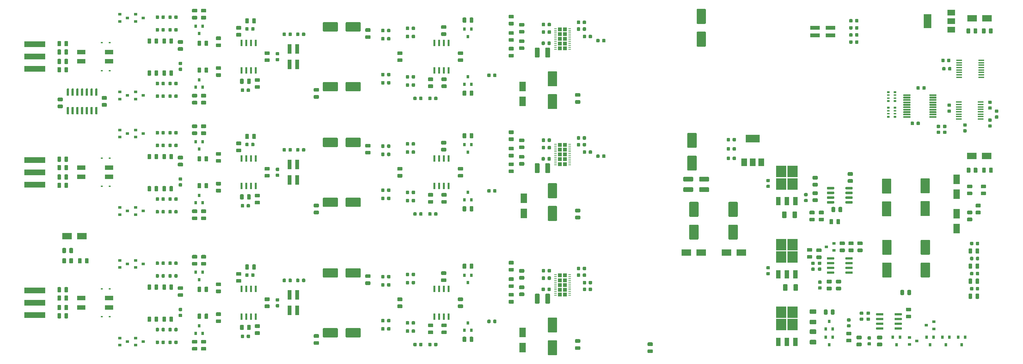
<source format=gbr>
G04 #@! TF.GenerationSoftware,KiCad,Pcbnew,(5.1.5)-3*
G04 #@! TF.CreationDate,2020-02-21T12:25:48-05:00*
G04 #@! TF.ProjectId,input_board,696e7075-745f-4626-9f61-72642e6b6963,rev?*
G04 #@! TF.SameCoordinates,Original*
G04 #@! TF.FileFunction,Paste,Top*
G04 #@! TF.FilePolarity,Positive*
%FSLAX46Y46*%
G04 Gerber Fmt 4.6, Leading zero omitted, Abs format (unit mm)*
G04 Created by KiCad (PCBNEW (5.1.5)-3) date 2020-02-21 12:25:48*
%MOMM*%
%LPD*%
G04 APERTURE LIST*
%ADD10C,0.100000*%
%ADD11R,0.800000X0.500000*%
%ADD12R,0.800000X0.400000*%
%ADD13R,1.050000X1.050000*%
%ADD14R,0.700000X0.250000*%
%ADD15R,0.800000X0.900000*%
%ADD16R,0.550000X1.750000*%
%ADD17R,1.000000X2.580000*%
%ADD18R,2.200000X1.200000*%
%ADD19R,5.600000X1.600000*%
%ADD20R,0.900000X0.800000*%
%ADD21R,0.600000X0.450000*%
%ADD22R,1.800000X2.500000*%
%ADD23R,1.500000X0.450000*%
%ADD24R,2.500000X1.800000*%
%ADD25R,2.580000X1.000000*%
%ADD26R,1.200000X2.200000*%
%ADD27R,2.750000X3.050000*%
%ADD28R,2.000000X1.500000*%
%ADD29R,2.000000X3.800000*%
%ADD30R,3.800000X2.000000*%
%ADD31R,1.500000X2.000000*%
G04 APERTURE END LIST*
D10*
G36*
X277398527Y-82950542D02*
G01*
X277409448Y-82952162D01*
X277420157Y-82954844D01*
X277430552Y-82958564D01*
X277440532Y-82963284D01*
X277450002Y-82968960D01*
X277458869Y-82975536D01*
X277467050Y-82982950D01*
X277474464Y-82991131D01*
X277481040Y-82999998D01*
X277486716Y-83009468D01*
X277491436Y-83019448D01*
X277495156Y-83029843D01*
X277497838Y-83040552D01*
X277499458Y-83051473D01*
X277500000Y-83062500D01*
X277500000Y-83287500D01*
X277499458Y-83298527D01*
X277497838Y-83309448D01*
X277495156Y-83320157D01*
X277491436Y-83330552D01*
X277486716Y-83340532D01*
X277481040Y-83350002D01*
X277474464Y-83358869D01*
X277467050Y-83367050D01*
X277458869Y-83374464D01*
X277450002Y-83381040D01*
X277440532Y-83386716D01*
X277430552Y-83391436D01*
X277420157Y-83395156D01*
X277409448Y-83397838D01*
X277398527Y-83399458D01*
X277387500Y-83400000D01*
X275712500Y-83400000D01*
X275701473Y-83399458D01*
X275690552Y-83397838D01*
X275679843Y-83395156D01*
X275669448Y-83391436D01*
X275659468Y-83386716D01*
X275649998Y-83381040D01*
X275641131Y-83374464D01*
X275632950Y-83367050D01*
X275625536Y-83358869D01*
X275618960Y-83350002D01*
X275613284Y-83340532D01*
X275608564Y-83330552D01*
X275604844Y-83320157D01*
X275602162Y-83309448D01*
X275600542Y-83298527D01*
X275600000Y-83287500D01*
X275600000Y-83062500D01*
X275600542Y-83051473D01*
X275602162Y-83040552D01*
X275604844Y-83029843D01*
X275608564Y-83019448D01*
X275613284Y-83009468D01*
X275618960Y-82999998D01*
X275625536Y-82991131D01*
X275632950Y-82982950D01*
X275641131Y-82975536D01*
X275649998Y-82968960D01*
X275659468Y-82963284D01*
X275669448Y-82958564D01*
X275679843Y-82954844D01*
X275690552Y-82952162D01*
X275701473Y-82950542D01*
X275712500Y-82950000D01*
X277387500Y-82950000D01*
X277398527Y-82950542D01*
G37*
G36*
X277398527Y-82300542D02*
G01*
X277409448Y-82302162D01*
X277420157Y-82304844D01*
X277430552Y-82308564D01*
X277440532Y-82313284D01*
X277450002Y-82318960D01*
X277458869Y-82325536D01*
X277467050Y-82332950D01*
X277474464Y-82341131D01*
X277481040Y-82349998D01*
X277486716Y-82359468D01*
X277491436Y-82369448D01*
X277495156Y-82379843D01*
X277497838Y-82390552D01*
X277499458Y-82401473D01*
X277500000Y-82412500D01*
X277500000Y-82637500D01*
X277499458Y-82648527D01*
X277497838Y-82659448D01*
X277495156Y-82670157D01*
X277491436Y-82680552D01*
X277486716Y-82690532D01*
X277481040Y-82700002D01*
X277474464Y-82708869D01*
X277467050Y-82717050D01*
X277458869Y-82724464D01*
X277450002Y-82731040D01*
X277440532Y-82736716D01*
X277430552Y-82741436D01*
X277420157Y-82745156D01*
X277409448Y-82747838D01*
X277398527Y-82749458D01*
X277387500Y-82750000D01*
X275712500Y-82750000D01*
X275701473Y-82749458D01*
X275690552Y-82747838D01*
X275679843Y-82745156D01*
X275669448Y-82741436D01*
X275659468Y-82736716D01*
X275649998Y-82731040D01*
X275641131Y-82724464D01*
X275632950Y-82717050D01*
X275625536Y-82708869D01*
X275618960Y-82700002D01*
X275613284Y-82690532D01*
X275608564Y-82680552D01*
X275604844Y-82670157D01*
X275602162Y-82659448D01*
X275600542Y-82648527D01*
X275600000Y-82637500D01*
X275600000Y-82412500D01*
X275600542Y-82401473D01*
X275602162Y-82390552D01*
X275604844Y-82379843D01*
X275608564Y-82369448D01*
X275613284Y-82359468D01*
X275618960Y-82349998D01*
X275625536Y-82341131D01*
X275632950Y-82332950D01*
X275641131Y-82325536D01*
X275649998Y-82318960D01*
X275659468Y-82313284D01*
X275669448Y-82308564D01*
X275679843Y-82304844D01*
X275690552Y-82302162D01*
X275701473Y-82300542D01*
X275712500Y-82300000D01*
X277387500Y-82300000D01*
X277398527Y-82300542D01*
G37*
G36*
X277398527Y-81650542D02*
G01*
X277409448Y-81652162D01*
X277420157Y-81654844D01*
X277430552Y-81658564D01*
X277440532Y-81663284D01*
X277450002Y-81668960D01*
X277458869Y-81675536D01*
X277467050Y-81682950D01*
X277474464Y-81691131D01*
X277481040Y-81699998D01*
X277486716Y-81709468D01*
X277491436Y-81719448D01*
X277495156Y-81729843D01*
X277497838Y-81740552D01*
X277499458Y-81751473D01*
X277500000Y-81762500D01*
X277500000Y-81987500D01*
X277499458Y-81998527D01*
X277497838Y-82009448D01*
X277495156Y-82020157D01*
X277491436Y-82030552D01*
X277486716Y-82040532D01*
X277481040Y-82050002D01*
X277474464Y-82058869D01*
X277467050Y-82067050D01*
X277458869Y-82074464D01*
X277450002Y-82081040D01*
X277440532Y-82086716D01*
X277430552Y-82091436D01*
X277420157Y-82095156D01*
X277409448Y-82097838D01*
X277398527Y-82099458D01*
X277387500Y-82100000D01*
X275712500Y-82100000D01*
X275701473Y-82099458D01*
X275690552Y-82097838D01*
X275679843Y-82095156D01*
X275669448Y-82091436D01*
X275659468Y-82086716D01*
X275649998Y-82081040D01*
X275641131Y-82074464D01*
X275632950Y-82067050D01*
X275625536Y-82058869D01*
X275618960Y-82050002D01*
X275613284Y-82040532D01*
X275608564Y-82030552D01*
X275604844Y-82020157D01*
X275602162Y-82009448D01*
X275600542Y-81998527D01*
X275600000Y-81987500D01*
X275600000Y-81762500D01*
X275600542Y-81751473D01*
X275602162Y-81740552D01*
X275604844Y-81729843D01*
X275608564Y-81719448D01*
X275613284Y-81709468D01*
X275618960Y-81699998D01*
X275625536Y-81691131D01*
X275632950Y-81682950D01*
X275641131Y-81675536D01*
X275649998Y-81668960D01*
X275659468Y-81663284D01*
X275669448Y-81658564D01*
X275679843Y-81654844D01*
X275690552Y-81652162D01*
X275701473Y-81650542D01*
X275712500Y-81650000D01*
X277387500Y-81650000D01*
X277398527Y-81650542D01*
G37*
G36*
X277398527Y-81000542D02*
G01*
X277409448Y-81002162D01*
X277420157Y-81004844D01*
X277430552Y-81008564D01*
X277440532Y-81013284D01*
X277450002Y-81018960D01*
X277458869Y-81025536D01*
X277467050Y-81032950D01*
X277474464Y-81041131D01*
X277481040Y-81049998D01*
X277486716Y-81059468D01*
X277491436Y-81069448D01*
X277495156Y-81079843D01*
X277497838Y-81090552D01*
X277499458Y-81101473D01*
X277500000Y-81112500D01*
X277500000Y-81337500D01*
X277499458Y-81348527D01*
X277497838Y-81359448D01*
X277495156Y-81370157D01*
X277491436Y-81380552D01*
X277486716Y-81390532D01*
X277481040Y-81400002D01*
X277474464Y-81408869D01*
X277467050Y-81417050D01*
X277458869Y-81424464D01*
X277450002Y-81431040D01*
X277440532Y-81436716D01*
X277430552Y-81441436D01*
X277420157Y-81445156D01*
X277409448Y-81447838D01*
X277398527Y-81449458D01*
X277387500Y-81450000D01*
X275712500Y-81450000D01*
X275701473Y-81449458D01*
X275690552Y-81447838D01*
X275679843Y-81445156D01*
X275669448Y-81441436D01*
X275659468Y-81436716D01*
X275649998Y-81431040D01*
X275641131Y-81424464D01*
X275632950Y-81417050D01*
X275625536Y-81408869D01*
X275618960Y-81400002D01*
X275613284Y-81390532D01*
X275608564Y-81380552D01*
X275604844Y-81370157D01*
X275602162Y-81359448D01*
X275600542Y-81348527D01*
X275600000Y-81337500D01*
X275600000Y-81112500D01*
X275600542Y-81101473D01*
X275602162Y-81090552D01*
X275604844Y-81079843D01*
X275608564Y-81069448D01*
X275613284Y-81059468D01*
X275618960Y-81049998D01*
X275625536Y-81041131D01*
X275632950Y-81032950D01*
X275641131Y-81025536D01*
X275649998Y-81018960D01*
X275659468Y-81013284D01*
X275669448Y-81008564D01*
X275679843Y-81004844D01*
X275690552Y-81002162D01*
X275701473Y-81000542D01*
X275712500Y-81000000D01*
X277387500Y-81000000D01*
X277398527Y-81000542D01*
G37*
G36*
X277398527Y-80350542D02*
G01*
X277409448Y-80352162D01*
X277420157Y-80354844D01*
X277430552Y-80358564D01*
X277440532Y-80363284D01*
X277450002Y-80368960D01*
X277458869Y-80375536D01*
X277467050Y-80382950D01*
X277474464Y-80391131D01*
X277481040Y-80399998D01*
X277486716Y-80409468D01*
X277491436Y-80419448D01*
X277495156Y-80429843D01*
X277497838Y-80440552D01*
X277499458Y-80451473D01*
X277500000Y-80462500D01*
X277500000Y-80687500D01*
X277499458Y-80698527D01*
X277497838Y-80709448D01*
X277495156Y-80720157D01*
X277491436Y-80730552D01*
X277486716Y-80740532D01*
X277481040Y-80750002D01*
X277474464Y-80758869D01*
X277467050Y-80767050D01*
X277458869Y-80774464D01*
X277450002Y-80781040D01*
X277440532Y-80786716D01*
X277430552Y-80791436D01*
X277420157Y-80795156D01*
X277409448Y-80797838D01*
X277398527Y-80799458D01*
X277387500Y-80800000D01*
X275712500Y-80800000D01*
X275701473Y-80799458D01*
X275690552Y-80797838D01*
X275679843Y-80795156D01*
X275669448Y-80791436D01*
X275659468Y-80786716D01*
X275649998Y-80781040D01*
X275641131Y-80774464D01*
X275632950Y-80767050D01*
X275625536Y-80758869D01*
X275618960Y-80750002D01*
X275613284Y-80740532D01*
X275608564Y-80730552D01*
X275604844Y-80720157D01*
X275602162Y-80709448D01*
X275600542Y-80698527D01*
X275600000Y-80687500D01*
X275600000Y-80462500D01*
X275600542Y-80451473D01*
X275602162Y-80440552D01*
X275604844Y-80429843D01*
X275608564Y-80419448D01*
X275613284Y-80409468D01*
X275618960Y-80399998D01*
X275625536Y-80391131D01*
X275632950Y-80382950D01*
X275641131Y-80375536D01*
X275649998Y-80368960D01*
X275659468Y-80363284D01*
X275669448Y-80358564D01*
X275679843Y-80354844D01*
X275690552Y-80352162D01*
X275701473Y-80350542D01*
X275712500Y-80350000D01*
X277387500Y-80350000D01*
X277398527Y-80350542D01*
G37*
G36*
X277398527Y-79700542D02*
G01*
X277409448Y-79702162D01*
X277420157Y-79704844D01*
X277430552Y-79708564D01*
X277440532Y-79713284D01*
X277450002Y-79718960D01*
X277458869Y-79725536D01*
X277467050Y-79732950D01*
X277474464Y-79741131D01*
X277481040Y-79749998D01*
X277486716Y-79759468D01*
X277491436Y-79769448D01*
X277495156Y-79779843D01*
X277497838Y-79790552D01*
X277499458Y-79801473D01*
X277500000Y-79812500D01*
X277500000Y-80037500D01*
X277499458Y-80048527D01*
X277497838Y-80059448D01*
X277495156Y-80070157D01*
X277491436Y-80080552D01*
X277486716Y-80090532D01*
X277481040Y-80100002D01*
X277474464Y-80108869D01*
X277467050Y-80117050D01*
X277458869Y-80124464D01*
X277450002Y-80131040D01*
X277440532Y-80136716D01*
X277430552Y-80141436D01*
X277420157Y-80145156D01*
X277409448Y-80147838D01*
X277398527Y-80149458D01*
X277387500Y-80150000D01*
X275712500Y-80150000D01*
X275701473Y-80149458D01*
X275690552Y-80147838D01*
X275679843Y-80145156D01*
X275669448Y-80141436D01*
X275659468Y-80136716D01*
X275649998Y-80131040D01*
X275641131Y-80124464D01*
X275632950Y-80117050D01*
X275625536Y-80108869D01*
X275618960Y-80100002D01*
X275613284Y-80090532D01*
X275608564Y-80080552D01*
X275604844Y-80070157D01*
X275602162Y-80059448D01*
X275600542Y-80048527D01*
X275600000Y-80037500D01*
X275600000Y-79812500D01*
X275600542Y-79801473D01*
X275602162Y-79790552D01*
X275604844Y-79779843D01*
X275608564Y-79769448D01*
X275613284Y-79759468D01*
X275618960Y-79749998D01*
X275625536Y-79741131D01*
X275632950Y-79732950D01*
X275641131Y-79725536D01*
X275649998Y-79718960D01*
X275659468Y-79713284D01*
X275669448Y-79708564D01*
X275679843Y-79704844D01*
X275690552Y-79702162D01*
X275701473Y-79700542D01*
X275712500Y-79700000D01*
X277387500Y-79700000D01*
X277398527Y-79700542D01*
G37*
G36*
X277398527Y-79050542D02*
G01*
X277409448Y-79052162D01*
X277420157Y-79054844D01*
X277430552Y-79058564D01*
X277440532Y-79063284D01*
X277450002Y-79068960D01*
X277458869Y-79075536D01*
X277467050Y-79082950D01*
X277474464Y-79091131D01*
X277481040Y-79099998D01*
X277486716Y-79109468D01*
X277491436Y-79119448D01*
X277495156Y-79129843D01*
X277497838Y-79140552D01*
X277499458Y-79151473D01*
X277500000Y-79162500D01*
X277500000Y-79387500D01*
X277499458Y-79398527D01*
X277497838Y-79409448D01*
X277495156Y-79420157D01*
X277491436Y-79430552D01*
X277486716Y-79440532D01*
X277481040Y-79450002D01*
X277474464Y-79458869D01*
X277467050Y-79467050D01*
X277458869Y-79474464D01*
X277450002Y-79481040D01*
X277440532Y-79486716D01*
X277430552Y-79491436D01*
X277420157Y-79495156D01*
X277409448Y-79497838D01*
X277398527Y-79499458D01*
X277387500Y-79500000D01*
X275712500Y-79500000D01*
X275701473Y-79499458D01*
X275690552Y-79497838D01*
X275679843Y-79495156D01*
X275669448Y-79491436D01*
X275659468Y-79486716D01*
X275649998Y-79481040D01*
X275641131Y-79474464D01*
X275632950Y-79467050D01*
X275625536Y-79458869D01*
X275618960Y-79450002D01*
X275613284Y-79440532D01*
X275608564Y-79430552D01*
X275604844Y-79420157D01*
X275602162Y-79409448D01*
X275600542Y-79398527D01*
X275600000Y-79387500D01*
X275600000Y-79162500D01*
X275600542Y-79151473D01*
X275602162Y-79140552D01*
X275604844Y-79129843D01*
X275608564Y-79119448D01*
X275613284Y-79109468D01*
X275618960Y-79099998D01*
X275625536Y-79091131D01*
X275632950Y-79082950D01*
X275641131Y-79075536D01*
X275649998Y-79068960D01*
X275659468Y-79063284D01*
X275669448Y-79058564D01*
X275679843Y-79054844D01*
X275690552Y-79052162D01*
X275701473Y-79050542D01*
X275712500Y-79050000D01*
X277387500Y-79050000D01*
X277398527Y-79050542D01*
G37*
G36*
X277398527Y-78400542D02*
G01*
X277409448Y-78402162D01*
X277420157Y-78404844D01*
X277430552Y-78408564D01*
X277440532Y-78413284D01*
X277450002Y-78418960D01*
X277458869Y-78425536D01*
X277467050Y-78432950D01*
X277474464Y-78441131D01*
X277481040Y-78449998D01*
X277486716Y-78459468D01*
X277491436Y-78469448D01*
X277495156Y-78479843D01*
X277497838Y-78490552D01*
X277499458Y-78501473D01*
X277500000Y-78512500D01*
X277500000Y-78737500D01*
X277499458Y-78748527D01*
X277497838Y-78759448D01*
X277495156Y-78770157D01*
X277491436Y-78780552D01*
X277486716Y-78790532D01*
X277481040Y-78800002D01*
X277474464Y-78808869D01*
X277467050Y-78817050D01*
X277458869Y-78824464D01*
X277450002Y-78831040D01*
X277440532Y-78836716D01*
X277430552Y-78841436D01*
X277420157Y-78845156D01*
X277409448Y-78847838D01*
X277398527Y-78849458D01*
X277387500Y-78850000D01*
X275712500Y-78850000D01*
X275701473Y-78849458D01*
X275690552Y-78847838D01*
X275679843Y-78845156D01*
X275669448Y-78841436D01*
X275659468Y-78836716D01*
X275649998Y-78831040D01*
X275641131Y-78824464D01*
X275632950Y-78817050D01*
X275625536Y-78808869D01*
X275618960Y-78800002D01*
X275613284Y-78790532D01*
X275608564Y-78780552D01*
X275604844Y-78770157D01*
X275602162Y-78759448D01*
X275600542Y-78748527D01*
X275600000Y-78737500D01*
X275600000Y-78512500D01*
X275600542Y-78501473D01*
X275602162Y-78490552D01*
X275604844Y-78479843D01*
X275608564Y-78469448D01*
X275613284Y-78459468D01*
X275618960Y-78449998D01*
X275625536Y-78441131D01*
X275632950Y-78432950D01*
X275641131Y-78425536D01*
X275649998Y-78418960D01*
X275659468Y-78413284D01*
X275669448Y-78408564D01*
X275679843Y-78404844D01*
X275690552Y-78402162D01*
X275701473Y-78400542D01*
X275712500Y-78400000D01*
X277387500Y-78400000D01*
X277398527Y-78400542D01*
G37*
G36*
X277398527Y-77750542D02*
G01*
X277409448Y-77752162D01*
X277420157Y-77754844D01*
X277430552Y-77758564D01*
X277440532Y-77763284D01*
X277450002Y-77768960D01*
X277458869Y-77775536D01*
X277467050Y-77782950D01*
X277474464Y-77791131D01*
X277481040Y-77799998D01*
X277486716Y-77809468D01*
X277491436Y-77819448D01*
X277495156Y-77829843D01*
X277497838Y-77840552D01*
X277499458Y-77851473D01*
X277500000Y-77862500D01*
X277500000Y-78087500D01*
X277499458Y-78098527D01*
X277497838Y-78109448D01*
X277495156Y-78120157D01*
X277491436Y-78130552D01*
X277486716Y-78140532D01*
X277481040Y-78150002D01*
X277474464Y-78158869D01*
X277467050Y-78167050D01*
X277458869Y-78174464D01*
X277450002Y-78181040D01*
X277440532Y-78186716D01*
X277430552Y-78191436D01*
X277420157Y-78195156D01*
X277409448Y-78197838D01*
X277398527Y-78199458D01*
X277387500Y-78200000D01*
X275712500Y-78200000D01*
X275701473Y-78199458D01*
X275690552Y-78197838D01*
X275679843Y-78195156D01*
X275669448Y-78191436D01*
X275659468Y-78186716D01*
X275649998Y-78181040D01*
X275641131Y-78174464D01*
X275632950Y-78167050D01*
X275625536Y-78158869D01*
X275618960Y-78150002D01*
X275613284Y-78140532D01*
X275608564Y-78130552D01*
X275604844Y-78120157D01*
X275602162Y-78109448D01*
X275600542Y-78098527D01*
X275600000Y-78087500D01*
X275600000Y-77862500D01*
X275600542Y-77851473D01*
X275602162Y-77840552D01*
X275604844Y-77829843D01*
X275608564Y-77819448D01*
X275613284Y-77809468D01*
X275618960Y-77799998D01*
X275625536Y-77791131D01*
X275632950Y-77782950D01*
X275641131Y-77775536D01*
X275649998Y-77768960D01*
X275659468Y-77763284D01*
X275669448Y-77758564D01*
X275679843Y-77754844D01*
X275690552Y-77752162D01*
X275701473Y-77750542D01*
X275712500Y-77750000D01*
X277387500Y-77750000D01*
X277398527Y-77750542D01*
G37*
G36*
X277398527Y-77100542D02*
G01*
X277409448Y-77102162D01*
X277420157Y-77104844D01*
X277430552Y-77108564D01*
X277440532Y-77113284D01*
X277450002Y-77118960D01*
X277458869Y-77125536D01*
X277467050Y-77132950D01*
X277474464Y-77141131D01*
X277481040Y-77149998D01*
X277486716Y-77159468D01*
X277491436Y-77169448D01*
X277495156Y-77179843D01*
X277497838Y-77190552D01*
X277499458Y-77201473D01*
X277500000Y-77212500D01*
X277500000Y-77437500D01*
X277499458Y-77448527D01*
X277497838Y-77459448D01*
X277495156Y-77470157D01*
X277491436Y-77480552D01*
X277486716Y-77490532D01*
X277481040Y-77500002D01*
X277474464Y-77508869D01*
X277467050Y-77517050D01*
X277458869Y-77524464D01*
X277450002Y-77531040D01*
X277440532Y-77536716D01*
X277430552Y-77541436D01*
X277420157Y-77545156D01*
X277409448Y-77547838D01*
X277398527Y-77549458D01*
X277387500Y-77550000D01*
X275712500Y-77550000D01*
X275701473Y-77549458D01*
X275690552Y-77547838D01*
X275679843Y-77545156D01*
X275669448Y-77541436D01*
X275659468Y-77536716D01*
X275649998Y-77531040D01*
X275641131Y-77524464D01*
X275632950Y-77517050D01*
X275625536Y-77508869D01*
X275618960Y-77500002D01*
X275613284Y-77490532D01*
X275608564Y-77480552D01*
X275604844Y-77470157D01*
X275602162Y-77459448D01*
X275600542Y-77448527D01*
X275600000Y-77437500D01*
X275600000Y-77212500D01*
X275600542Y-77201473D01*
X275602162Y-77190552D01*
X275604844Y-77179843D01*
X275608564Y-77169448D01*
X275613284Y-77159468D01*
X275618960Y-77149998D01*
X275625536Y-77141131D01*
X275632950Y-77132950D01*
X275641131Y-77125536D01*
X275649998Y-77118960D01*
X275659468Y-77113284D01*
X275669448Y-77108564D01*
X275679843Y-77104844D01*
X275690552Y-77102162D01*
X275701473Y-77100542D01*
X275712500Y-77100000D01*
X277387500Y-77100000D01*
X277398527Y-77100542D01*
G37*
G36*
X270398527Y-77100542D02*
G01*
X270409448Y-77102162D01*
X270420157Y-77104844D01*
X270430552Y-77108564D01*
X270440532Y-77113284D01*
X270450002Y-77118960D01*
X270458869Y-77125536D01*
X270467050Y-77132950D01*
X270474464Y-77141131D01*
X270481040Y-77149998D01*
X270486716Y-77159468D01*
X270491436Y-77169448D01*
X270495156Y-77179843D01*
X270497838Y-77190552D01*
X270499458Y-77201473D01*
X270500000Y-77212500D01*
X270500000Y-77437500D01*
X270499458Y-77448527D01*
X270497838Y-77459448D01*
X270495156Y-77470157D01*
X270491436Y-77480552D01*
X270486716Y-77490532D01*
X270481040Y-77500002D01*
X270474464Y-77508869D01*
X270467050Y-77517050D01*
X270458869Y-77524464D01*
X270450002Y-77531040D01*
X270440532Y-77536716D01*
X270430552Y-77541436D01*
X270420157Y-77545156D01*
X270409448Y-77547838D01*
X270398527Y-77549458D01*
X270387500Y-77550000D01*
X268712500Y-77550000D01*
X268701473Y-77549458D01*
X268690552Y-77547838D01*
X268679843Y-77545156D01*
X268669448Y-77541436D01*
X268659468Y-77536716D01*
X268649998Y-77531040D01*
X268641131Y-77524464D01*
X268632950Y-77517050D01*
X268625536Y-77508869D01*
X268618960Y-77500002D01*
X268613284Y-77490532D01*
X268608564Y-77480552D01*
X268604844Y-77470157D01*
X268602162Y-77459448D01*
X268600542Y-77448527D01*
X268600000Y-77437500D01*
X268600000Y-77212500D01*
X268600542Y-77201473D01*
X268602162Y-77190552D01*
X268604844Y-77179843D01*
X268608564Y-77169448D01*
X268613284Y-77159468D01*
X268618960Y-77149998D01*
X268625536Y-77141131D01*
X268632950Y-77132950D01*
X268641131Y-77125536D01*
X268649998Y-77118960D01*
X268659468Y-77113284D01*
X268669448Y-77108564D01*
X268679843Y-77104844D01*
X268690552Y-77102162D01*
X268701473Y-77100542D01*
X268712500Y-77100000D01*
X270387500Y-77100000D01*
X270398527Y-77100542D01*
G37*
G36*
X270398527Y-77750542D02*
G01*
X270409448Y-77752162D01*
X270420157Y-77754844D01*
X270430552Y-77758564D01*
X270440532Y-77763284D01*
X270450002Y-77768960D01*
X270458869Y-77775536D01*
X270467050Y-77782950D01*
X270474464Y-77791131D01*
X270481040Y-77799998D01*
X270486716Y-77809468D01*
X270491436Y-77819448D01*
X270495156Y-77829843D01*
X270497838Y-77840552D01*
X270499458Y-77851473D01*
X270500000Y-77862500D01*
X270500000Y-78087500D01*
X270499458Y-78098527D01*
X270497838Y-78109448D01*
X270495156Y-78120157D01*
X270491436Y-78130552D01*
X270486716Y-78140532D01*
X270481040Y-78150002D01*
X270474464Y-78158869D01*
X270467050Y-78167050D01*
X270458869Y-78174464D01*
X270450002Y-78181040D01*
X270440532Y-78186716D01*
X270430552Y-78191436D01*
X270420157Y-78195156D01*
X270409448Y-78197838D01*
X270398527Y-78199458D01*
X270387500Y-78200000D01*
X268712500Y-78200000D01*
X268701473Y-78199458D01*
X268690552Y-78197838D01*
X268679843Y-78195156D01*
X268669448Y-78191436D01*
X268659468Y-78186716D01*
X268649998Y-78181040D01*
X268641131Y-78174464D01*
X268632950Y-78167050D01*
X268625536Y-78158869D01*
X268618960Y-78150002D01*
X268613284Y-78140532D01*
X268608564Y-78130552D01*
X268604844Y-78120157D01*
X268602162Y-78109448D01*
X268600542Y-78098527D01*
X268600000Y-78087500D01*
X268600000Y-77862500D01*
X268600542Y-77851473D01*
X268602162Y-77840552D01*
X268604844Y-77829843D01*
X268608564Y-77819448D01*
X268613284Y-77809468D01*
X268618960Y-77799998D01*
X268625536Y-77791131D01*
X268632950Y-77782950D01*
X268641131Y-77775536D01*
X268649998Y-77768960D01*
X268659468Y-77763284D01*
X268669448Y-77758564D01*
X268679843Y-77754844D01*
X268690552Y-77752162D01*
X268701473Y-77750542D01*
X268712500Y-77750000D01*
X270387500Y-77750000D01*
X270398527Y-77750542D01*
G37*
G36*
X270398527Y-78400542D02*
G01*
X270409448Y-78402162D01*
X270420157Y-78404844D01*
X270430552Y-78408564D01*
X270440532Y-78413284D01*
X270450002Y-78418960D01*
X270458869Y-78425536D01*
X270467050Y-78432950D01*
X270474464Y-78441131D01*
X270481040Y-78449998D01*
X270486716Y-78459468D01*
X270491436Y-78469448D01*
X270495156Y-78479843D01*
X270497838Y-78490552D01*
X270499458Y-78501473D01*
X270500000Y-78512500D01*
X270500000Y-78737500D01*
X270499458Y-78748527D01*
X270497838Y-78759448D01*
X270495156Y-78770157D01*
X270491436Y-78780552D01*
X270486716Y-78790532D01*
X270481040Y-78800002D01*
X270474464Y-78808869D01*
X270467050Y-78817050D01*
X270458869Y-78824464D01*
X270450002Y-78831040D01*
X270440532Y-78836716D01*
X270430552Y-78841436D01*
X270420157Y-78845156D01*
X270409448Y-78847838D01*
X270398527Y-78849458D01*
X270387500Y-78850000D01*
X268712500Y-78850000D01*
X268701473Y-78849458D01*
X268690552Y-78847838D01*
X268679843Y-78845156D01*
X268669448Y-78841436D01*
X268659468Y-78836716D01*
X268649998Y-78831040D01*
X268641131Y-78824464D01*
X268632950Y-78817050D01*
X268625536Y-78808869D01*
X268618960Y-78800002D01*
X268613284Y-78790532D01*
X268608564Y-78780552D01*
X268604844Y-78770157D01*
X268602162Y-78759448D01*
X268600542Y-78748527D01*
X268600000Y-78737500D01*
X268600000Y-78512500D01*
X268600542Y-78501473D01*
X268602162Y-78490552D01*
X268604844Y-78479843D01*
X268608564Y-78469448D01*
X268613284Y-78459468D01*
X268618960Y-78449998D01*
X268625536Y-78441131D01*
X268632950Y-78432950D01*
X268641131Y-78425536D01*
X268649998Y-78418960D01*
X268659468Y-78413284D01*
X268669448Y-78408564D01*
X268679843Y-78404844D01*
X268690552Y-78402162D01*
X268701473Y-78400542D01*
X268712500Y-78400000D01*
X270387500Y-78400000D01*
X270398527Y-78400542D01*
G37*
G36*
X270398527Y-79050542D02*
G01*
X270409448Y-79052162D01*
X270420157Y-79054844D01*
X270430552Y-79058564D01*
X270440532Y-79063284D01*
X270450002Y-79068960D01*
X270458869Y-79075536D01*
X270467050Y-79082950D01*
X270474464Y-79091131D01*
X270481040Y-79099998D01*
X270486716Y-79109468D01*
X270491436Y-79119448D01*
X270495156Y-79129843D01*
X270497838Y-79140552D01*
X270499458Y-79151473D01*
X270500000Y-79162500D01*
X270500000Y-79387500D01*
X270499458Y-79398527D01*
X270497838Y-79409448D01*
X270495156Y-79420157D01*
X270491436Y-79430552D01*
X270486716Y-79440532D01*
X270481040Y-79450002D01*
X270474464Y-79458869D01*
X270467050Y-79467050D01*
X270458869Y-79474464D01*
X270450002Y-79481040D01*
X270440532Y-79486716D01*
X270430552Y-79491436D01*
X270420157Y-79495156D01*
X270409448Y-79497838D01*
X270398527Y-79499458D01*
X270387500Y-79500000D01*
X268712500Y-79500000D01*
X268701473Y-79499458D01*
X268690552Y-79497838D01*
X268679843Y-79495156D01*
X268669448Y-79491436D01*
X268659468Y-79486716D01*
X268649998Y-79481040D01*
X268641131Y-79474464D01*
X268632950Y-79467050D01*
X268625536Y-79458869D01*
X268618960Y-79450002D01*
X268613284Y-79440532D01*
X268608564Y-79430552D01*
X268604844Y-79420157D01*
X268602162Y-79409448D01*
X268600542Y-79398527D01*
X268600000Y-79387500D01*
X268600000Y-79162500D01*
X268600542Y-79151473D01*
X268602162Y-79140552D01*
X268604844Y-79129843D01*
X268608564Y-79119448D01*
X268613284Y-79109468D01*
X268618960Y-79099998D01*
X268625536Y-79091131D01*
X268632950Y-79082950D01*
X268641131Y-79075536D01*
X268649998Y-79068960D01*
X268659468Y-79063284D01*
X268669448Y-79058564D01*
X268679843Y-79054844D01*
X268690552Y-79052162D01*
X268701473Y-79050542D01*
X268712500Y-79050000D01*
X270387500Y-79050000D01*
X270398527Y-79050542D01*
G37*
G36*
X270398527Y-79700542D02*
G01*
X270409448Y-79702162D01*
X270420157Y-79704844D01*
X270430552Y-79708564D01*
X270440532Y-79713284D01*
X270450002Y-79718960D01*
X270458869Y-79725536D01*
X270467050Y-79732950D01*
X270474464Y-79741131D01*
X270481040Y-79749998D01*
X270486716Y-79759468D01*
X270491436Y-79769448D01*
X270495156Y-79779843D01*
X270497838Y-79790552D01*
X270499458Y-79801473D01*
X270500000Y-79812500D01*
X270500000Y-80037500D01*
X270499458Y-80048527D01*
X270497838Y-80059448D01*
X270495156Y-80070157D01*
X270491436Y-80080552D01*
X270486716Y-80090532D01*
X270481040Y-80100002D01*
X270474464Y-80108869D01*
X270467050Y-80117050D01*
X270458869Y-80124464D01*
X270450002Y-80131040D01*
X270440532Y-80136716D01*
X270430552Y-80141436D01*
X270420157Y-80145156D01*
X270409448Y-80147838D01*
X270398527Y-80149458D01*
X270387500Y-80150000D01*
X268712500Y-80150000D01*
X268701473Y-80149458D01*
X268690552Y-80147838D01*
X268679843Y-80145156D01*
X268669448Y-80141436D01*
X268659468Y-80136716D01*
X268649998Y-80131040D01*
X268641131Y-80124464D01*
X268632950Y-80117050D01*
X268625536Y-80108869D01*
X268618960Y-80100002D01*
X268613284Y-80090532D01*
X268608564Y-80080552D01*
X268604844Y-80070157D01*
X268602162Y-80059448D01*
X268600542Y-80048527D01*
X268600000Y-80037500D01*
X268600000Y-79812500D01*
X268600542Y-79801473D01*
X268602162Y-79790552D01*
X268604844Y-79779843D01*
X268608564Y-79769448D01*
X268613284Y-79759468D01*
X268618960Y-79749998D01*
X268625536Y-79741131D01*
X268632950Y-79732950D01*
X268641131Y-79725536D01*
X268649998Y-79718960D01*
X268659468Y-79713284D01*
X268669448Y-79708564D01*
X268679843Y-79704844D01*
X268690552Y-79702162D01*
X268701473Y-79700542D01*
X268712500Y-79700000D01*
X270387500Y-79700000D01*
X270398527Y-79700542D01*
G37*
G36*
X270398527Y-80350542D02*
G01*
X270409448Y-80352162D01*
X270420157Y-80354844D01*
X270430552Y-80358564D01*
X270440532Y-80363284D01*
X270450002Y-80368960D01*
X270458869Y-80375536D01*
X270467050Y-80382950D01*
X270474464Y-80391131D01*
X270481040Y-80399998D01*
X270486716Y-80409468D01*
X270491436Y-80419448D01*
X270495156Y-80429843D01*
X270497838Y-80440552D01*
X270499458Y-80451473D01*
X270500000Y-80462500D01*
X270500000Y-80687500D01*
X270499458Y-80698527D01*
X270497838Y-80709448D01*
X270495156Y-80720157D01*
X270491436Y-80730552D01*
X270486716Y-80740532D01*
X270481040Y-80750002D01*
X270474464Y-80758869D01*
X270467050Y-80767050D01*
X270458869Y-80774464D01*
X270450002Y-80781040D01*
X270440532Y-80786716D01*
X270430552Y-80791436D01*
X270420157Y-80795156D01*
X270409448Y-80797838D01*
X270398527Y-80799458D01*
X270387500Y-80800000D01*
X268712500Y-80800000D01*
X268701473Y-80799458D01*
X268690552Y-80797838D01*
X268679843Y-80795156D01*
X268669448Y-80791436D01*
X268659468Y-80786716D01*
X268649998Y-80781040D01*
X268641131Y-80774464D01*
X268632950Y-80767050D01*
X268625536Y-80758869D01*
X268618960Y-80750002D01*
X268613284Y-80740532D01*
X268608564Y-80730552D01*
X268604844Y-80720157D01*
X268602162Y-80709448D01*
X268600542Y-80698527D01*
X268600000Y-80687500D01*
X268600000Y-80462500D01*
X268600542Y-80451473D01*
X268602162Y-80440552D01*
X268604844Y-80429843D01*
X268608564Y-80419448D01*
X268613284Y-80409468D01*
X268618960Y-80399998D01*
X268625536Y-80391131D01*
X268632950Y-80382950D01*
X268641131Y-80375536D01*
X268649998Y-80368960D01*
X268659468Y-80363284D01*
X268669448Y-80358564D01*
X268679843Y-80354844D01*
X268690552Y-80352162D01*
X268701473Y-80350542D01*
X268712500Y-80350000D01*
X270387500Y-80350000D01*
X270398527Y-80350542D01*
G37*
G36*
X270398527Y-81000542D02*
G01*
X270409448Y-81002162D01*
X270420157Y-81004844D01*
X270430552Y-81008564D01*
X270440532Y-81013284D01*
X270450002Y-81018960D01*
X270458869Y-81025536D01*
X270467050Y-81032950D01*
X270474464Y-81041131D01*
X270481040Y-81049998D01*
X270486716Y-81059468D01*
X270491436Y-81069448D01*
X270495156Y-81079843D01*
X270497838Y-81090552D01*
X270499458Y-81101473D01*
X270500000Y-81112500D01*
X270500000Y-81337500D01*
X270499458Y-81348527D01*
X270497838Y-81359448D01*
X270495156Y-81370157D01*
X270491436Y-81380552D01*
X270486716Y-81390532D01*
X270481040Y-81400002D01*
X270474464Y-81408869D01*
X270467050Y-81417050D01*
X270458869Y-81424464D01*
X270450002Y-81431040D01*
X270440532Y-81436716D01*
X270430552Y-81441436D01*
X270420157Y-81445156D01*
X270409448Y-81447838D01*
X270398527Y-81449458D01*
X270387500Y-81450000D01*
X268712500Y-81450000D01*
X268701473Y-81449458D01*
X268690552Y-81447838D01*
X268679843Y-81445156D01*
X268669448Y-81441436D01*
X268659468Y-81436716D01*
X268649998Y-81431040D01*
X268641131Y-81424464D01*
X268632950Y-81417050D01*
X268625536Y-81408869D01*
X268618960Y-81400002D01*
X268613284Y-81390532D01*
X268608564Y-81380552D01*
X268604844Y-81370157D01*
X268602162Y-81359448D01*
X268600542Y-81348527D01*
X268600000Y-81337500D01*
X268600000Y-81112500D01*
X268600542Y-81101473D01*
X268602162Y-81090552D01*
X268604844Y-81079843D01*
X268608564Y-81069448D01*
X268613284Y-81059468D01*
X268618960Y-81049998D01*
X268625536Y-81041131D01*
X268632950Y-81032950D01*
X268641131Y-81025536D01*
X268649998Y-81018960D01*
X268659468Y-81013284D01*
X268669448Y-81008564D01*
X268679843Y-81004844D01*
X268690552Y-81002162D01*
X268701473Y-81000542D01*
X268712500Y-81000000D01*
X270387500Y-81000000D01*
X270398527Y-81000542D01*
G37*
G36*
X270398527Y-81650542D02*
G01*
X270409448Y-81652162D01*
X270420157Y-81654844D01*
X270430552Y-81658564D01*
X270440532Y-81663284D01*
X270450002Y-81668960D01*
X270458869Y-81675536D01*
X270467050Y-81682950D01*
X270474464Y-81691131D01*
X270481040Y-81699998D01*
X270486716Y-81709468D01*
X270491436Y-81719448D01*
X270495156Y-81729843D01*
X270497838Y-81740552D01*
X270499458Y-81751473D01*
X270500000Y-81762500D01*
X270500000Y-81987500D01*
X270499458Y-81998527D01*
X270497838Y-82009448D01*
X270495156Y-82020157D01*
X270491436Y-82030552D01*
X270486716Y-82040532D01*
X270481040Y-82050002D01*
X270474464Y-82058869D01*
X270467050Y-82067050D01*
X270458869Y-82074464D01*
X270450002Y-82081040D01*
X270440532Y-82086716D01*
X270430552Y-82091436D01*
X270420157Y-82095156D01*
X270409448Y-82097838D01*
X270398527Y-82099458D01*
X270387500Y-82100000D01*
X268712500Y-82100000D01*
X268701473Y-82099458D01*
X268690552Y-82097838D01*
X268679843Y-82095156D01*
X268669448Y-82091436D01*
X268659468Y-82086716D01*
X268649998Y-82081040D01*
X268641131Y-82074464D01*
X268632950Y-82067050D01*
X268625536Y-82058869D01*
X268618960Y-82050002D01*
X268613284Y-82040532D01*
X268608564Y-82030552D01*
X268604844Y-82020157D01*
X268602162Y-82009448D01*
X268600542Y-81998527D01*
X268600000Y-81987500D01*
X268600000Y-81762500D01*
X268600542Y-81751473D01*
X268602162Y-81740552D01*
X268604844Y-81729843D01*
X268608564Y-81719448D01*
X268613284Y-81709468D01*
X268618960Y-81699998D01*
X268625536Y-81691131D01*
X268632950Y-81682950D01*
X268641131Y-81675536D01*
X268649998Y-81668960D01*
X268659468Y-81663284D01*
X268669448Y-81658564D01*
X268679843Y-81654844D01*
X268690552Y-81652162D01*
X268701473Y-81650542D01*
X268712500Y-81650000D01*
X270387500Y-81650000D01*
X270398527Y-81650542D01*
G37*
G36*
X270398527Y-82300542D02*
G01*
X270409448Y-82302162D01*
X270420157Y-82304844D01*
X270430552Y-82308564D01*
X270440532Y-82313284D01*
X270450002Y-82318960D01*
X270458869Y-82325536D01*
X270467050Y-82332950D01*
X270474464Y-82341131D01*
X270481040Y-82349998D01*
X270486716Y-82359468D01*
X270491436Y-82369448D01*
X270495156Y-82379843D01*
X270497838Y-82390552D01*
X270499458Y-82401473D01*
X270500000Y-82412500D01*
X270500000Y-82637500D01*
X270499458Y-82648527D01*
X270497838Y-82659448D01*
X270495156Y-82670157D01*
X270491436Y-82680552D01*
X270486716Y-82690532D01*
X270481040Y-82700002D01*
X270474464Y-82708869D01*
X270467050Y-82717050D01*
X270458869Y-82724464D01*
X270450002Y-82731040D01*
X270440532Y-82736716D01*
X270430552Y-82741436D01*
X270420157Y-82745156D01*
X270409448Y-82747838D01*
X270398527Y-82749458D01*
X270387500Y-82750000D01*
X268712500Y-82750000D01*
X268701473Y-82749458D01*
X268690552Y-82747838D01*
X268679843Y-82745156D01*
X268669448Y-82741436D01*
X268659468Y-82736716D01*
X268649998Y-82731040D01*
X268641131Y-82724464D01*
X268632950Y-82717050D01*
X268625536Y-82708869D01*
X268618960Y-82700002D01*
X268613284Y-82690532D01*
X268608564Y-82680552D01*
X268604844Y-82670157D01*
X268602162Y-82659448D01*
X268600542Y-82648527D01*
X268600000Y-82637500D01*
X268600000Y-82412500D01*
X268600542Y-82401473D01*
X268602162Y-82390552D01*
X268604844Y-82379843D01*
X268608564Y-82369448D01*
X268613284Y-82359468D01*
X268618960Y-82349998D01*
X268625536Y-82341131D01*
X268632950Y-82332950D01*
X268641131Y-82325536D01*
X268649998Y-82318960D01*
X268659468Y-82313284D01*
X268669448Y-82308564D01*
X268679843Y-82304844D01*
X268690552Y-82302162D01*
X268701473Y-82300542D01*
X268712500Y-82300000D01*
X270387500Y-82300000D01*
X270398527Y-82300542D01*
G37*
G36*
X270398527Y-82950542D02*
G01*
X270409448Y-82952162D01*
X270420157Y-82954844D01*
X270430552Y-82958564D01*
X270440532Y-82963284D01*
X270450002Y-82968960D01*
X270458869Y-82975536D01*
X270467050Y-82982950D01*
X270474464Y-82991131D01*
X270481040Y-82999998D01*
X270486716Y-83009468D01*
X270491436Y-83019448D01*
X270495156Y-83029843D01*
X270497838Y-83040552D01*
X270499458Y-83051473D01*
X270500000Y-83062500D01*
X270500000Y-83287500D01*
X270499458Y-83298527D01*
X270497838Y-83309448D01*
X270495156Y-83320157D01*
X270491436Y-83330552D01*
X270486716Y-83340532D01*
X270481040Y-83350002D01*
X270474464Y-83358869D01*
X270467050Y-83367050D01*
X270458869Y-83374464D01*
X270450002Y-83381040D01*
X270440532Y-83386716D01*
X270430552Y-83391436D01*
X270420157Y-83395156D01*
X270409448Y-83397838D01*
X270398527Y-83399458D01*
X270387500Y-83400000D01*
X268712500Y-83400000D01*
X268701473Y-83399458D01*
X268690552Y-83397838D01*
X268679843Y-83395156D01*
X268669448Y-83391436D01*
X268659468Y-83386716D01*
X268649998Y-83381040D01*
X268641131Y-83374464D01*
X268632950Y-83367050D01*
X268625536Y-83358869D01*
X268618960Y-83350002D01*
X268613284Y-83340532D01*
X268608564Y-83330552D01*
X268604844Y-83320157D01*
X268602162Y-83309448D01*
X268600542Y-83298527D01*
X268600000Y-83287500D01*
X268600000Y-83062500D01*
X268600542Y-83051473D01*
X268602162Y-83040552D01*
X268604844Y-83029843D01*
X268608564Y-83019448D01*
X268613284Y-83009468D01*
X268618960Y-82999998D01*
X268625536Y-82991131D01*
X268632950Y-82982950D01*
X268641131Y-82975536D01*
X268649998Y-82968960D01*
X268659468Y-82963284D01*
X268669448Y-82958564D01*
X268679843Y-82954844D01*
X268690552Y-82952162D01*
X268701473Y-82950542D01*
X268712500Y-82950000D01*
X270387500Y-82950000D01*
X270398527Y-82950542D01*
G37*
D11*
X264600000Y-76500000D03*
D12*
X264600000Y-77300000D03*
D11*
X264600000Y-78900000D03*
D12*
X264600000Y-78100000D03*
D11*
X266400000Y-76500000D03*
D12*
X266400000Y-78100000D03*
X266400000Y-77300000D03*
D11*
X266400000Y-78900000D03*
X264600000Y-80700000D03*
D12*
X264600000Y-81500000D03*
D11*
X264600000Y-83100000D03*
D12*
X264600000Y-82300000D03*
D11*
X266400000Y-80700000D03*
D12*
X266400000Y-82300000D03*
X266400000Y-81500000D03*
D11*
X266400000Y-83100000D03*
D13*
X176662500Y-130795000D03*
X177982500Y-130795000D03*
X176662500Y-129515000D03*
X177982500Y-129515000D03*
X176662500Y-128235000D03*
X177982500Y-128235000D03*
X176662500Y-126955000D03*
X177982500Y-126955000D03*
X177982500Y-125675000D03*
X176662500Y-125675000D03*
D14*
X179222500Y-125485000D03*
X179222500Y-125985000D03*
X179222500Y-126485000D03*
X179222500Y-126985000D03*
X179222500Y-127485000D03*
X179222500Y-127985000D03*
X179222500Y-128485000D03*
X179222500Y-128985000D03*
X179222500Y-129485000D03*
X179222500Y-129985000D03*
X179222500Y-130485000D03*
X179222500Y-130985000D03*
X175422500Y-130985000D03*
X175422500Y-130485000D03*
X175422500Y-129985000D03*
X175422500Y-129485000D03*
X175422500Y-128985000D03*
X175422500Y-128485000D03*
X175422500Y-127985000D03*
X175422500Y-127485000D03*
X175422500Y-126985000D03*
X175422500Y-126485000D03*
X175422500Y-125985000D03*
X175422500Y-125485000D03*
D13*
X176662500Y-95795000D03*
X177982500Y-95795000D03*
X176662500Y-94515000D03*
X177982500Y-94515000D03*
X176662500Y-93235000D03*
X177982500Y-93235000D03*
X176662500Y-91955000D03*
X177982500Y-91955000D03*
X177982500Y-90675000D03*
X176662500Y-90675000D03*
D14*
X179222500Y-90485000D03*
X179222500Y-90985000D03*
X179222500Y-91485000D03*
X179222500Y-91985000D03*
X179222500Y-92485000D03*
X179222500Y-92985000D03*
X179222500Y-93485000D03*
X179222500Y-93985000D03*
X179222500Y-94485000D03*
X179222500Y-94985000D03*
X179222500Y-95485000D03*
X179222500Y-95985000D03*
X175422500Y-95985000D03*
X175422500Y-95485000D03*
X175422500Y-94985000D03*
X175422500Y-94485000D03*
X175422500Y-93985000D03*
X175422500Y-93485000D03*
X175422500Y-92985000D03*
X175422500Y-92485000D03*
X175422500Y-91985000D03*
X175422500Y-91485000D03*
X175422500Y-90985000D03*
X175422500Y-90485000D03*
D13*
X176662500Y-64795000D03*
X177982500Y-64795000D03*
X176662500Y-63515000D03*
X177982500Y-63515000D03*
X176662500Y-62235000D03*
X177982500Y-62235000D03*
X176662500Y-60955000D03*
X177982500Y-60955000D03*
X177982500Y-59675000D03*
X176662500Y-59675000D03*
D14*
X179222500Y-59485000D03*
X179222500Y-59985000D03*
X179222500Y-60485000D03*
X179222500Y-60985000D03*
X179222500Y-61485000D03*
X179222500Y-61985000D03*
X179222500Y-62485000D03*
X179222500Y-62985000D03*
X179222500Y-63485000D03*
X179222500Y-63985000D03*
X179222500Y-64485000D03*
X179222500Y-64985000D03*
X175422500Y-64985000D03*
X175422500Y-64485000D03*
X175422500Y-63985000D03*
X175422500Y-63485000D03*
X175422500Y-62985000D03*
X175422500Y-62485000D03*
X175422500Y-61985000D03*
X175422500Y-61485000D03*
X175422500Y-60985000D03*
X175422500Y-60485000D03*
X175422500Y-59985000D03*
X175422500Y-59485000D03*
D10*
G36*
X145990142Y-91451174D02*
G01*
X146013803Y-91454684D01*
X146037007Y-91460496D01*
X146059529Y-91468554D01*
X146081153Y-91478782D01*
X146101670Y-91491079D01*
X146120883Y-91505329D01*
X146138607Y-91521393D01*
X146154671Y-91539117D01*
X146168921Y-91558330D01*
X146181218Y-91578847D01*
X146191446Y-91600471D01*
X146199504Y-91622993D01*
X146205316Y-91646197D01*
X146208826Y-91669858D01*
X146210000Y-91693750D01*
X146210000Y-92181250D01*
X146208826Y-92205142D01*
X146205316Y-92228803D01*
X146199504Y-92252007D01*
X146191446Y-92274529D01*
X146181218Y-92296153D01*
X146168921Y-92316670D01*
X146154671Y-92335883D01*
X146138607Y-92353607D01*
X146120883Y-92369671D01*
X146101670Y-92383921D01*
X146081153Y-92396218D01*
X146059529Y-92406446D01*
X146037007Y-92414504D01*
X146013803Y-92420316D01*
X145990142Y-92423826D01*
X145966250Y-92425000D01*
X145053750Y-92425000D01*
X145029858Y-92423826D01*
X145006197Y-92420316D01*
X144982993Y-92414504D01*
X144960471Y-92406446D01*
X144938847Y-92396218D01*
X144918330Y-92383921D01*
X144899117Y-92369671D01*
X144881393Y-92353607D01*
X144865329Y-92335883D01*
X144851079Y-92316670D01*
X144838782Y-92296153D01*
X144828554Y-92274529D01*
X144820496Y-92252007D01*
X144814684Y-92228803D01*
X144811174Y-92205142D01*
X144810000Y-92181250D01*
X144810000Y-91693750D01*
X144811174Y-91669858D01*
X144814684Y-91646197D01*
X144820496Y-91622993D01*
X144828554Y-91600471D01*
X144838782Y-91578847D01*
X144851079Y-91558330D01*
X144865329Y-91539117D01*
X144881393Y-91521393D01*
X144899117Y-91505329D01*
X144918330Y-91491079D01*
X144938847Y-91478782D01*
X144960471Y-91468554D01*
X144982993Y-91460496D01*
X145006197Y-91454684D01*
X145029858Y-91451174D01*
X145053750Y-91450000D01*
X145966250Y-91450000D01*
X145990142Y-91451174D01*
G37*
G36*
X145990142Y-89576174D02*
G01*
X146013803Y-89579684D01*
X146037007Y-89585496D01*
X146059529Y-89593554D01*
X146081153Y-89603782D01*
X146101670Y-89616079D01*
X146120883Y-89630329D01*
X146138607Y-89646393D01*
X146154671Y-89664117D01*
X146168921Y-89683330D01*
X146181218Y-89703847D01*
X146191446Y-89725471D01*
X146199504Y-89747993D01*
X146205316Y-89771197D01*
X146208826Y-89794858D01*
X146210000Y-89818750D01*
X146210000Y-90306250D01*
X146208826Y-90330142D01*
X146205316Y-90353803D01*
X146199504Y-90377007D01*
X146191446Y-90399529D01*
X146181218Y-90421153D01*
X146168921Y-90441670D01*
X146154671Y-90460883D01*
X146138607Y-90478607D01*
X146120883Y-90494671D01*
X146101670Y-90508921D01*
X146081153Y-90521218D01*
X146059529Y-90531446D01*
X146037007Y-90539504D01*
X146013803Y-90545316D01*
X145990142Y-90548826D01*
X145966250Y-90550000D01*
X145053750Y-90550000D01*
X145029858Y-90548826D01*
X145006197Y-90545316D01*
X144982993Y-90539504D01*
X144960471Y-90531446D01*
X144938847Y-90521218D01*
X144918330Y-90508921D01*
X144899117Y-90494671D01*
X144881393Y-90478607D01*
X144865329Y-90460883D01*
X144851079Y-90441670D01*
X144838782Y-90421153D01*
X144828554Y-90399529D01*
X144820496Y-90377007D01*
X144814684Y-90353803D01*
X144811174Y-90330142D01*
X144810000Y-90306250D01*
X144810000Y-89818750D01*
X144811174Y-89794858D01*
X144814684Y-89771197D01*
X144820496Y-89747993D01*
X144828554Y-89725471D01*
X144838782Y-89703847D01*
X144851079Y-89683330D01*
X144865329Y-89664117D01*
X144881393Y-89646393D01*
X144899117Y-89630329D01*
X144918330Y-89616079D01*
X144938847Y-89603782D01*
X144960471Y-89593554D01*
X144982993Y-89585496D01*
X145006197Y-89579684D01*
X145029858Y-89576174D01*
X145053750Y-89575000D01*
X145966250Y-89575000D01*
X145990142Y-89576174D01*
G37*
D15*
X152000000Y-92600000D03*
X151050000Y-90600000D03*
X152950000Y-90600000D03*
D16*
X91392500Y-129290000D03*
X92662500Y-129290000D03*
X93932500Y-129290000D03*
X95202500Y-129290000D03*
X95202500Y-136690000D03*
X93932500Y-136690000D03*
X92662500Y-136690000D03*
X91392500Y-136690000D03*
X142970000Y-129310000D03*
X144240000Y-129310000D03*
X145510000Y-129310000D03*
X146780000Y-129310000D03*
X146780000Y-136710000D03*
X145510000Y-136710000D03*
X144240000Y-136710000D03*
X142970000Y-136710000D03*
X91392500Y-94290000D03*
X92662500Y-94290000D03*
X93932500Y-94290000D03*
X95202500Y-94290000D03*
X95202500Y-101690000D03*
X93932500Y-101690000D03*
X92662500Y-101690000D03*
X91392500Y-101690000D03*
X142970000Y-94310000D03*
X144240000Y-94310000D03*
X145510000Y-94310000D03*
X146780000Y-94310000D03*
X146780000Y-101710000D03*
X145510000Y-101710000D03*
X144240000Y-101710000D03*
X142970000Y-101710000D03*
D10*
G36*
X183452691Y-127126053D02*
G01*
X183473926Y-127129203D01*
X183494750Y-127134419D01*
X183514962Y-127141651D01*
X183534368Y-127150830D01*
X183552781Y-127161866D01*
X183570024Y-127174654D01*
X183585930Y-127189070D01*
X183600346Y-127204976D01*
X183613134Y-127222219D01*
X183624170Y-127240632D01*
X183633349Y-127260038D01*
X183640581Y-127280250D01*
X183645797Y-127301074D01*
X183648947Y-127322309D01*
X183650000Y-127343750D01*
X183650000Y-127856250D01*
X183648947Y-127877691D01*
X183645797Y-127898926D01*
X183640581Y-127919750D01*
X183633349Y-127939962D01*
X183624170Y-127959368D01*
X183613134Y-127977781D01*
X183600346Y-127995024D01*
X183585930Y-128010930D01*
X183570024Y-128025346D01*
X183552781Y-128038134D01*
X183534368Y-128049170D01*
X183514962Y-128058349D01*
X183494750Y-128065581D01*
X183473926Y-128070797D01*
X183452691Y-128073947D01*
X183431250Y-128075000D01*
X182993750Y-128075000D01*
X182972309Y-128073947D01*
X182951074Y-128070797D01*
X182930250Y-128065581D01*
X182910038Y-128058349D01*
X182890632Y-128049170D01*
X182872219Y-128038134D01*
X182854976Y-128025346D01*
X182839070Y-128010930D01*
X182824654Y-127995024D01*
X182811866Y-127977781D01*
X182800830Y-127959368D01*
X182791651Y-127939962D01*
X182784419Y-127919750D01*
X182779203Y-127898926D01*
X182776053Y-127877691D01*
X182775000Y-127856250D01*
X182775000Y-127343750D01*
X182776053Y-127322309D01*
X182779203Y-127301074D01*
X182784419Y-127280250D01*
X182791651Y-127260038D01*
X182800830Y-127240632D01*
X182811866Y-127222219D01*
X182824654Y-127204976D01*
X182839070Y-127189070D01*
X182854976Y-127174654D01*
X182872219Y-127161866D01*
X182890632Y-127150830D01*
X182910038Y-127141651D01*
X182930250Y-127134419D01*
X182951074Y-127129203D01*
X182972309Y-127126053D01*
X182993750Y-127125000D01*
X183431250Y-127125000D01*
X183452691Y-127126053D01*
G37*
G36*
X185027691Y-127126053D02*
G01*
X185048926Y-127129203D01*
X185069750Y-127134419D01*
X185089962Y-127141651D01*
X185109368Y-127150830D01*
X185127781Y-127161866D01*
X185145024Y-127174654D01*
X185160930Y-127189070D01*
X185175346Y-127204976D01*
X185188134Y-127222219D01*
X185199170Y-127240632D01*
X185208349Y-127260038D01*
X185215581Y-127280250D01*
X185220797Y-127301074D01*
X185223947Y-127322309D01*
X185225000Y-127343750D01*
X185225000Y-127856250D01*
X185223947Y-127877691D01*
X185220797Y-127898926D01*
X185215581Y-127919750D01*
X185208349Y-127939962D01*
X185199170Y-127959368D01*
X185188134Y-127977781D01*
X185175346Y-127995024D01*
X185160930Y-128010930D01*
X185145024Y-128025346D01*
X185127781Y-128038134D01*
X185109368Y-128049170D01*
X185089962Y-128058349D01*
X185069750Y-128065581D01*
X185048926Y-128070797D01*
X185027691Y-128073947D01*
X185006250Y-128075000D01*
X184568750Y-128075000D01*
X184547309Y-128073947D01*
X184526074Y-128070797D01*
X184505250Y-128065581D01*
X184485038Y-128058349D01*
X184465632Y-128049170D01*
X184447219Y-128038134D01*
X184429976Y-128025346D01*
X184414070Y-128010930D01*
X184399654Y-127995024D01*
X184386866Y-127977781D01*
X184375830Y-127959368D01*
X184366651Y-127939962D01*
X184359419Y-127919750D01*
X184354203Y-127898926D01*
X184351053Y-127877691D01*
X184350000Y-127856250D01*
X184350000Y-127343750D01*
X184351053Y-127322309D01*
X184354203Y-127301074D01*
X184359419Y-127280250D01*
X184366651Y-127260038D01*
X184375830Y-127240632D01*
X184386866Y-127222219D01*
X184399654Y-127204976D01*
X184414070Y-127189070D01*
X184429976Y-127174654D01*
X184447219Y-127161866D01*
X184465632Y-127150830D01*
X184485038Y-127141651D01*
X184505250Y-127134419D01*
X184526074Y-127129203D01*
X184547309Y-127126053D01*
X184568750Y-127125000D01*
X185006250Y-127125000D01*
X185027691Y-127126053D01*
G37*
G36*
X183452691Y-128926053D02*
G01*
X183473926Y-128929203D01*
X183494750Y-128934419D01*
X183514962Y-128941651D01*
X183534368Y-128950830D01*
X183552781Y-128961866D01*
X183570024Y-128974654D01*
X183585930Y-128989070D01*
X183600346Y-129004976D01*
X183613134Y-129022219D01*
X183624170Y-129040632D01*
X183633349Y-129060038D01*
X183640581Y-129080250D01*
X183645797Y-129101074D01*
X183648947Y-129122309D01*
X183650000Y-129143750D01*
X183650000Y-129656250D01*
X183648947Y-129677691D01*
X183645797Y-129698926D01*
X183640581Y-129719750D01*
X183633349Y-129739962D01*
X183624170Y-129759368D01*
X183613134Y-129777781D01*
X183600346Y-129795024D01*
X183585930Y-129810930D01*
X183570024Y-129825346D01*
X183552781Y-129838134D01*
X183534368Y-129849170D01*
X183514962Y-129858349D01*
X183494750Y-129865581D01*
X183473926Y-129870797D01*
X183452691Y-129873947D01*
X183431250Y-129875000D01*
X182993750Y-129875000D01*
X182972309Y-129873947D01*
X182951074Y-129870797D01*
X182930250Y-129865581D01*
X182910038Y-129858349D01*
X182890632Y-129849170D01*
X182872219Y-129838134D01*
X182854976Y-129825346D01*
X182839070Y-129810930D01*
X182824654Y-129795024D01*
X182811866Y-129777781D01*
X182800830Y-129759368D01*
X182791651Y-129739962D01*
X182784419Y-129719750D01*
X182779203Y-129698926D01*
X182776053Y-129677691D01*
X182775000Y-129656250D01*
X182775000Y-129143750D01*
X182776053Y-129122309D01*
X182779203Y-129101074D01*
X182784419Y-129080250D01*
X182791651Y-129060038D01*
X182800830Y-129040632D01*
X182811866Y-129022219D01*
X182824654Y-129004976D01*
X182839070Y-128989070D01*
X182854976Y-128974654D01*
X182872219Y-128961866D01*
X182890632Y-128950830D01*
X182910038Y-128941651D01*
X182930250Y-128934419D01*
X182951074Y-128929203D01*
X182972309Y-128926053D01*
X182993750Y-128925000D01*
X183431250Y-128925000D01*
X183452691Y-128926053D01*
G37*
G36*
X185027691Y-128926053D02*
G01*
X185048926Y-128929203D01*
X185069750Y-128934419D01*
X185089962Y-128941651D01*
X185109368Y-128950830D01*
X185127781Y-128961866D01*
X185145024Y-128974654D01*
X185160930Y-128989070D01*
X185175346Y-129004976D01*
X185188134Y-129022219D01*
X185199170Y-129040632D01*
X185208349Y-129060038D01*
X185215581Y-129080250D01*
X185220797Y-129101074D01*
X185223947Y-129122309D01*
X185225000Y-129143750D01*
X185225000Y-129656250D01*
X185223947Y-129677691D01*
X185220797Y-129698926D01*
X185215581Y-129719750D01*
X185208349Y-129739962D01*
X185199170Y-129759368D01*
X185188134Y-129777781D01*
X185175346Y-129795024D01*
X185160930Y-129810930D01*
X185145024Y-129825346D01*
X185127781Y-129838134D01*
X185109368Y-129849170D01*
X185089962Y-129858349D01*
X185069750Y-129865581D01*
X185048926Y-129870797D01*
X185027691Y-129873947D01*
X185006250Y-129875000D01*
X184568750Y-129875000D01*
X184547309Y-129873947D01*
X184526074Y-129870797D01*
X184505250Y-129865581D01*
X184485038Y-129858349D01*
X184465632Y-129849170D01*
X184447219Y-129838134D01*
X184429976Y-129825346D01*
X184414070Y-129810930D01*
X184399654Y-129795024D01*
X184386866Y-129777781D01*
X184375830Y-129759368D01*
X184366651Y-129739962D01*
X184359419Y-129719750D01*
X184354203Y-129698926D01*
X184351053Y-129677691D01*
X184350000Y-129656250D01*
X184350000Y-129143750D01*
X184351053Y-129122309D01*
X184354203Y-129101074D01*
X184359419Y-129080250D01*
X184366651Y-129060038D01*
X184375830Y-129040632D01*
X184386866Y-129022219D01*
X184399654Y-129004976D01*
X184414070Y-128989070D01*
X184429976Y-128974654D01*
X184447219Y-128961866D01*
X184465632Y-128950830D01*
X184485038Y-128941651D01*
X184505250Y-128934419D01*
X184526074Y-128929203D01*
X184547309Y-128926053D01*
X184568750Y-128925000D01*
X185006250Y-128925000D01*
X185027691Y-128926053D01*
G37*
G36*
X159440191Y-137526053D02*
G01*
X159461426Y-137529203D01*
X159482250Y-137534419D01*
X159502462Y-137541651D01*
X159521868Y-137550830D01*
X159540281Y-137561866D01*
X159557524Y-137574654D01*
X159573430Y-137589070D01*
X159587846Y-137604976D01*
X159600634Y-137622219D01*
X159611670Y-137640632D01*
X159620849Y-137660038D01*
X159628081Y-137680250D01*
X159633297Y-137701074D01*
X159636447Y-137722309D01*
X159637500Y-137743750D01*
X159637500Y-138256250D01*
X159636447Y-138277691D01*
X159633297Y-138298926D01*
X159628081Y-138319750D01*
X159620849Y-138339962D01*
X159611670Y-138359368D01*
X159600634Y-138377781D01*
X159587846Y-138395024D01*
X159573430Y-138410930D01*
X159557524Y-138425346D01*
X159540281Y-138438134D01*
X159521868Y-138449170D01*
X159502462Y-138458349D01*
X159482250Y-138465581D01*
X159461426Y-138470797D01*
X159440191Y-138473947D01*
X159418750Y-138475000D01*
X158981250Y-138475000D01*
X158959809Y-138473947D01*
X158938574Y-138470797D01*
X158917750Y-138465581D01*
X158897538Y-138458349D01*
X158878132Y-138449170D01*
X158859719Y-138438134D01*
X158842476Y-138425346D01*
X158826570Y-138410930D01*
X158812154Y-138395024D01*
X158799366Y-138377781D01*
X158788330Y-138359368D01*
X158779151Y-138339962D01*
X158771919Y-138319750D01*
X158766703Y-138298926D01*
X158763553Y-138277691D01*
X158762500Y-138256250D01*
X158762500Y-137743750D01*
X158763553Y-137722309D01*
X158766703Y-137701074D01*
X158771919Y-137680250D01*
X158779151Y-137660038D01*
X158788330Y-137640632D01*
X158799366Y-137622219D01*
X158812154Y-137604976D01*
X158826570Y-137589070D01*
X158842476Y-137574654D01*
X158859719Y-137561866D01*
X158878132Y-137550830D01*
X158897538Y-137541651D01*
X158917750Y-137534419D01*
X158938574Y-137529203D01*
X158959809Y-137526053D01*
X158981250Y-137525000D01*
X159418750Y-137525000D01*
X159440191Y-137526053D01*
G37*
G36*
X157865191Y-137526053D02*
G01*
X157886426Y-137529203D01*
X157907250Y-137534419D01*
X157927462Y-137541651D01*
X157946868Y-137550830D01*
X157965281Y-137561866D01*
X157982524Y-137574654D01*
X157998430Y-137589070D01*
X158012846Y-137604976D01*
X158025634Y-137622219D01*
X158036670Y-137640632D01*
X158045849Y-137660038D01*
X158053081Y-137680250D01*
X158058297Y-137701074D01*
X158061447Y-137722309D01*
X158062500Y-137743750D01*
X158062500Y-138256250D01*
X158061447Y-138277691D01*
X158058297Y-138298926D01*
X158053081Y-138319750D01*
X158045849Y-138339962D01*
X158036670Y-138359368D01*
X158025634Y-138377781D01*
X158012846Y-138395024D01*
X157998430Y-138410930D01*
X157982524Y-138425346D01*
X157965281Y-138438134D01*
X157946868Y-138449170D01*
X157927462Y-138458349D01*
X157907250Y-138465581D01*
X157886426Y-138470797D01*
X157865191Y-138473947D01*
X157843750Y-138475000D01*
X157406250Y-138475000D01*
X157384809Y-138473947D01*
X157363574Y-138470797D01*
X157342750Y-138465581D01*
X157322538Y-138458349D01*
X157303132Y-138449170D01*
X157284719Y-138438134D01*
X157267476Y-138425346D01*
X157251570Y-138410930D01*
X157237154Y-138395024D01*
X157224366Y-138377781D01*
X157213330Y-138359368D01*
X157204151Y-138339962D01*
X157196919Y-138319750D01*
X157191703Y-138298926D01*
X157188553Y-138277691D01*
X157187500Y-138256250D01*
X157187500Y-137743750D01*
X157188553Y-137722309D01*
X157191703Y-137701074D01*
X157196919Y-137680250D01*
X157204151Y-137660038D01*
X157213330Y-137640632D01*
X157224366Y-137622219D01*
X157237154Y-137604976D01*
X157251570Y-137589070D01*
X157267476Y-137574654D01*
X157284719Y-137561866D01*
X157303132Y-137550830D01*
X157322538Y-137541651D01*
X157342750Y-137534419D01*
X157363574Y-137529203D01*
X157384809Y-137526053D01*
X157406250Y-137525000D01*
X157843750Y-137525000D01*
X157865191Y-137526053D01*
G37*
G36*
X164080142Y-132251174D02*
G01*
X164103803Y-132254684D01*
X164127007Y-132260496D01*
X164149529Y-132268554D01*
X164171153Y-132278782D01*
X164191670Y-132291079D01*
X164210883Y-132305329D01*
X164228607Y-132321393D01*
X164244671Y-132339117D01*
X164258921Y-132358330D01*
X164271218Y-132378847D01*
X164281446Y-132400471D01*
X164289504Y-132422993D01*
X164295316Y-132446197D01*
X164298826Y-132469858D01*
X164300000Y-132493750D01*
X164300000Y-132981250D01*
X164298826Y-133005142D01*
X164295316Y-133028803D01*
X164289504Y-133052007D01*
X164281446Y-133074529D01*
X164271218Y-133096153D01*
X164258921Y-133116670D01*
X164244671Y-133135883D01*
X164228607Y-133153607D01*
X164210883Y-133169671D01*
X164191670Y-133183921D01*
X164171153Y-133196218D01*
X164149529Y-133206446D01*
X164127007Y-133214504D01*
X164103803Y-133220316D01*
X164080142Y-133223826D01*
X164056250Y-133225000D01*
X163143750Y-133225000D01*
X163119858Y-133223826D01*
X163096197Y-133220316D01*
X163072993Y-133214504D01*
X163050471Y-133206446D01*
X163028847Y-133196218D01*
X163008330Y-133183921D01*
X162989117Y-133169671D01*
X162971393Y-133153607D01*
X162955329Y-133135883D01*
X162941079Y-133116670D01*
X162928782Y-133096153D01*
X162918554Y-133074529D01*
X162910496Y-133052007D01*
X162904684Y-133028803D01*
X162901174Y-133005142D01*
X162900000Y-132981250D01*
X162900000Y-132493750D01*
X162901174Y-132469858D01*
X162904684Y-132446197D01*
X162910496Y-132422993D01*
X162918554Y-132400471D01*
X162928782Y-132378847D01*
X162941079Y-132358330D01*
X162955329Y-132339117D01*
X162971393Y-132321393D01*
X162989117Y-132305329D01*
X163008330Y-132291079D01*
X163028847Y-132278782D01*
X163050471Y-132268554D01*
X163072993Y-132260496D01*
X163096197Y-132254684D01*
X163119858Y-132251174D01*
X163143750Y-132250000D01*
X164056250Y-132250000D01*
X164080142Y-132251174D01*
G37*
G36*
X164080142Y-130376174D02*
G01*
X164103803Y-130379684D01*
X164127007Y-130385496D01*
X164149529Y-130393554D01*
X164171153Y-130403782D01*
X164191670Y-130416079D01*
X164210883Y-130430329D01*
X164228607Y-130446393D01*
X164244671Y-130464117D01*
X164258921Y-130483330D01*
X164271218Y-130503847D01*
X164281446Y-130525471D01*
X164289504Y-130547993D01*
X164295316Y-130571197D01*
X164298826Y-130594858D01*
X164300000Y-130618750D01*
X164300000Y-131106250D01*
X164298826Y-131130142D01*
X164295316Y-131153803D01*
X164289504Y-131177007D01*
X164281446Y-131199529D01*
X164271218Y-131221153D01*
X164258921Y-131241670D01*
X164244671Y-131260883D01*
X164228607Y-131278607D01*
X164210883Y-131294671D01*
X164191670Y-131308921D01*
X164171153Y-131321218D01*
X164149529Y-131331446D01*
X164127007Y-131339504D01*
X164103803Y-131345316D01*
X164080142Y-131348826D01*
X164056250Y-131350000D01*
X163143750Y-131350000D01*
X163119858Y-131348826D01*
X163096197Y-131345316D01*
X163072993Y-131339504D01*
X163050471Y-131331446D01*
X163028847Y-131321218D01*
X163008330Y-131308921D01*
X162989117Y-131294671D01*
X162971393Y-131278607D01*
X162955329Y-131260883D01*
X162941079Y-131241670D01*
X162928782Y-131221153D01*
X162918554Y-131199529D01*
X162910496Y-131177007D01*
X162904684Y-131153803D01*
X162901174Y-131130142D01*
X162900000Y-131106250D01*
X162900000Y-130618750D01*
X162901174Y-130594858D01*
X162904684Y-130571197D01*
X162910496Y-130547993D01*
X162918554Y-130525471D01*
X162928782Y-130503847D01*
X162941079Y-130483330D01*
X162955329Y-130464117D01*
X162971393Y-130446393D01*
X162989117Y-130430329D01*
X163008330Y-130416079D01*
X163028847Y-130403782D01*
X163050471Y-130393554D01*
X163072993Y-130385496D01*
X163096197Y-130379684D01*
X163119858Y-130376174D01*
X163143750Y-130375000D01*
X164056250Y-130375000D01*
X164080142Y-130376174D01*
G37*
G36*
X164080142Y-121776174D02*
G01*
X164103803Y-121779684D01*
X164127007Y-121785496D01*
X164149529Y-121793554D01*
X164171153Y-121803782D01*
X164191670Y-121816079D01*
X164210883Y-121830329D01*
X164228607Y-121846393D01*
X164244671Y-121864117D01*
X164258921Y-121883330D01*
X164271218Y-121903847D01*
X164281446Y-121925471D01*
X164289504Y-121947993D01*
X164295316Y-121971197D01*
X164298826Y-121994858D01*
X164300000Y-122018750D01*
X164300000Y-122506250D01*
X164298826Y-122530142D01*
X164295316Y-122553803D01*
X164289504Y-122577007D01*
X164281446Y-122599529D01*
X164271218Y-122621153D01*
X164258921Y-122641670D01*
X164244671Y-122660883D01*
X164228607Y-122678607D01*
X164210883Y-122694671D01*
X164191670Y-122708921D01*
X164171153Y-122721218D01*
X164149529Y-122731446D01*
X164127007Y-122739504D01*
X164103803Y-122745316D01*
X164080142Y-122748826D01*
X164056250Y-122750000D01*
X163143750Y-122750000D01*
X163119858Y-122748826D01*
X163096197Y-122745316D01*
X163072993Y-122739504D01*
X163050471Y-122731446D01*
X163028847Y-122721218D01*
X163008330Y-122708921D01*
X162989117Y-122694671D01*
X162971393Y-122678607D01*
X162955329Y-122660883D01*
X162941079Y-122641670D01*
X162928782Y-122621153D01*
X162918554Y-122599529D01*
X162910496Y-122577007D01*
X162904684Y-122553803D01*
X162901174Y-122530142D01*
X162900000Y-122506250D01*
X162900000Y-122018750D01*
X162901174Y-121994858D01*
X162904684Y-121971197D01*
X162910496Y-121947993D01*
X162918554Y-121925471D01*
X162928782Y-121903847D01*
X162941079Y-121883330D01*
X162955329Y-121864117D01*
X162971393Y-121846393D01*
X162989117Y-121830329D01*
X163008330Y-121816079D01*
X163028847Y-121803782D01*
X163050471Y-121793554D01*
X163072993Y-121785496D01*
X163096197Y-121779684D01*
X163119858Y-121776174D01*
X163143750Y-121775000D01*
X164056250Y-121775000D01*
X164080142Y-121776174D01*
G37*
G36*
X164080142Y-123651174D02*
G01*
X164103803Y-123654684D01*
X164127007Y-123660496D01*
X164149529Y-123668554D01*
X164171153Y-123678782D01*
X164191670Y-123691079D01*
X164210883Y-123705329D01*
X164228607Y-123721393D01*
X164244671Y-123739117D01*
X164258921Y-123758330D01*
X164271218Y-123778847D01*
X164281446Y-123800471D01*
X164289504Y-123822993D01*
X164295316Y-123846197D01*
X164298826Y-123869858D01*
X164300000Y-123893750D01*
X164300000Y-124381250D01*
X164298826Y-124405142D01*
X164295316Y-124428803D01*
X164289504Y-124452007D01*
X164281446Y-124474529D01*
X164271218Y-124496153D01*
X164258921Y-124516670D01*
X164244671Y-124535883D01*
X164228607Y-124553607D01*
X164210883Y-124569671D01*
X164191670Y-124583921D01*
X164171153Y-124596218D01*
X164149529Y-124606446D01*
X164127007Y-124614504D01*
X164103803Y-124620316D01*
X164080142Y-124623826D01*
X164056250Y-124625000D01*
X163143750Y-124625000D01*
X163119858Y-124623826D01*
X163096197Y-124620316D01*
X163072993Y-124614504D01*
X163050471Y-124606446D01*
X163028847Y-124596218D01*
X163008330Y-124583921D01*
X162989117Y-124569671D01*
X162971393Y-124553607D01*
X162955329Y-124535883D01*
X162941079Y-124516670D01*
X162928782Y-124496153D01*
X162918554Y-124474529D01*
X162910496Y-124452007D01*
X162904684Y-124428803D01*
X162901174Y-124405142D01*
X162900000Y-124381250D01*
X162900000Y-123893750D01*
X162901174Y-123869858D01*
X162904684Y-123846197D01*
X162910496Y-123822993D01*
X162918554Y-123800471D01*
X162928782Y-123778847D01*
X162941079Y-123758330D01*
X162955329Y-123739117D01*
X162971393Y-123721393D01*
X162989117Y-123705329D01*
X163008330Y-123691079D01*
X163028847Y-123678782D01*
X163050471Y-123668554D01*
X163072993Y-123660496D01*
X163096197Y-123654684D01*
X163119858Y-123651174D01*
X163143750Y-123650000D01*
X164056250Y-123650000D01*
X164080142Y-123651174D01*
G37*
G36*
X94985142Y-122701174D02*
G01*
X95008803Y-122704684D01*
X95032007Y-122710496D01*
X95054529Y-122718554D01*
X95076153Y-122728782D01*
X95096670Y-122741079D01*
X95115883Y-122755329D01*
X95133607Y-122771393D01*
X95149671Y-122789117D01*
X95163921Y-122808330D01*
X95176218Y-122828847D01*
X95186446Y-122850471D01*
X95194504Y-122872993D01*
X95200316Y-122896197D01*
X95203826Y-122919858D01*
X95205000Y-122943750D01*
X95205000Y-123856250D01*
X95203826Y-123880142D01*
X95200316Y-123903803D01*
X95194504Y-123927007D01*
X95186446Y-123949529D01*
X95176218Y-123971153D01*
X95163921Y-123991670D01*
X95149671Y-124010883D01*
X95133607Y-124028607D01*
X95115883Y-124044671D01*
X95096670Y-124058921D01*
X95076153Y-124071218D01*
X95054529Y-124081446D01*
X95032007Y-124089504D01*
X95008803Y-124095316D01*
X94985142Y-124098826D01*
X94961250Y-124100000D01*
X94473750Y-124100000D01*
X94449858Y-124098826D01*
X94426197Y-124095316D01*
X94402993Y-124089504D01*
X94380471Y-124081446D01*
X94358847Y-124071218D01*
X94338330Y-124058921D01*
X94319117Y-124044671D01*
X94301393Y-124028607D01*
X94285329Y-124010883D01*
X94271079Y-123991670D01*
X94258782Y-123971153D01*
X94248554Y-123949529D01*
X94240496Y-123927007D01*
X94234684Y-123903803D01*
X94231174Y-123880142D01*
X94230000Y-123856250D01*
X94230000Y-122943750D01*
X94231174Y-122919858D01*
X94234684Y-122896197D01*
X94240496Y-122872993D01*
X94248554Y-122850471D01*
X94258782Y-122828847D01*
X94271079Y-122808330D01*
X94285329Y-122789117D01*
X94301393Y-122771393D01*
X94319117Y-122755329D01*
X94338330Y-122741079D01*
X94358847Y-122728782D01*
X94380471Y-122718554D01*
X94402993Y-122710496D01*
X94426197Y-122704684D01*
X94449858Y-122701174D01*
X94473750Y-122700000D01*
X94961250Y-122700000D01*
X94985142Y-122701174D01*
G37*
G36*
X93110142Y-122701174D02*
G01*
X93133803Y-122704684D01*
X93157007Y-122710496D01*
X93179529Y-122718554D01*
X93201153Y-122728782D01*
X93221670Y-122741079D01*
X93240883Y-122755329D01*
X93258607Y-122771393D01*
X93274671Y-122789117D01*
X93288921Y-122808330D01*
X93301218Y-122828847D01*
X93311446Y-122850471D01*
X93319504Y-122872993D01*
X93325316Y-122896197D01*
X93328826Y-122919858D01*
X93330000Y-122943750D01*
X93330000Y-123856250D01*
X93328826Y-123880142D01*
X93325316Y-123903803D01*
X93319504Y-123927007D01*
X93311446Y-123949529D01*
X93301218Y-123971153D01*
X93288921Y-123991670D01*
X93274671Y-124010883D01*
X93258607Y-124028607D01*
X93240883Y-124044671D01*
X93221670Y-124058921D01*
X93201153Y-124071218D01*
X93179529Y-124081446D01*
X93157007Y-124089504D01*
X93133803Y-124095316D01*
X93110142Y-124098826D01*
X93086250Y-124100000D01*
X92598750Y-124100000D01*
X92574858Y-124098826D01*
X92551197Y-124095316D01*
X92527993Y-124089504D01*
X92505471Y-124081446D01*
X92483847Y-124071218D01*
X92463330Y-124058921D01*
X92444117Y-124044671D01*
X92426393Y-124028607D01*
X92410329Y-124010883D01*
X92396079Y-123991670D01*
X92383782Y-123971153D01*
X92373554Y-123949529D01*
X92365496Y-123927007D01*
X92359684Y-123903803D01*
X92356174Y-123880142D01*
X92355000Y-123856250D01*
X92355000Y-122943750D01*
X92356174Y-122919858D01*
X92359684Y-122896197D01*
X92365496Y-122872993D01*
X92373554Y-122850471D01*
X92383782Y-122828847D01*
X92396079Y-122808330D01*
X92410329Y-122789117D01*
X92426393Y-122771393D01*
X92444117Y-122755329D01*
X92463330Y-122741079D01*
X92483847Y-122728782D01*
X92505471Y-122718554D01*
X92527993Y-122710496D01*
X92551197Y-122704684D01*
X92574858Y-122701174D01*
X92598750Y-122700000D01*
X93086250Y-122700000D01*
X93110142Y-122701174D01*
G37*
G36*
X93605142Y-138901174D02*
G01*
X93628803Y-138904684D01*
X93652007Y-138910496D01*
X93674529Y-138918554D01*
X93696153Y-138928782D01*
X93716670Y-138941079D01*
X93735883Y-138955329D01*
X93753607Y-138971393D01*
X93769671Y-138989117D01*
X93783921Y-139008330D01*
X93796218Y-139028847D01*
X93806446Y-139050471D01*
X93814504Y-139072993D01*
X93820316Y-139096197D01*
X93823826Y-139119858D01*
X93825000Y-139143750D01*
X93825000Y-140056250D01*
X93823826Y-140080142D01*
X93820316Y-140103803D01*
X93814504Y-140127007D01*
X93806446Y-140149529D01*
X93796218Y-140171153D01*
X93783921Y-140191670D01*
X93769671Y-140210883D01*
X93753607Y-140228607D01*
X93735883Y-140244671D01*
X93716670Y-140258921D01*
X93696153Y-140271218D01*
X93674529Y-140281446D01*
X93652007Y-140289504D01*
X93628803Y-140295316D01*
X93605142Y-140298826D01*
X93581250Y-140300000D01*
X93093750Y-140300000D01*
X93069858Y-140298826D01*
X93046197Y-140295316D01*
X93022993Y-140289504D01*
X93000471Y-140281446D01*
X92978847Y-140271218D01*
X92958330Y-140258921D01*
X92939117Y-140244671D01*
X92921393Y-140228607D01*
X92905329Y-140210883D01*
X92891079Y-140191670D01*
X92878782Y-140171153D01*
X92868554Y-140149529D01*
X92860496Y-140127007D01*
X92854684Y-140103803D01*
X92851174Y-140080142D01*
X92850000Y-140056250D01*
X92850000Y-139143750D01*
X92851174Y-139119858D01*
X92854684Y-139096197D01*
X92860496Y-139072993D01*
X92868554Y-139050471D01*
X92878782Y-139028847D01*
X92891079Y-139008330D01*
X92905329Y-138989117D01*
X92921393Y-138971393D01*
X92939117Y-138955329D01*
X92958330Y-138941079D01*
X92978847Y-138928782D01*
X93000471Y-138918554D01*
X93022993Y-138910496D01*
X93046197Y-138904684D01*
X93069858Y-138901174D01*
X93093750Y-138900000D01*
X93581250Y-138900000D01*
X93605142Y-138901174D01*
G37*
G36*
X91730142Y-138901174D02*
G01*
X91753803Y-138904684D01*
X91777007Y-138910496D01*
X91799529Y-138918554D01*
X91821153Y-138928782D01*
X91841670Y-138941079D01*
X91860883Y-138955329D01*
X91878607Y-138971393D01*
X91894671Y-138989117D01*
X91908921Y-139008330D01*
X91921218Y-139028847D01*
X91931446Y-139050471D01*
X91939504Y-139072993D01*
X91945316Y-139096197D01*
X91948826Y-139119858D01*
X91950000Y-139143750D01*
X91950000Y-140056250D01*
X91948826Y-140080142D01*
X91945316Y-140103803D01*
X91939504Y-140127007D01*
X91931446Y-140149529D01*
X91921218Y-140171153D01*
X91908921Y-140191670D01*
X91894671Y-140210883D01*
X91878607Y-140228607D01*
X91860883Y-140244671D01*
X91841670Y-140258921D01*
X91821153Y-140271218D01*
X91799529Y-140281446D01*
X91777007Y-140289504D01*
X91753803Y-140295316D01*
X91730142Y-140298826D01*
X91706250Y-140300000D01*
X91218750Y-140300000D01*
X91194858Y-140298826D01*
X91171197Y-140295316D01*
X91147993Y-140289504D01*
X91125471Y-140281446D01*
X91103847Y-140271218D01*
X91083330Y-140258921D01*
X91064117Y-140244671D01*
X91046393Y-140228607D01*
X91030329Y-140210883D01*
X91016079Y-140191670D01*
X91003782Y-140171153D01*
X90993554Y-140149529D01*
X90985496Y-140127007D01*
X90979684Y-140103803D01*
X90976174Y-140080142D01*
X90975000Y-140056250D01*
X90975000Y-139143750D01*
X90976174Y-139119858D01*
X90979684Y-139096197D01*
X90985496Y-139072993D01*
X90993554Y-139050471D01*
X91003782Y-139028847D01*
X91016079Y-139008330D01*
X91030329Y-138989117D01*
X91046393Y-138971393D01*
X91064117Y-138955329D01*
X91083330Y-138941079D01*
X91103847Y-138928782D01*
X91125471Y-138918554D01*
X91147993Y-138910496D01*
X91171197Y-138904684D01*
X91194858Y-138901174D01*
X91218750Y-138900000D01*
X91706250Y-138900000D01*
X91730142Y-138901174D01*
G37*
G36*
X101270191Y-131786053D02*
G01*
X101291426Y-131789203D01*
X101312250Y-131794419D01*
X101332462Y-131801651D01*
X101351868Y-131810830D01*
X101370281Y-131821866D01*
X101387524Y-131834654D01*
X101403430Y-131849070D01*
X101417846Y-131864976D01*
X101430634Y-131882219D01*
X101441670Y-131900632D01*
X101450849Y-131920038D01*
X101458081Y-131940250D01*
X101463297Y-131961074D01*
X101466447Y-131982309D01*
X101467500Y-132003750D01*
X101467500Y-132441250D01*
X101466447Y-132462691D01*
X101463297Y-132483926D01*
X101458081Y-132504750D01*
X101450849Y-132524962D01*
X101441670Y-132544368D01*
X101430634Y-132562781D01*
X101417846Y-132580024D01*
X101403430Y-132595930D01*
X101387524Y-132610346D01*
X101370281Y-132623134D01*
X101351868Y-132634170D01*
X101332462Y-132643349D01*
X101312250Y-132650581D01*
X101291426Y-132655797D01*
X101270191Y-132658947D01*
X101248750Y-132660000D01*
X100736250Y-132660000D01*
X100714809Y-132658947D01*
X100693574Y-132655797D01*
X100672750Y-132650581D01*
X100652538Y-132643349D01*
X100633132Y-132634170D01*
X100614719Y-132623134D01*
X100597476Y-132610346D01*
X100581570Y-132595930D01*
X100567154Y-132580024D01*
X100554366Y-132562781D01*
X100543330Y-132544368D01*
X100534151Y-132524962D01*
X100526919Y-132504750D01*
X100521703Y-132483926D01*
X100518553Y-132462691D01*
X100517500Y-132441250D01*
X100517500Y-132003750D01*
X100518553Y-131982309D01*
X100521703Y-131961074D01*
X100526919Y-131940250D01*
X100534151Y-131920038D01*
X100543330Y-131900632D01*
X100554366Y-131882219D01*
X100567154Y-131864976D01*
X100581570Y-131849070D01*
X100597476Y-131834654D01*
X100614719Y-131821866D01*
X100633132Y-131810830D01*
X100652538Y-131801651D01*
X100672750Y-131794419D01*
X100693574Y-131789203D01*
X100714809Y-131786053D01*
X100736250Y-131785000D01*
X101248750Y-131785000D01*
X101270191Y-131786053D01*
G37*
G36*
X101270191Y-133361053D02*
G01*
X101291426Y-133364203D01*
X101312250Y-133369419D01*
X101332462Y-133376651D01*
X101351868Y-133385830D01*
X101370281Y-133396866D01*
X101387524Y-133409654D01*
X101403430Y-133424070D01*
X101417846Y-133439976D01*
X101430634Y-133457219D01*
X101441670Y-133475632D01*
X101450849Y-133495038D01*
X101458081Y-133515250D01*
X101463297Y-133536074D01*
X101466447Y-133557309D01*
X101467500Y-133578750D01*
X101467500Y-134016250D01*
X101466447Y-134037691D01*
X101463297Y-134058926D01*
X101458081Y-134079750D01*
X101450849Y-134099962D01*
X101441670Y-134119368D01*
X101430634Y-134137781D01*
X101417846Y-134155024D01*
X101403430Y-134170930D01*
X101387524Y-134185346D01*
X101370281Y-134198134D01*
X101351868Y-134209170D01*
X101332462Y-134218349D01*
X101312250Y-134225581D01*
X101291426Y-134230797D01*
X101270191Y-134233947D01*
X101248750Y-134235000D01*
X100736250Y-134235000D01*
X100714809Y-134233947D01*
X100693574Y-134230797D01*
X100672750Y-134225581D01*
X100652538Y-134218349D01*
X100633132Y-134209170D01*
X100614719Y-134198134D01*
X100597476Y-134185346D01*
X100581570Y-134170930D01*
X100567154Y-134155024D01*
X100554366Y-134137781D01*
X100543330Y-134119368D01*
X100534151Y-134099962D01*
X100526919Y-134079750D01*
X100521703Y-134058926D01*
X100518553Y-134037691D01*
X100517500Y-134016250D01*
X100517500Y-133578750D01*
X100518553Y-133557309D01*
X100521703Y-133536074D01*
X100526919Y-133515250D01*
X100534151Y-133495038D01*
X100543330Y-133475632D01*
X100554366Y-133457219D01*
X100567154Y-133439976D01*
X100581570Y-133424070D01*
X100597476Y-133409654D01*
X100614719Y-133396866D01*
X100633132Y-133385830D01*
X100652538Y-133376651D01*
X100672750Y-133369419D01*
X100693574Y-133364203D01*
X100714809Y-133361053D01*
X100736250Y-133360000D01*
X101248750Y-133360000D01*
X101270191Y-133361053D01*
G37*
G36*
X103052691Y-126526053D02*
G01*
X103073926Y-126529203D01*
X103094750Y-126534419D01*
X103114962Y-126541651D01*
X103134368Y-126550830D01*
X103152781Y-126561866D01*
X103170024Y-126574654D01*
X103185930Y-126589070D01*
X103200346Y-126604976D01*
X103213134Y-126622219D01*
X103224170Y-126640632D01*
X103233349Y-126660038D01*
X103240581Y-126680250D01*
X103245797Y-126701074D01*
X103248947Y-126722309D01*
X103250000Y-126743750D01*
X103250000Y-127256250D01*
X103248947Y-127277691D01*
X103245797Y-127298926D01*
X103240581Y-127319750D01*
X103233349Y-127339962D01*
X103224170Y-127359368D01*
X103213134Y-127377781D01*
X103200346Y-127395024D01*
X103185930Y-127410930D01*
X103170024Y-127425346D01*
X103152781Y-127438134D01*
X103134368Y-127449170D01*
X103114962Y-127458349D01*
X103094750Y-127465581D01*
X103073926Y-127470797D01*
X103052691Y-127473947D01*
X103031250Y-127475000D01*
X102593750Y-127475000D01*
X102572309Y-127473947D01*
X102551074Y-127470797D01*
X102530250Y-127465581D01*
X102510038Y-127458349D01*
X102490632Y-127449170D01*
X102472219Y-127438134D01*
X102454976Y-127425346D01*
X102439070Y-127410930D01*
X102424654Y-127395024D01*
X102411866Y-127377781D01*
X102400830Y-127359368D01*
X102391651Y-127339962D01*
X102384419Y-127319750D01*
X102379203Y-127298926D01*
X102376053Y-127277691D01*
X102375000Y-127256250D01*
X102375000Y-126743750D01*
X102376053Y-126722309D01*
X102379203Y-126701074D01*
X102384419Y-126680250D01*
X102391651Y-126660038D01*
X102400830Y-126640632D01*
X102411866Y-126622219D01*
X102424654Y-126604976D01*
X102439070Y-126589070D01*
X102454976Y-126574654D01*
X102472219Y-126561866D01*
X102490632Y-126550830D01*
X102510038Y-126541651D01*
X102530250Y-126534419D01*
X102551074Y-126529203D01*
X102572309Y-126526053D01*
X102593750Y-126525000D01*
X103031250Y-126525000D01*
X103052691Y-126526053D01*
G37*
G36*
X104627691Y-126526053D02*
G01*
X104648926Y-126529203D01*
X104669750Y-126534419D01*
X104689962Y-126541651D01*
X104709368Y-126550830D01*
X104727781Y-126561866D01*
X104745024Y-126574654D01*
X104760930Y-126589070D01*
X104775346Y-126604976D01*
X104788134Y-126622219D01*
X104799170Y-126640632D01*
X104808349Y-126660038D01*
X104815581Y-126680250D01*
X104820797Y-126701074D01*
X104823947Y-126722309D01*
X104825000Y-126743750D01*
X104825000Y-127256250D01*
X104823947Y-127277691D01*
X104820797Y-127298926D01*
X104815581Y-127319750D01*
X104808349Y-127339962D01*
X104799170Y-127359368D01*
X104788134Y-127377781D01*
X104775346Y-127395024D01*
X104760930Y-127410930D01*
X104745024Y-127425346D01*
X104727781Y-127438134D01*
X104709368Y-127449170D01*
X104689962Y-127458349D01*
X104669750Y-127465581D01*
X104648926Y-127470797D01*
X104627691Y-127473947D01*
X104606250Y-127475000D01*
X104168750Y-127475000D01*
X104147309Y-127473947D01*
X104126074Y-127470797D01*
X104105250Y-127465581D01*
X104085038Y-127458349D01*
X104065632Y-127449170D01*
X104047219Y-127438134D01*
X104029976Y-127425346D01*
X104014070Y-127410930D01*
X103999654Y-127395024D01*
X103986866Y-127377781D01*
X103975830Y-127359368D01*
X103966651Y-127339962D01*
X103959419Y-127319750D01*
X103954203Y-127298926D01*
X103951053Y-127277691D01*
X103950000Y-127256250D01*
X103950000Y-126743750D01*
X103951053Y-126722309D01*
X103954203Y-126701074D01*
X103959419Y-126680250D01*
X103966651Y-126660038D01*
X103975830Y-126640632D01*
X103986866Y-126622219D01*
X103999654Y-126604976D01*
X104014070Y-126589070D01*
X104029976Y-126574654D01*
X104047219Y-126561866D01*
X104065632Y-126550830D01*
X104085038Y-126541651D01*
X104105250Y-126534419D01*
X104126074Y-126529203D01*
X104147309Y-126526053D01*
X104168750Y-126525000D01*
X104606250Y-126525000D01*
X104627691Y-126526053D01*
G37*
G36*
X108227691Y-126526053D02*
G01*
X108248926Y-126529203D01*
X108269750Y-126534419D01*
X108289962Y-126541651D01*
X108309368Y-126550830D01*
X108327781Y-126561866D01*
X108345024Y-126574654D01*
X108360930Y-126589070D01*
X108375346Y-126604976D01*
X108388134Y-126622219D01*
X108399170Y-126640632D01*
X108408349Y-126660038D01*
X108415581Y-126680250D01*
X108420797Y-126701074D01*
X108423947Y-126722309D01*
X108425000Y-126743750D01*
X108425000Y-127256250D01*
X108423947Y-127277691D01*
X108420797Y-127298926D01*
X108415581Y-127319750D01*
X108408349Y-127339962D01*
X108399170Y-127359368D01*
X108388134Y-127377781D01*
X108375346Y-127395024D01*
X108360930Y-127410930D01*
X108345024Y-127425346D01*
X108327781Y-127438134D01*
X108309368Y-127449170D01*
X108289962Y-127458349D01*
X108269750Y-127465581D01*
X108248926Y-127470797D01*
X108227691Y-127473947D01*
X108206250Y-127475000D01*
X107768750Y-127475000D01*
X107747309Y-127473947D01*
X107726074Y-127470797D01*
X107705250Y-127465581D01*
X107685038Y-127458349D01*
X107665632Y-127449170D01*
X107647219Y-127438134D01*
X107629976Y-127425346D01*
X107614070Y-127410930D01*
X107599654Y-127395024D01*
X107586866Y-127377781D01*
X107575830Y-127359368D01*
X107566651Y-127339962D01*
X107559419Y-127319750D01*
X107554203Y-127298926D01*
X107551053Y-127277691D01*
X107550000Y-127256250D01*
X107550000Y-126743750D01*
X107551053Y-126722309D01*
X107554203Y-126701074D01*
X107559419Y-126680250D01*
X107566651Y-126660038D01*
X107575830Y-126640632D01*
X107586866Y-126622219D01*
X107599654Y-126604976D01*
X107614070Y-126589070D01*
X107629976Y-126574654D01*
X107647219Y-126561866D01*
X107665632Y-126550830D01*
X107685038Y-126541651D01*
X107705250Y-126534419D01*
X107726074Y-126529203D01*
X107747309Y-126526053D01*
X107768750Y-126525000D01*
X108206250Y-126525000D01*
X108227691Y-126526053D01*
G37*
G36*
X106652691Y-126526053D02*
G01*
X106673926Y-126529203D01*
X106694750Y-126534419D01*
X106714962Y-126541651D01*
X106734368Y-126550830D01*
X106752781Y-126561866D01*
X106770024Y-126574654D01*
X106785930Y-126589070D01*
X106800346Y-126604976D01*
X106813134Y-126622219D01*
X106824170Y-126640632D01*
X106833349Y-126660038D01*
X106840581Y-126680250D01*
X106845797Y-126701074D01*
X106848947Y-126722309D01*
X106850000Y-126743750D01*
X106850000Y-127256250D01*
X106848947Y-127277691D01*
X106845797Y-127298926D01*
X106840581Y-127319750D01*
X106833349Y-127339962D01*
X106824170Y-127359368D01*
X106813134Y-127377781D01*
X106800346Y-127395024D01*
X106785930Y-127410930D01*
X106770024Y-127425346D01*
X106752781Y-127438134D01*
X106734368Y-127449170D01*
X106714962Y-127458349D01*
X106694750Y-127465581D01*
X106673926Y-127470797D01*
X106652691Y-127473947D01*
X106631250Y-127475000D01*
X106193750Y-127475000D01*
X106172309Y-127473947D01*
X106151074Y-127470797D01*
X106130250Y-127465581D01*
X106110038Y-127458349D01*
X106090632Y-127449170D01*
X106072219Y-127438134D01*
X106054976Y-127425346D01*
X106039070Y-127410930D01*
X106024654Y-127395024D01*
X106011866Y-127377781D01*
X106000830Y-127359368D01*
X105991651Y-127339962D01*
X105984419Y-127319750D01*
X105979203Y-127298926D01*
X105976053Y-127277691D01*
X105975000Y-127256250D01*
X105975000Y-126743750D01*
X105976053Y-126722309D01*
X105979203Y-126701074D01*
X105984419Y-126680250D01*
X105991651Y-126660038D01*
X106000830Y-126640632D01*
X106011866Y-126622219D01*
X106024654Y-126604976D01*
X106039070Y-126589070D01*
X106054976Y-126574654D01*
X106072219Y-126561866D01*
X106090632Y-126550830D01*
X106110038Y-126541651D01*
X106130250Y-126534419D01*
X106151074Y-126529203D01*
X106172309Y-126526053D01*
X106193750Y-126525000D01*
X106631250Y-126525000D01*
X106652691Y-126526053D01*
G37*
G36*
X80330142Y-135901174D02*
G01*
X80353803Y-135904684D01*
X80377007Y-135910496D01*
X80399529Y-135918554D01*
X80421153Y-135928782D01*
X80441670Y-135941079D01*
X80460883Y-135955329D01*
X80478607Y-135971393D01*
X80494671Y-135989117D01*
X80508921Y-136008330D01*
X80521218Y-136028847D01*
X80531446Y-136050471D01*
X80539504Y-136072993D01*
X80545316Y-136096197D01*
X80548826Y-136119858D01*
X80550000Y-136143750D01*
X80550000Y-137056250D01*
X80548826Y-137080142D01*
X80545316Y-137103803D01*
X80539504Y-137127007D01*
X80531446Y-137149529D01*
X80521218Y-137171153D01*
X80508921Y-137191670D01*
X80494671Y-137210883D01*
X80478607Y-137228607D01*
X80460883Y-137244671D01*
X80441670Y-137258921D01*
X80421153Y-137271218D01*
X80399529Y-137281446D01*
X80377007Y-137289504D01*
X80353803Y-137295316D01*
X80330142Y-137298826D01*
X80306250Y-137300000D01*
X79818750Y-137300000D01*
X79794858Y-137298826D01*
X79771197Y-137295316D01*
X79747993Y-137289504D01*
X79725471Y-137281446D01*
X79703847Y-137271218D01*
X79683330Y-137258921D01*
X79664117Y-137244671D01*
X79646393Y-137228607D01*
X79630329Y-137210883D01*
X79616079Y-137191670D01*
X79603782Y-137171153D01*
X79593554Y-137149529D01*
X79585496Y-137127007D01*
X79579684Y-137103803D01*
X79576174Y-137080142D01*
X79575000Y-137056250D01*
X79575000Y-136143750D01*
X79576174Y-136119858D01*
X79579684Y-136096197D01*
X79585496Y-136072993D01*
X79593554Y-136050471D01*
X79603782Y-136028847D01*
X79616079Y-136008330D01*
X79630329Y-135989117D01*
X79646393Y-135971393D01*
X79664117Y-135955329D01*
X79683330Y-135941079D01*
X79703847Y-135928782D01*
X79725471Y-135918554D01*
X79747993Y-135910496D01*
X79771197Y-135904684D01*
X79794858Y-135901174D01*
X79818750Y-135900000D01*
X80306250Y-135900000D01*
X80330142Y-135901174D01*
G37*
G36*
X82205142Y-135901174D02*
G01*
X82228803Y-135904684D01*
X82252007Y-135910496D01*
X82274529Y-135918554D01*
X82296153Y-135928782D01*
X82316670Y-135941079D01*
X82335883Y-135955329D01*
X82353607Y-135971393D01*
X82369671Y-135989117D01*
X82383921Y-136008330D01*
X82396218Y-136028847D01*
X82406446Y-136050471D01*
X82414504Y-136072993D01*
X82420316Y-136096197D01*
X82423826Y-136119858D01*
X82425000Y-136143750D01*
X82425000Y-137056250D01*
X82423826Y-137080142D01*
X82420316Y-137103803D01*
X82414504Y-137127007D01*
X82406446Y-137149529D01*
X82396218Y-137171153D01*
X82383921Y-137191670D01*
X82369671Y-137210883D01*
X82353607Y-137228607D01*
X82335883Y-137244671D01*
X82316670Y-137258921D01*
X82296153Y-137271218D01*
X82274529Y-137281446D01*
X82252007Y-137289504D01*
X82228803Y-137295316D01*
X82205142Y-137298826D01*
X82181250Y-137300000D01*
X81693750Y-137300000D01*
X81669858Y-137298826D01*
X81646197Y-137295316D01*
X81622993Y-137289504D01*
X81600471Y-137281446D01*
X81578847Y-137271218D01*
X81558330Y-137258921D01*
X81539117Y-137244671D01*
X81521393Y-137228607D01*
X81505329Y-137210883D01*
X81491079Y-137191670D01*
X81478782Y-137171153D01*
X81468554Y-137149529D01*
X81460496Y-137127007D01*
X81454684Y-137103803D01*
X81451174Y-137080142D01*
X81450000Y-137056250D01*
X81450000Y-136143750D01*
X81451174Y-136119858D01*
X81454684Y-136096197D01*
X81460496Y-136072993D01*
X81468554Y-136050471D01*
X81478782Y-136028847D01*
X81491079Y-136008330D01*
X81505329Y-135989117D01*
X81521393Y-135971393D01*
X81539117Y-135955329D01*
X81558330Y-135941079D01*
X81578847Y-135928782D01*
X81600471Y-135918554D01*
X81622993Y-135910496D01*
X81646197Y-135904684D01*
X81669858Y-135901174D01*
X81693750Y-135900000D01*
X82181250Y-135900000D01*
X82205142Y-135901174D01*
G37*
G36*
X80330142Y-128701174D02*
G01*
X80353803Y-128704684D01*
X80377007Y-128710496D01*
X80399529Y-128718554D01*
X80421153Y-128728782D01*
X80441670Y-128741079D01*
X80460883Y-128755329D01*
X80478607Y-128771393D01*
X80494671Y-128789117D01*
X80508921Y-128808330D01*
X80521218Y-128828847D01*
X80531446Y-128850471D01*
X80539504Y-128872993D01*
X80545316Y-128896197D01*
X80548826Y-128919858D01*
X80550000Y-128943750D01*
X80550000Y-129856250D01*
X80548826Y-129880142D01*
X80545316Y-129903803D01*
X80539504Y-129927007D01*
X80531446Y-129949529D01*
X80521218Y-129971153D01*
X80508921Y-129991670D01*
X80494671Y-130010883D01*
X80478607Y-130028607D01*
X80460883Y-130044671D01*
X80441670Y-130058921D01*
X80421153Y-130071218D01*
X80399529Y-130081446D01*
X80377007Y-130089504D01*
X80353803Y-130095316D01*
X80330142Y-130098826D01*
X80306250Y-130100000D01*
X79818750Y-130100000D01*
X79794858Y-130098826D01*
X79771197Y-130095316D01*
X79747993Y-130089504D01*
X79725471Y-130081446D01*
X79703847Y-130071218D01*
X79683330Y-130058921D01*
X79664117Y-130044671D01*
X79646393Y-130028607D01*
X79630329Y-130010883D01*
X79616079Y-129991670D01*
X79603782Y-129971153D01*
X79593554Y-129949529D01*
X79585496Y-129927007D01*
X79579684Y-129903803D01*
X79576174Y-129880142D01*
X79575000Y-129856250D01*
X79575000Y-128943750D01*
X79576174Y-128919858D01*
X79579684Y-128896197D01*
X79585496Y-128872993D01*
X79593554Y-128850471D01*
X79603782Y-128828847D01*
X79616079Y-128808330D01*
X79630329Y-128789117D01*
X79646393Y-128771393D01*
X79664117Y-128755329D01*
X79683330Y-128741079D01*
X79703847Y-128728782D01*
X79725471Y-128718554D01*
X79747993Y-128710496D01*
X79771197Y-128704684D01*
X79794858Y-128701174D01*
X79818750Y-128700000D01*
X80306250Y-128700000D01*
X80330142Y-128701174D01*
G37*
G36*
X82205142Y-128701174D02*
G01*
X82228803Y-128704684D01*
X82252007Y-128710496D01*
X82274529Y-128718554D01*
X82296153Y-128728782D01*
X82316670Y-128741079D01*
X82335883Y-128755329D01*
X82353607Y-128771393D01*
X82369671Y-128789117D01*
X82383921Y-128808330D01*
X82396218Y-128828847D01*
X82406446Y-128850471D01*
X82414504Y-128872993D01*
X82420316Y-128896197D01*
X82423826Y-128919858D01*
X82425000Y-128943750D01*
X82425000Y-129856250D01*
X82423826Y-129880142D01*
X82420316Y-129903803D01*
X82414504Y-129927007D01*
X82406446Y-129949529D01*
X82396218Y-129971153D01*
X82383921Y-129991670D01*
X82369671Y-130010883D01*
X82353607Y-130028607D01*
X82335883Y-130044671D01*
X82316670Y-130058921D01*
X82296153Y-130071218D01*
X82274529Y-130081446D01*
X82252007Y-130089504D01*
X82228803Y-130095316D01*
X82205142Y-130098826D01*
X82181250Y-130100000D01*
X81693750Y-130100000D01*
X81669858Y-130098826D01*
X81646197Y-130095316D01*
X81622993Y-130089504D01*
X81600471Y-130081446D01*
X81578847Y-130071218D01*
X81558330Y-130058921D01*
X81539117Y-130044671D01*
X81521393Y-130028607D01*
X81505329Y-130010883D01*
X81491079Y-129991670D01*
X81478782Y-129971153D01*
X81468554Y-129949529D01*
X81460496Y-129927007D01*
X81454684Y-129903803D01*
X81451174Y-129880142D01*
X81450000Y-129856250D01*
X81450000Y-128943750D01*
X81451174Y-128919858D01*
X81454684Y-128896197D01*
X81460496Y-128872993D01*
X81468554Y-128850471D01*
X81478782Y-128828847D01*
X81491079Y-128808330D01*
X81505329Y-128789117D01*
X81521393Y-128771393D01*
X81539117Y-128755329D01*
X81558330Y-128741079D01*
X81578847Y-128728782D01*
X81600471Y-128718554D01*
X81622993Y-128710496D01*
X81646197Y-128704684D01*
X81669858Y-128701174D01*
X81693750Y-128700000D01*
X82181250Y-128700000D01*
X82205142Y-128701174D01*
G37*
G36*
X72470191Y-121926053D02*
G01*
X72491426Y-121929203D01*
X72512250Y-121934419D01*
X72532462Y-121941651D01*
X72551868Y-121950830D01*
X72570281Y-121961866D01*
X72587524Y-121974654D01*
X72603430Y-121989070D01*
X72617846Y-122004976D01*
X72630634Y-122022219D01*
X72641670Y-122040632D01*
X72650849Y-122060038D01*
X72658081Y-122080250D01*
X72663297Y-122101074D01*
X72666447Y-122122309D01*
X72667500Y-122143750D01*
X72667500Y-122656250D01*
X72666447Y-122677691D01*
X72663297Y-122698926D01*
X72658081Y-122719750D01*
X72650849Y-122739962D01*
X72641670Y-122759368D01*
X72630634Y-122777781D01*
X72617846Y-122795024D01*
X72603430Y-122810930D01*
X72587524Y-122825346D01*
X72570281Y-122838134D01*
X72551868Y-122849170D01*
X72532462Y-122858349D01*
X72512250Y-122865581D01*
X72491426Y-122870797D01*
X72470191Y-122873947D01*
X72448750Y-122875000D01*
X72011250Y-122875000D01*
X71989809Y-122873947D01*
X71968574Y-122870797D01*
X71947750Y-122865581D01*
X71927538Y-122858349D01*
X71908132Y-122849170D01*
X71889719Y-122838134D01*
X71872476Y-122825346D01*
X71856570Y-122810930D01*
X71842154Y-122795024D01*
X71829366Y-122777781D01*
X71818330Y-122759368D01*
X71809151Y-122739962D01*
X71801919Y-122719750D01*
X71796703Y-122698926D01*
X71793553Y-122677691D01*
X71792500Y-122656250D01*
X71792500Y-122143750D01*
X71793553Y-122122309D01*
X71796703Y-122101074D01*
X71801919Y-122080250D01*
X71809151Y-122060038D01*
X71818330Y-122040632D01*
X71829366Y-122022219D01*
X71842154Y-122004976D01*
X71856570Y-121989070D01*
X71872476Y-121974654D01*
X71889719Y-121961866D01*
X71908132Y-121950830D01*
X71927538Y-121941651D01*
X71947750Y-121934419D01*
X71968574Y-121929203D01*
X71989809Y-121926053D01*
X72011250Y-121925000D01*
X72448750Y-121925000D01*
X72470191Y-121926053D01*
G37*
G36*
X74045191Y-121926053D02*
G01*
X74066426Y-121929203D01*
X74087250Y-121934419D01*
X74107462Y-121941651D01*
X74126868Y-121950830D01*
X74145281Y-121961866D01*
X74162524Y-121974654D01*
X74178430Y-121989070D01*
X74192846Y-122004976D01*
X74205634Y-122022219D01*
X74216670Y-122040632D01*
X74225849Y-122060038D01*
X74233081Y-122080250D01*
X74238297Y-122101074D01*
X74241447Y-122122309D01*
X74242500Y-122143750D01*
X74242500Y-122656250D01*
X74241447Y-122677691D01*
X74238297Y-122698926D01*
X74233081Y-122719750D01*
X74225849Y-122739962D01*
X74216670Y-122759368D01*
X74205634Y-122777781D01*
X74192846Y-122795024D01*
X74178430Y-122810930D01*
X74162524Y-122825346D01*
X74145281Y-122838134D01*
X74126868Y-122849170D01*
X74107462Y-122858349D01*
X74087250Y-122865581D01*
X74066426Y-122870797D01*
X74045191Y-122873947D01*
X74023750Y-122875000D01*
X73586250Y-122875000D01*
X73564809Y-122873947D01*
X73543574Y-122870797D01*
X73522750Y-122865581D01*
X73502538Y-122858349D01*
X73483132Y-122849170D01*
X73464719Y-122838134D01*
X73447476Y-122825346D01*
X73431570Y-122810930D01*
X73417154Y-122795024D01*
X73404366Y-122777781D01*
X73393330Y-122759368D01*
X73384151Y-122739962D01*
X73376919Y-122719750D01*
X73371703Y-122698926D01*
X73368553Y-122677691D01*
X73367500Y-122656250D01*
X73367500Y-122143750D01*
X73368553Y-122122309D01*
X73371703Y-122101074D01*
X73376919Y-122080250D01*
X73384151Y-122060038D01*
X73393330Y-122040632D01*
X73404366Y-122022219D01*
X73417154Y-122004976D01*
X73431570Y-121989070D01*
X73447476Y-121974654D01*
X73464719Y-121961866D01*
X73483132Y-121950830D01*
X73502538Y-121941651D01*
X73522750Y-121934419D01*
X73543574Y-121929203D01*
X73564809Y-121926053D01*
X73586250Y-121925000D01*
X74023750Y-121925000D01*
X74045191Y-121926053D01*
G37*
G36*
X70627691Y-121926053D02*
G01*
X70648926Y-121929203D01*
X70669750Y-121934419D01*
X70689962Y-121941651D01*
X70709368Y-121950830D01*
X70727781Y-121961866D01*
X70745024Y-121974654D01*
X70760930Y-121989070D01*
X70775346Y-122004976D01*
X70788134Y-122022219D01*
X70799170Y-122040632D01*
X70808349Y-122060038D01*
X70815581Y-122080250D01*
X70820797Y-122101074D01*
X70823947Y-122122309D01*
X70825000Y-122143750D01*
X70825000Y-122656250D01*
X70823947Y-122677691D01*
X70820797Y-122698926D01*
X70815581Y-122719750D01*
X70808349Y-122739962D01*
X70799170Y-122759368D01*
X70788134Y-122777781D01*
X70775346Y-122795024D01*
X70760930Y-122810930D01*
X70745024Y-122825346D01*
X70727781Y-122838134D01*
X70709368Y-122849170D01*
X70689962Y-122858349D01*
X70669750Y-122865581D01*
X70648926Y-122870797D01*
X70627691Y-122873947D01*
X70606250Y-122875000D01*
X70168750Y-122875000D01*
X70147309Y-122873947D01*
X70126074Y-122870797D01*
X70105250Y-122865581D01*
X70085038Y-122858349D01*
X70065632Y-122849170D01*
X70047219Y-122838134D01*
X70029976Y-122825346D01*
X70014070Y-122810930D01*
X69999654Y-122795024D01*
X69986866Y-122777781D01*
X69975830Y-122759368D01*
X69966651Y-122739962D01*
X69959419Y-122719750D01*
X69954203Y-122698926D01*
X69951053Y-122677691D01*
X69950000Y-122656250D01*
X69950000Y-122143750D01*
X69951053Y-122122309D01*
X69954203Y-122101074D01*
X69959419Y-122080250D01*
X69966651Y-122060038D01*
X69975830Y-122040632D01*
X69986866Y-122022219D01*
X69999654Y-122004976D01*
X70014070Y-121989070D01*
X70029976Y-121974654D01*
X70047219Y-121961866D01*
X70065632Y-121950830D01*
X70085038Y-121941651D01*
X70105250Y-121934419D01*
X70126074Y-121929203D01*
X70147309Y-121926053D01*
X70168750Y-121925000D01*
X70606250Y-121925000D01*
X70627691Y-121926053D01*
G37*
G36*
X69052691Y-121926053D02*
G01*
X69073926Y-121929203D01*
X69094750Y-121934419D01*
X69114962Y-121941651D01*
X69134368Y-121950830D01*
X69152781Y-121961866D01*
X69170024Y-121974654D01*
X69185930Y-121989070D01*
X69200346Y-122004976D01*
X69213134Y-122022219D01*
X69224170Y-122040632D01*
X69233349Y-122060038D01*
X69240581Y-122080250D01*
X69245797Y-122101074D01*
X69248947Y-122122309D01*
X69250000Y-122143750D01*
X69250000Y-122656250D01*
X69248947Y-122677691D01*
X69245797Y-122698926D01*
X69240581Y-122719750D01*
X69233349Y-122739962D01*
X69224170Y-122759368D01*
X69213134Y-122777781D01*
X69200346Y-122795024D01*
X69185930Y-122810930D01*
X69170024Y-122825346D01*
X69152781Y-122838134D01*
X69134368Y-122849170D01*
X69114962Y-122858349D01*
X69094750Y-122865581D01*
X69073926Y-122870797D01*
X69052691Y-122873947D01*
X69031250Y-122875000D01*
X68593750Y-122875000D01*
X68572309Y-122873947D01*
X68551074Y-122870797D01*
X68530250Y-122865581D01*
X68510038Y-122858349D01*
X68490632Y-122849170D01*
X68472219Y-122838134D01*
X68454976Y-122825346D01*
X68439070Y-122810930D01*
X68424654Y-122795024D01*
X68411866Y-122777781D01*
X68400830Y-122759368D01*
X68391651Y-122739962D01*
X68384419Y-122719750D01*
X68379203Y-122698926D01*
X68376053Y-122677691D01*
X68375000Y-122656250D01*
X68375000Y-122143750D01*
X68376053Y-122122309D01*
X68379203Y-122101074D01*
X68384419Y-122080250D01*
X68391651Y-122060038D01*
X68400830Y-122040632D01*
X68411866Y-122022219D01*
X68424654Y-122004976D01*
X68439070Y-121989070D01*
X68454976Y-121974654D01*
X68472219Y-121961866D01*
X68490632Y-121950830D01*
X68510038Y-121941651D01*
X68530250Y-121934419D01*
X68551074Y-121929203D01*
X68572309Y-121926053D01*
X68593750Y-121925000D01*
X69031250Y-121925000D01*
X69052691Y-121926053D01*
G37*
G36*
X72470191Y-143126053D02*
G01*
X72491426Y-143129203D01*
X72512250Y-143134419D01*
X72532462Y-143141651D01*
X72551868Y-143150830D01*
X72570281Y-143161866D01*
X72587524Y-143174654D01*
X72603430Y-143189070D01*
X72617846Y-143204976D01*
X72630634Y-143222219D01*
X72641670Y-143240632D01*
X72650849Y-143260038D01*
X72658081Y-143280250D01*
X72663297Y-143301074D01*
X72666447Y-143322309D01*
X72667500Y-143343750D01*
X72667500Y-143856250D01*
X72666447Y-143877691D01*
X72663297Y-143898926D01*
X72658081Y-143919750D01*
X72650849Y-143939962D01*
X72641670Y-143959368D01*
X72630634Y-143977781D01*
X72617846Y-143995024D01*
X72603430Y-144010930D01*
X72587524Y-144025346D01*
X72570281Y-144038134D01*
X72551868Y-144049170D01*
X72532462Y-144058349D01*
X72512250Y-144065581D01*
X72491426Y-144070797D01*
X72470191Y-144073947D01*
X72448750Y-144075000D01*
X72011250Y-144075000D01*
X71989809Y-144073947D01*
X71968574Y-144070797D01*
X71947750Y-144065581D01*
X71927538Y-144058349D01*
X71908132Y-144049170D01*
X71889719Y-144038134D01*
X71872476Y-144025346D01*
X71856570Y-144010930D01*
X71842154Y-143995024D01*
X71829366Y-143977781D01*
X71818330Y-143959368D01*
X71809151Y-143939962D01*
X71801919Y-143919750D01*
X71796703Y-143898926D01*
X71793553Y-143877691D01*
X71792500Y-143856250D01*
X71792500Y-143343750D01*
X71793553Y-143322309D01*
X71796703Y-143301074D01*
X71801919Y-143280250D01*
X71809151Y-143260038D01*
X71818330Y-143240632D01*
X71829366Y-143222219D01*
X71842154Y-143204976D01*
X71856570Y-143189070D01*
X71872476Y-143174654D01*
X71889719Y-143161866D01*
X71908132Y-143150830D01*
X71927538Y-143141651D01*
X71947750Y-143134419D01*
X71968574Y-143129203D01*
X71989809Y-143126053D01*
X72011250Y-143125000D01*
X72448750Y-143125000D01*
X72470191Y-143126053D01*
G37*
G36*
X74045191Y-143126053D02*
G01*
X74066426Y-143129203D01*
X74087250Y-143134419D01*
X74107462Y-143141651D01*
X74126868Y-143150830D01*
X74145281Y-143161866D01*
X74162524Y-143174654D01*
X74178430Y-143189070D01*
X74192846Y-143204976D01*
X74205634Y-143222219D01*
X74216670Y-143240632D01*
X74225849Y-143260038D01*
X74233081Y-143280250D01*
X74238297Y-143301074D01*
X74241447Y-143322309D01*
X74242500Y-143343750D01*
X74242500Y-143856250D01*
X74241447Y-143877691D01*
X74238297Y-143898926D01*
X74233081Y-143919750D01*
X74225849Y-143939962D01*
X74216670Y-143959368D01*
X74205634Y-143977781D01*
X74192846Y-143995024D01*
X74178430Y-144010930D01*
X74162524Y-144025346D01*
X74145281Y-144038134D01*
X74126868Y-144049170D01*
X74107462Y-144058349D01*
X74087250Y-144065581D01*
X74066426Y-144070797D01*
X74045191Y-144073947D01*
X74023750Y-144075000D01*
X73586250Y-144075000D01*
X73564809Y-144073947D01*
X73543574Y-144070797D01*
X73522750Y-144065581D01*
X73502538Y-144058349D01*
X73483132Y-144049170D01*
X73464719Y-144038134D01*
X73447476Y-144025346D01*
X73431570Y-144010930D01*
X73417154Y-143995024D01*
X73404366Y-143977781D01*
X73393330Y-143959368D01*
X73384151Y-143939962D01*
X73376919Y-143919750D01*
X73371703Y-143898926D01*
X73368553Y-143877691D01*
X73367500Y-143856250D01*
X73367500Y-143343750D01*
X73368553Y-143322309D01*
X73371703Y-143301074D01*
X73376919Y-143280250D01*
X73384151Y-143260038D01*
X73393330Y-143240632D01*
X73404366Y-143222219D01*
X73417154Y-143204976D01*
X73431570Y-143189070D01*
X73447476Y-143174654D01*
X73464719Y-143161866D01*
X73483132Y-143150830D01*
X73502538Y-143141651D01*
X73522750Y-143134419D01*
X73543574Y-143129203D01*
X73564809Y-143126053D01*
X73586250Y-143125000D01*
X74023750Y-143125000D01*
X74045191Y-143126053D01*
G37*
G36*
X70627691Y-143126053D02*
G01*
X70648926Y-143129203D01*
X70669750Y-143134419D01*
X70689962Y-143141651D01*
X70709368Y-143150830D01*
X70727781Y-143161866D01*
X70745024Y-143174654D01*
X70760930Y-143189070D01*
X70775346Y-143204976D01*
X70788134Y-143222219D01*
X70799170Y-143240632D01*
X70808349Y-143260038D01*
X70815581Y-143280250D01*
X70820797Y-143301074D01*
X70823947Y-143322309D01*
X70825000Y-143343750D01*
X70825000Y-143856250D01*
X70823947Y-143877691D01*
X70820797Y-143898926D01*
X70815581Y-143919750D01*
X70808349Y-143939962D01*
X70799170Y-143959368D01*
X70788134Y-143977781D01*
X70775346Y-143995024D01*
X70760930Y-144010930D01*
X70745024Y-144025346D01*
X70727781Y-144038134D01*
X70709368Y-144049170D01*
X70689962Y-144058349D01*
X70669750Y-144065581D01*
X70648926Y-144070797D01*
X70627691Y-144073947D01*
X70606250Y-144075000D01*
X70168750Y-144075000D01*
X70147309Y-144073947D01*
X70126074Y-144070797D01*
X70105250Y-144065581D01*
X70085038Y-144058349D01*
X70065632Y-144049170D01*
X70047219Y-144038134D01*
X70029976Y-144025346D01*
X70014070Y-144010930D01*
X69999654Y-143995024D01*
X69986866Y-143977781D01*
X69975830Y-143959368D01*
X69966651Y-143939962D01*
X69959419Y-143919750D01*
X69954203Y-143898926D01*
X69951053Y-143877691D01*
X69950000Y-143856250D01*
X69950000Y-143343750D01*
X69951053Y-143322309D01*
X69954203Y-143301074D01*
X69959419Y-143280250D01*
X69966651Y-143260038D01*
X69975830Y-143240632D01*
X69986866Y-143222219D01*
X69999654Y-143204976D01*
X70014070Y-143189070D01*
X70029976Y-143174654D01*
X70047219Y-143161866D01*
X70065632Y-143150830D01*
X70085038Y-143141651D01*
X70105250Y-143134419D01*
X70126074Y-143129203D01*
X70147309Y-143126053D01*
X70168750Y-143125000D01*
X70606250Y-143125000D01*
X70627691Y-143126053D01*
G37*
G36*
X69052691Y-143126053D02*
G01*
X69073926Y-143129203D01*
X69094750Y-143134419D01*
X69114962Y-143141651D01*
X69134368Y-143150830D01*
X69152781Y-143161866D01*
X69170024Y-143174654D01*
X69185930Y-143189070D01*
X69200346Y-143204976D01*
X69213134Y-143222219D01*
X69224170Y-143240632D01*
X69233349Y-143260038D01*
X69240581Y-143280250D01*
X69245797Y-143301074D01*
X69248947Y-143322309D01*
X69250000Y-143343750D01*
X69250000Y-143856250D01*
X69248947Y-143877691D01*
X69245797Y-143898926D01*
X69240581Y-143919750D01*
X69233349Y-143939962D01*
X69224170Y-143959368D01*
X69213134Y-143977781D01*
X69200346Y-143995024D01*
X69185930Y-144010930D01*
X69170024Y-144025346D01*
X69152781Y-144038134D01*
X69134368Y-144049170D01*
X69114962Y-144058349D01*
X69094750Y-144065581D01*
X69073926Y-144070797D01*
X69052691Y-144073947D01*
X69031250Y-144075000D01*
X68593750Y-144075000D01*
X68572309Y-144073947D01*
X68551074Y-144070797D01*
X68530250Y-144065581D01*
X68510038Y-144058349D01*
X68490632Y-144049170D01*
X68472219Y-144038134D01*
X68454976Y-144025346D01*
X68439070Y-144010930D01*
X68424654Y-143995024D01*
X68411866Y-143977781D01*
X68400830Y-143959368D01*
X68391651Y-143939962D01*
X68384419Y-143919750D01*
X68379203Y-143898926D01*
X68376053Y-143877691D01*
X68375000Y-143856250D01*
X68375000Y-143343750D01*
X68376053Y-143322309D01*
X68379203Y-143301074D01*
X68384419Y-143280250D01*
X68391651Y-143260038D01*
X68400830Y-143240632D01*
X68411866Y-143222219D01*
X68424654Y-143204976D01*
X68439070Y-143189070D01*
X68454976Y-143174654D01*
X68472219Y-143161866D01*
X68490632Y-143150830D01*
X68510038Y-143141651D01*
X68530250Y-143134419D01*
X68551074Y-143129203D01*
X68572309Y-143126053D01*
X68593750Y-143125000D01*
X69031250Y-143125000D01*
X69052691Y-143126053D01*
G37*
G36*
X75277691Y-135951053D02*
G01*
X75298926Y-135954203D01*
X75319750Y-135959419D01*
X75339962Y-135966651D01*
X75359368Y-135975830D01*
X75377781Y-135986866D01*
X75395024Y-135999654D01*
X75410930Y-136014070D01*
X75425346Y-136029976D01*
X75438134Y-136047219D01*
X75449170Y-136065632D01*
X75458349Y-136085038D01*
X75465581Y-136105250D01*
X75470797Y-136126074D01*
X75473947Y-136147309D01*
X75475000Y-136168750D01*
X75475000Y-136606250D01*
X75473947Y-136627691D01*
X75470797Y-136648926D01*
X75465581Y-136669750D01*
X75458349Y-136689962D01*
X75449170Y-136709368D01*
X75438134Y-136727781D01*
X75425346Y-136745024D01*
X75410930Y-136760930D01*
X75395024Y-136775346D01*
X75377781Y-136788134D01*
X75359368Y-136799170D01*
X75339962Y-136808349D01*
X75319750Y-136815581D01*
X75298926Y-136820797D01*
X75277691Y-136823947D01*
X75256250Y-136825000D01*
X74743750Y-136825000D01*
X74722309Y-136823947D01*
X74701074Y-136820797D01*
X74680250Y-136815581D01*
X74660038Y-136808349D01*
X74640632Y-136799170D01*
X74622219Y-136788134D01*
X74604976Y-136775346D01*
X74589070Y-136760930D01*
X74574654Y-136745024D01*
X74561866Y-136727781D01*
X74550830Y-136709368D01*
X74541651Y-136689962D01*
X74534419Y-136669750D01*
X74529203Y-136648926D01*
X74526053Y-136627691D01*
X74525000Y-136606250D01*
X74525000Y-136168750D01*
X74526053Y-136147309D01*
X74529203Y-136126074D01*
X74534419Y-136105250D01*
X74541651Y-136085038D01*
X74550830Y-136065632D01*
X74561866Y-136047219D01*
X74574654Y-136029976D01*
X74589070Y-136014070D01*
X74604976Y-135999654D01*
X74622219Y-135986866D01*
X74640632Y-135975830D01*
X74660038Y-135966651D01*
X74680250Y-135959419D01*
X74701074Y-135954203D01*
X74722309Y-135951053D01*
X74743750Y-135950000D01*
X75256250Y-135950000D01*
X75277691Y-135951053D01*
G37*
G36*
X75277691Y-134376053D02*
G01*
X75298926Y-134379203D01*
X75319750Y-134384419D01*
X75339962Y-134391651D01*
X75359368Y-134400830D01*
X75377781Y-134411866D01*
X75395024Y-134424654D01*
X75410930Y-134439070D01*
X75425346Y-134454976D01*
X75438134Y-134472219D01*
X75449170Y-134490632D01*
X75458349Y-134510038D01*
X75465581Y-134530250D01*
X75470797Y-134551074D01*
X75473947Y-134572309D01*
X75475000Y-134593750D01*
X75475000Y-135031250D01*
X75473947Y-135052691D01*
X75470797Y-135073926D01*
X75465581Y-135094750D01*
X75458349Y-135114962D01*
X75449170Y-135134368D01*
X75438134Y-135152781D01*
X75425346Y-135170024D01*
X75410930Y-135185930D01*
X75395024Y-135200346D01*
X75377781Y-135213134D01*
X75359368Y-135224170D01*
X75339962Y-135233349D01*
X75319750Y-135240581D01*
X75298926Y-135245797D01*
X75277691Y-135248947D01*
X75256250Y-135250000D01*
X74743750Y-135250000D01*
X74722309Y-135248947D01*
X74701074Y-135245797D01*
X74680250Y-135240581D01*
X74660038Y-135233349D01*
X74640632Y-135224170D01*
X74622219Y-135213134D01*
X74604976Y-135200346D01*
X74589070Y-135185930D01*
X74574654Y-135170024D01*
X74561866Y-135152781D01*
X74550830Y-135134368D01*
X74541651Y-135114962D01*
X74534419Y-135094750D01*
X74529203Y-135073926D01*
X74526053Y-135052691D01*
X74525000Y-135031250D01*
X74525000Y-134593750D01*
X74526053Y-134572309D01*
X74529203Y-134551074D01*
X74534419Y-134530250D01*
X74541651Y-134510038D01*
X74550830Y-134490632D01*
X74561866Y-134472219D01*
X74574654Y-134454976D01*
X74589070Y-134439070D01*
X74604976Y-134424654D01*
X74622219Y-134411866D01*
X74640632Y-134400830D01*
X74660038Y-134391651D01*
X74680250Y-134384419D01*
X74701074Y-134379203D01*
X74722309Y-134376053D01*
X74743750Y-134375000D01*
X75256250Y-134375000D01*
X75277691Y-134376053D01*
G37*
G36*
X70627691Y-139726053D02*
G01*
X70648926Y-139729203D01*
X70669750Y-139734419D01*
X70689962Y-139741651D01*
X70709368Y-139750830D01*
X70727781Y-139761866D01*
X70745024Y-139774654D01*
X70760930Y-139789070D01*
X70775346Y-139804976D01*
X70788134Y-139822219D01*
X70799170Y-139840632D01*
X70808349Y-139860038D01*
X70815581Y-139880250D01*
X70820797Y-139901074D01*
X70823947Y-139922309D01*
X70825000Y-139943750D01*
X70825000Y-140456250D01*
X70823947Y-140477691D01*
X70820797Y-140498926D01*
X70815581Y-140519750D01*
X70808349Y-140539962D01*
X70799170Y-140559368D01*
X70788134Y-140577781D01*
X70775346Y-140595024D01*
X70760930Y-140610930D01*
X70745024Y-140625346D01*
X70727781Y-140638134D01*
X70709368Y-140649170D01*
X70689962Y-140658349D01*
X70669750Y-140665581D01*
X70648926Y-140670797D01*
X70627691Y-140673947D01*
X70606250Y-140675000D01*
X70168750Y-140675000D01*
X70147309Y-140673947D01*
X70126074Y-140670797D01*
X70105250Y-140665581D01*
X70085038Y-140658349D01*
X70065632Y-140649170D01*
X70047219Y-140638134D01*
X70029976Y-140625346D01*
X70014070Y-140610930D01*
X69999654Y-140595024D01*
X69986866Y-140577781D01*
X69975830Y-140559368D01*
X69966651Y-140539962D01*
X69959419Y-140519750D01*
X69954203Y-140498926D01*
X69951053Y-140477691D01*
X69950000Y-140456250D01*
X69950000Y-139943750D01*
X69951053Y-139922309D01*
X69954203Y-139901074D01*
X69959419Y-139880250D01*
X69966651Y-139860038D01*
X69975830Y-139840632D01*
X69986866Y-139822219D01*
X69999654Y-139804976D01*
X70014070Y-139789070D01*
X70029976Y-139774654D01*
X70047219Y-139761866D01*
X70065632Y-139750830D01*
X70085038Y-139741651D01*
X70105250Y-139734419D01*
X70126074Y-139729203D01*
X70147309Y-139726053D01*
X70168750Y-139725000D01*
X70606250Y-139725000D01*
X70627691Y-139726053D01*
G37*
G36*
X69052691Y-139726053D02*
G01*
X69073926Y-139729203D01*
X69094750Y-139734419D01*
X69114962Y-139741651D01*
X69134368Y-139750830D01*
X69152781Y-139761866D01*
X69170024Y-139774654D01*
X69185930Y-139789070D01*
X69200346Y-139804976D01*
X69213134Y-139822219D01*
X69224170Y-139840632D01*
X69233349Y-139860038D01*
X69240581Y-139880250D01*
X69245797Y-139901074D01*
X69248947Y-139922309D01*
X69250000Y-139943750D01*
X69250000Y-140456250D01*
X69248947Y-140477691D01*
X69245797Y-140498926D01*
X69240581Y-140519750D01*
X69233349Y-140539962D01*
X69224170Y-140559368D01*
X69213134Y-140577781D01*
X69200346Y-140595024D01*
X69185930Y-140610930D01*
X69170024Y-140625346D01*
X69152781Y-140638134D01*
X69134368Y-140649170D01*
X69114962Y-140658349D01*
X69094750Y-140665581D01*
X69073926Y-140670797D01*
X69052691Y-140673947D01*
X69031250Y-140675000D01*
X68593750Y-140675000D01*
X68572309Y-140673947D01*
X68551074Y-140670797D01*
X68530250Y-140665581D01*
X68510038Y-140658349D01*
X68490632Y-140649170D01*
X68472219Y-140638134D01*
X68454976Y-140625346D01*
X68439070Y-140610930D01*
X68424654Y-140595024D01*
X68411866Y-140577781D01*
X68400830Y-140559368D01*
X68391651Y-140539962D01*
X68384419Y-140519750D01*
X68379203Y-140498926D01*
X68376053Y-140477691D01*
X68375000Y-140456250D01*
X68375000Y-139943750D01*
X68376053Y-139922309D01*
X68379203Y-139901074D01*
X68384419Y-139880250D01*
X68391651Y-139860038D01*
X68400830Y-139840632D01*
X68411866Y-139822219D01*
X68424654Y-139804976D01*
X68439070Y-139789070D01*
X68454976Y-139774654D01*
X68472219Y-139761866D01*
X68490632Y-139750830D01*
X68510038Y-139741651D01*
X68530250Y-139734419D01*
X68551074Y-139729203D01*
X68572309Y-139726053D01*
X68593750Y-139725000D01*
X69031250Y-139725000D01*
X69052691Y-139726053D01*
G37*
G36*
X74045191Y-139726053D02*
G01*
X74066426Y-139729203D01*
X74087250Y-139734419D01*
X74107462Y-139741651D01*
X74126868Y-139750830D01*
X74145281Y-139761866D01*
X74162524Y-139774654D01*
X74178430Y-139789070D01*
X74192846Y-139804976D01*
X74205634Y-139822219D01*
X74216670Y-139840632D01*
X74225849Y-139860038D01*
X74233081Y-139880250D01*
X74238297Y-139901074D01*
X74241447Y-139922309D01*
X74242500Y-139943750D01*
X74242500Y-140456250D01*
X74241447Y-140477691D01*
X74238297Y-140498926D01*
X74233081Y-140519750D01*
X74225849Y-140539962D01*
X74216670Y-140559368D01*
X74205634Y-140577781D01*
X74192846Y-140595024D01*
X74178430Y-140610930D01*
X74162524Y-140625346D01*
X74145281Y-140638134D01*
X74126868Y-140649170D01*
X74107462Y-140658349D01*
X74087250Y-140665581D01*
X74066426Y-140670797D01*
X74045191Y-140673947D01*
X74023750Y-140675000D01*
X73586250Y-140675000D01*
X73564809Y-140673947D01*
X73543574Y-140670797D01*
X73522750Y-140665581D01*
X73502538Y-140658349D01*
X73483132Y-140649170D01*
X73464719Y-140638134D01*
X73447476Y-140625346D01*
X73431570Y-140610930D01*
X73417154Y-140595024D01*
X73404366Y-140577781D01*
X73393330Y-140559368D01*
X73384151Y-140539962D01*
X73376919Y-140519750D01*
X73371703Y-140498926D01*
X73368553Y-140477691D01*
X73367500Y-140456250D01*
X73367500Y-139943750D01*
X73368553Y-139922309D01*
X73371703Y-139901074D01*
X73376919Y-139880250D01*
X73384151Y-139860038D01*
X73393330Y-139840632D01*
X73404366Y-139822219D01*
X73417154Y-139804976D01*
X73431570Y-139789070D01*
X73447476Y-139774654D01*
X73464719Y-139761866D01*
X73483132Y-139750830D01*
X73502538Y-139741651D01*
X73522750Y-139734419D01*
X73543574Y-139729203D01*
X73564809Y-139726053D01*
X73586250Y-139725000D01*
X74023750Y-139725000D01*
X74045191Y-139726053D01*
G37*
G36*
X72470191Y-139726053D02*
G01*
X72491426Y-139729203D01*
X72512250Y-139734419D01*
X72532462Y-139741651D01*
X72551868Y-139750830D01*
X72570281Y-139761866D01*
X72587524Y-139774654D01*
X72603430Y-139789070D01*
X72617846Y-139804976D01*
X72630634Y-139822219D01*
X72641670Y-139840632D01*
X72650849Y-139860038D01*
X72658081Y-139880250D01*
X72663297Y-139901074D01*
X72666447Y-139922309D01*
X72667500Y-139943750D01*
X72667500Y-140456250D01*
X72666447Y-140477691D01*
X72663297Y-140498926D01*
X72658081Y-140519750D01*
X72650849Y-140539962D01*
X72641670Y-140559368D01*
X72630634Y-140577781D01*
X72617846Y-140595024D01*
X72603430Y-140610930D01*
X72587524Y-140625346D01*
X72570281Y-140638134D01*
X72551868Y-140649170D01*
X72532462Y-140658349D01*
X72512250Y-140665581D01*
X72491426Y-140670797D01*
X72470191Y-140673947D01*
X72448750Y-140675000D01*
X72011250Y-140675000D01*
X71989809Y-140673947D01*
X71968574Y-140670797D01*
X71947750Y-140665581D01*
X71927538Y-140658349D01*
X71908132Y-140649170D01*
X71889719Y-140638134D01*
X71872476Y-140625346D01*
X71856570Y-140610930D01*
X71842154Y-140595024D01*
X71829366Y-140577781D01*
X71818330Y-140559368D01*
X71809151Y-140539962D01*
X71801919Y-140519750D01*
X71796703Y-140498926D01*
X71793553Y-140477691D01*
X71792500Y-140456250D01*
X71792500Y-139943750D01*
X71793553Y-139922309D01*
X71796703Y-139901074D01*
X71801919Y-139880250D01*
X71809151Y-139860038D01*
X71818330Y-139840632D01*
X71829366Y-139822219D01*
X71842154Y-139804976D01*
X71856570Y-139789070D01*
X71872476Y-139774654D01*
X71889719Y-139761866D01*
X71908132Y-139750830D01*
X71927538Y-139741651D01*
X71947750Y-139734419D01*
X71968574Y-139729203D01*
X71989809Y-139726053D01*
X72011250Y-139725000D01*
X72448750Y-139725000D01*
X72470191Y-139726053D01*
G37*
G36*
X70627691Y-125326053D02*
G01*
X70648926Y-125329203D01*
X70669750Y-125334419D01*
X70689962Y-125341651D01*
X70709368Y-125350830D01*
X70727781Y-125361866D01*
X70745024Y-125374654D01*
X70760930Y-125389070D01*
X70775346Y-125404976D01*
X70788134Y-125422219D01*
X70799170Y-125440632D01*
X70808349Y-125460038D01*
X70815581Y-125480250D01*
X70820797Y-125501074D01*
X70823947Y-125522309D01*
X70825000Y-125543750D01*
X70825000Y-126056250D01*
X70823947Y-126077691D01*
X70820797Y-126098926D01*
X70815581Y-126119750D01*
X70808349Y-126139962D01*
X70799170Y-126159368D01*
X70788134Y-126177781D01*
X70775346Y-126195024D01*
X70760930Y-126210930D01*
X70745024Y-126225346D01*
X70727781Y-126238134D01*
X70709368Y-126249170D01*
X70689962Y-126258349D01*
X70669750Y-126265581D01*
X70648926Y-126270797D01*
X70627691Y-126273947D01*
X70606250Y-126275000D01*
X70168750Y-126275000D01*
X70147309Y-126273947D01*
X70126074Y-126270797D01*
X70105250Y-126265581D01*
X70085038Y-126258349D01*
X70065632Y-126249170D01*
X70047219Y-126238134D01*
X70029976Y-126225346D01*
X70014070Y-126210930D01*
X69999654Y-126195024D01*
X69986866Y-126177781D01*
X69975830Y-126159368D01*
X69966651Y-126139962D01*
X69959419Y-126119750D01*
X69954203Y-126098926D01*
X69951053Y-126077691D01*
X69950000Y-126056250D01*
X69950000Y-125543750D01*
X69951053Y-125522309D01*
X69954203Y-125501074D01*
X69959419Y-125480250D01*
X69966651Y-125460038D01*
X69975830Y-125440632D01*
X69986866Y-125422219D01*
X69999654Y-125404976D01*
X70014070Y-125389070D01*
X70029976Y-125374654D01*
X70047219Y-125361866D01*
X70065632Y-125350830D01*
X70085038Y-125341651D01*
X70105250Y-125334419D01*
X70126074Y-125329203D01*
X70147309Y-125326053D01*
X70168750Y-125325000D01*
X70606250Y-125325000D01*
X70627691Y-125326053D01*
G37*
G36*
X69052691Y-125326053D02*
G01*
X69073926Y-125329203D01*
X69094750Y-125334419D01*
X69114962Y-125341651D01*
X69134368Y-125350830D01*
X69152781Y-125361866D01*
X69170024Y-125374654D01*
X69185930Y-125389070D01*
X69200346Y-125404976D01*
X69213134Y-125422219D01*
X69224170Y-125440632D01*
X69233349Y-125460038D01*
X69240581Y-125480250D01*
X69245797Y-125501074D01*
X69248947Y-125522309D01*
X69250000Y-125543750D01*
X69250000Y-126056250D01*
X69248947Y-126077691D01*
X69245797Y-126098926D01*
X69240581Y-126119750D01*
X69233349Y-126139962D01*
X69224170Y-126159368D01*
X69213134Y-126177781D01*
X69200346Y-126195024D01*
X69185930Y-126210930D01*
X69170024Y-126225346D01*
X69152781Y-126238134D01*
X69134368Y-126249170D01*
X69114962Y-126258349D01*
X69094750Y-126265581D01*
X69073926Y-126270797D01*
X69052691Y-126273947D01*
X69031250Y-126275000D01*
X68593750Y-126275000D01*
X68572309Y-126273947D01*
X68551074Y-126270797D01*
X68530250Y-126265581D01*
X68510038Y-126258349D01*
X68490632Y-126249170D01*
X68472219Y-126238134D01*
X68454976Y-126225346D01*
X68439070Y-126210930D01*
X68424654Y-126195024D01*
X68411866Y-126177781D01*
X68400830Y-126159368D01*
X68391651Y-126139962D01*
X68384419Y-126119750D01*
X68379203Y-126098926D01*
X68376053Y-126077691D01*
X68375000Y-126056250D01*
X68375000Y-125543750D01*
X68376053Y-125522309D01*
X68379203Y-125501074D01*
X68384419Y-125480250D01*
X68391651Y-125460038D01*
X68400830Y-125440632D01*
X68411866Y-125422219D01*
X68424654Y-125404976D01*
X68439070Y-125389070D01*
X68454976Y-125374654D01*
X68472219Y-125361866D01*
X68490632Y-125350830D01*
X68510038Y-125341651D01*
X68530250Y-125334419D01*
X68551074Y-125329203D01*
X68572309Y-125326053D01*
X68593750Y-125325000D01*
X69031250Y-125325000D01*
X69052691Y-125326053D01*
G37*
G36*
X74045191Y-125326053D02*
G01*
X74066426Y-125329203D01*
X74087250Y-125334419D01*
X74107462Y-125341651D01*
X74126868Y-125350830D01*
X74145281Y-125361866D01*
X74162524Y-125374654D01*
X74178430Y-125389070D01*
X74192846Y-125404976D01*
X74205634Y-125422219D01*
X74216670Y-125440632D01*
X74225849Y-125460038D01*
X74233081Y-125480250D01*
X74238297Y-125501074D01*
X74241447Y-125522309D01*
X74242500Y-125543750D01*
X74242500Y-126056250D01*
X74241447Y-126077691D01*
X74238297Y-126098926D01*
X74233081Y-126119750D01*
X74225849Y-126139962D01*
X74216670Y-126159368D01*
X74205634Y-126177781D01*
X74192846Y-126195024D01*
X74178430Y-126210930D01*
X74162524Y-126225346D01*
X74145281Y-126238134D01*
X74126868Y-126249170D01*
X74107462Y-126258349D01*
X74087250Y-126265581D01*
X74066426Y-126270797D01*
X74045191Y-126273947D01*
X74023750Y-126275000D01*
X73586250Y-126275000D01*
X73564809Y-126273947D01*
X73543574Y-126270797D01*
X73522750Y-126265581D01*
X73502538Y-126258349D01*
X73483132Y-126249170D01*
X73464719Y-126238134D01*
X73447476Y-126225346D01*
X73431570Y-126210930D01*
X73417154Y-126195024D01*
X73404366Y-126177781D01*
X73393330Y-126159368D01*
X73384151Y-126139962D01*
X73376919Y-126119750D01*
X73371703Y-126098926D01*
X73368553Y-126077691D01*
X73367500Y-126056250D01*
X73367500Y-125543750D01*
X73368553Y-125522309D01*
X73371703Y-125501074D01*
X73376919Y-125480250D01*
X73384151Y-125460038D01*
X73393330Y-125440632D01*
X73404366Y-125422219D01*
X73417154Y-125404976D01*
X73431570Y-125389070D01*
X73447476Y-125374654D01*
X73464719Y-125361866D01*
X73483132Y-125350830D01*
X73502538Y-125341651D01*
X73522750Y-125334419D01*
X73543574Y-125329203D01*
X73564809Y-125326053D01*
X73586250Y-125325000D01*
X74023750Y-125325000D01*
X74045191Y-125326053D01*
G37*
G36*
X72470191Y-125326053D02*
G01*
X72491426Y-125329203D01*
X72512250Y-125334419D01*
X72532462Y-125341651D01*
X72551868Y-125350830D01*
X72570281Y-125361866D01*
X72587524Y-125374654D01*
X72603430Y-125389070D01*
X72617846Y-125404976D01*
X72630634Y-125422219D01*
X72641670Y-125440632D01*
X72650849Y-125460038D01*
X72658081Y-125480250D01*
X72663297Y-125501074D01*
X72666447Y-125522309D01*
X72667500Y-125543750D01*
X72667500Y-126056250D01*
X72666447Y-126077691D01*
X72663297Y-126098926D01*
X72658081Y-126119750D01*
X72650849Y-126139962D01*
X72641670Y-126159368D01*
X72630634Y-126177781D01*
X72617846Y-126195024D01*
X72603430Y-126210930D01*
X72587524Y-126225346D01*
X72570281Y-126238134D01*
X72551868Y-126249170D01*
X72532462Y-126258349D01*
X72512250Y-126265581D01*
X72491426Y-126270797D01*
X72470191Y-126273947D01*
X72448750Y-126275000D01*
X72011250Y-126275000D01*
X71989809Y-126273947D01*
X71968574Y-126270797D01*
X71947750Y-126265581D01*
X71927538Y-126258349D01*
X71908132Y-126249170D01*
X71889719Y-126238134D01*
X71872476Y-126225346D01*
X71856570Y-126210930D01*
X71842154Y-126195024D01*
X71829366Y-126177781D01*
X71818330Y-126159368D01*
X71809151Y-126139962D01*
X71801919Y-126119750D01*
X71796703Y-126098926D01*
X71793553Y-126077691D01*
X71792500Y-126056250D01*
X71792500Y-125543750D01*
X71793553Y-125522309D01*
X71796703Y-125501074D01*
X71801919Y-125480250D01*
X71809151Y-125460038D01*
X71818330Y-125440632D01*
X71829366Y-125422219D01*
X71842154Y-125404976D01*
X71856570Y-125389070D01*
X71872476Y-125374654D01*
X71889719Y-125361866D01*
X71908132Y-125350830D01*
X71927538Y-125341651D01*
X71947750Y-125334419D01*
X71968574Y-125329203D01*
X71989809Y-125326053D01*
X72011250Y-125325000D01*
X72448750Y-125325000D01*
X72470191Y-125326053D01*
G37*
G36*
X70930142Y-136701174D02*
G01*
X70953803Y-136704684D01*
X70977007Y-136710496D01*
X70999529Y-136718554D01*
X71021153Y-136728782D01*
X71041670Y-136741079D01*
X71060883Y-136755329D01*
X71078607Y-136771393D01*
X71094671Y-136789117D01*
X71108921Y-136808330D01*
X71121218Y-136828847D01*
X71131446Y-136850471D01*
X71139504Y-136872993D01*
X71145316Y-136896197D01*
X71148826Y-136919858D01*
X71150000Y-136943750D01*
X71150000Y-137856250D01*
X71148826Y-137880142D01*
X71145316Y-137903803D01*
X71139504Y-137927007D01*
X71131446Y-137949529D01*
X71121218Y-137971153D01*
X71108921Y-137991670D01*
X71094671Y-138010883D01*
X71078607Y-138028607D01*
X71060883Y-138044671D01*
X71041670Y-138058921D01*
X71021153Y-138071218D01*
X70999529Y-138081446D01*
X70977007Y-138089504D01*
X70953803Y-138095316D01*
X70930142Y-138098826D01*
X70906250Y-138100000D01*
X70418750Y-138100000D01*
X70394858Y-138098826D01*
X70371197Y-138095316D01*
X70347993Y-138089504D01*
X70325471Y-138081446D01*
X70303847Y-138071218D01*
X70283330Y-138058921D01*
X70264117Y-138044671D01*
X70246393Y-138028607D01*
X70230329Y-138010883D01*
X70216079Y-137991670D01*
X70203782Y-137971153D01*
X70193554Y-137949529D01*
X70185496Y-137927007D01*
X70179684Y-137903803D01*
X70176174Y-137880142D01*
X70175000Y-137856250D01*
X70175000Y-136943750D01*
X70176174Y-136919858D01*
X70179684Y-136896197D01*
X70185496Y-136872993D01*
X70193554Y-136850471D01*
X70203782Y-136828847D01*
X70216079Y-136808330D01*
X70230329Y-136789117D01*
X70246393Y-136771393D01*
X70264117Y-136755329D01*
X70283330Y-136741079D01*
X70303847Y-136728782D01*
X70325471Y-136718554D01*
X70347993Y-136710496D01*
X70371197Y-136704684D01*
X70394858Y-136701174D01*
X70418750Y-136700000D01*
X70906250Y-136700000D01*
X70930142Y-136701174D01*
G37*
G36*
X72805142Y-136701174D02*
G01*
X72828803Y-136704684D01*
X72852007Y-136710496D01*
X72874529Y-136718554D01*
X72896153Y-136728782D01*
X72916670Y-136741079D01*
X72935883Y-136755329D01*
X72953607Y-136771393D01*
X72969671Y-136789117D01*
X72983921Y-136808330D01*
X72996218Y-136828847D01*
X73006446Y-136850471D01*
X73014504Y-136872993D01*
X73020316Y-136896197D01*
X73023826Y-136919858D01*
X73025000Y-136943750D01*
X73025000Y-137856250D01*
X73023826Y-137880142D01*
X73020316Y-137903803D01*
X73014504Y-137927007D01*
X73006446Y-137949529D01*
X72996218Y-137971153D01*
X72983921Y-137991670D01*
X72969671Y-138010883D01*
X72953607Y-138028607D01*
X72935883Y-138044671D01*
X72916670Y-138058921D01*
X72896153Y-138071218D01*
X72874529Y-138081446D01*
X72852007Y-138089504D01*
X72828803Y-138095316D01*
X72805142Y-138098826D01*
X72781250Y-138100000D01*
X72293750Y-138100000D01*
X72269858Y-138098826D01*
X72246197Y-138095316D01*
X72222993Y-138089504D01*
X72200471Y-138081446D01*
X72178847Y-138071218D01*
X72158330Y-138058921D01*
X72139117Y-138044671D01*
X72121393Y-138028607D01*
X72105329Y-138010883D01*
X72091079Y-137991670D01*
X72078782Y-137971153D01*
X72068554Y-137949529D01*
X72060496Y-137927007D01*
X72054684Y-137903803D01*
X72051174Y-137880142D01*
X72050000Y-137856250D01*
X72050000Y-136943750D01*
X72051174Y-136919858D01*
X72054684Y-136896197D01*
X72060496Y-136872993D01*
X72068554Y-136850471D01*
X72078782Y-136828847D01*
X72091079Y-136808330D01*
X72105329Y-136789117D01*
X72121393Y-136771393D01*
X72139117Y-136755329D01*
X72158330Y-136741079D01*
X72178847Y-136728782D01*
X72200471Y-136718554D01*
X72222993Y-136710496D01*
X72246197Y-136704684D01*
X72269858Y-136701174D01*
X72293750Y-136700000D01*
X72781250Y-136700000D01*
X72805142Y-136701174D01*
G37*
G36*
X70930142Y-128101174D02*
G01*
X70953803Y-128104684D01*
X70977007Y-128110496D01*
X70999529Y-128118554D01*
X71021153Y-128128782D01*
X71041670Y-128141079D01*
X71060883Y-128155329D01*
X71078607Y-128171393D01*
X71094671Y-128189117D01*
X71108921Y-128208330D01*
X71121218Y-128228847D01*
X71131446Y-128250471D01*
X71139504Y-128272993D01*
X71145316Y-128296197D01*
X71148826Y-128319858D01*
X71150000Y-128343750D01*
X71150000Y-129256250D01*
X71148826Y-129280142D01*
X71145316Y-129303803D01*
X71139504Y-129327007D01*
X71131446Y-129349529D01*
X71121218Y-129371153D01*
X71108921Y-129391670D01*
X71094671Y-129410883D01*
X71078607Y-129428607D01*
X71060883Y-129444671D01*
X71041670Y-129458921D01*
X71021153Y-129471218D01*
X70999529Y-129481446D01*
X70977007Y-129489504D01*
X70953803Y-129495316D01*
X70930142Y-129498826D01*
X70906250Y-129500000D01*
X70418750Y-129500000D01*
X70394858Y-129498826D01*
X70371197Y-129495316D01*
X70347993Y-129489504D01*
X70325471Y-129481446D01*
X70303847Y-129471218D01*
X70283330Y-129458921D01*
X70264117Y-129444671D01*
X70246393Y-129428607D01*
X70230329Y-129410883D01*
X70216079Y-129391670D01*
X70203782Y-129371153D01*
X70193554Y-129349529D01*
X70185496Y-129327007D01*
X70179684Y-129303803D01*
X70176174Y-129280142D01*
X70175000Y-129256250D01*
X70175000Y-128343750D01*
X70176174Y-128319858D01*
X70179684Y-128296197D01*
X70185496Y-128272993D01*
X70193554Y-128250471D01*
X70203782Y-128228847D01*
X70216079Y-128208330D01*
X70230329Y-128189117D01*
X70246393Y-128171393D01*
X70264117Y-128155329D01*
X70283330Y-128141079D01*
X70303847Y-128128782D01*
X70325471Y-128118554D01*
X70347993Y-128110496D01*
X70371197Y-128104684D01*
X70394858Y-128101174D01*
X70418750Y-128100000D01*
X70906250Y-128100000D01*
X70930142Y-128101174D01*
G37*
G36*
X72805142Y-128101174D02*
G01*
X72828803Y-128104684D01*
X72852007Y-128110496D01*
X72874529Y-128118554D01*
X72896153Y-128128782D01*
X72916670Y-128141079D01*
X72935883Y-128155329D01*
X72953607Y-128171393D01*
X72969671Y-128189117D01*
X72983921Y-128208330D01*
X72996218Y-128228847D01*
X73006446Y-128250471D01*
X73014504Y-128272993D01*
X73020316Y-128296197D01*
X73023826Y-128319858D01*
X73025000Y-128343750D01*
X73025000Y-129256250D01*
X73023826Y-129280142D01*
X73020316Y-129303803D01*
X73014504Y-129327007D01*
X73006446Y-129349529D01*
X72996218Y-129371153D01*
X72983921Y-129391670D01*
X72969671Y-129410883D01*
X72953607Y-129428607D01*
X72935883Y-129444671D01*
X72916670Y-129458921D01*
X72896153Y-129471218D01*
X72874529Y-129481446D01*
X72852007Y-129489504D01*
X72828803Y-129495316D01*
X72805142Y-129498826D01*
X72781250Y-129500000D01*
X72293750Y-129500000D01*
X72269858Y-129498826D01*
X72246197Y-129495316D01*
X72222993Y-129489504D01*
X72200471Y-129481446D01*
X72178847Y-129471218D01*
X72158330Y-129458921D01*
X72139117Y-129444671D01*
X72121393Y-129428607D01*
X72105329Y-129410883D01*
X72091079Y-129391670D01*
X72078782Y-129371153D01*
X72068554Y-129349529D01*
X72060496Y-129327007D01*
X72054684Y-129303803D01*
X72051174Y-129280142D01*
X72050000Y-129256250D01*
X72050000Y-128343750D01*
X72051174Y-128319858D01*
X72054684Y-128296197D01*
X72060496Y-128272993D01*
X72068554Y-128250471D01*
X72078782Y-128228847D01*
X72091079Y-128208330D01*
X72105329Y-128189117D01*
X72121393Y-128171393D01*
X72139117Y-128155329D01*
X72158330Y-128141079D01*
X72178847Y-128128782D01*
X72200471Y-128118554D01*
X72222993Y-128110496D01*
X72246197Y-128104684D01*
X72269858Y-128101174D01*
X72293750Y-128100000D01*
X72781250Y-128100000D01*
X72805142Y-128101174D01*
G37*
G36*
X66930142Y-136701174D02*
G01*
X66953803Y-136704684D01*
X66977007Y-136710496D01*
X66999529Y-136718554D01*
X67021153Y-136728782D01*
X67041670Y-136741079D01*
X67060883Y-136755329D01*
X67078607Y-136771393D01*
X67094671Y-136789117D01*
X67108921Y-136808330D01*
X67121218Y-136828847D01*
X67131446Y-136850471D01*
X67139504Y-136872993D01*
X67145316Y-136896197D01*
X67148826Y-136919858D01*
X67150000Y-136943750D01*
X67150000Y-137856250D01*
X67148826Y-137880142D01*
X67145316Y-137903803D01*
X67139504Y-137927007D01*
X67131446Y-137949529D01*
X67121218Y-137971153D01*
X67108921Y-137991670D01*
X67094671Y-138010883D01*
X67078607Y-138028607D01*
X67060883Y-138044671D01*
X67041670Y-138058921D01*
X67021153Y-138071218D01*
X66999529Y-138081446D01*
X66977007Y-138089504D01*
X66953803Y-138095316D01*
X66930142Y-138098826D01*
X66906250Y-138100000D01*
X66418750Y-138100000D01*
X66394858Y-138098826D01*
X66371197Y-138095316D01*
X66347993Y-138089504D01*
X66325471Y-138081446D01*
X66303847Y-138071218D01*
X66283330Y-138058921D01*
X66264117Y-138044671D01*
X66246393Y-138028607D01*
X66230329Y-138010883D01*
X66216079Y-137991670D01*
X66203782Y-137971153D01*
X66193554Y-137949529D01*
X66185496Y-137927007D01*
X66179684Y-137903803D01*
X66176174Y-137880142D01*
X66175000Y-137856250D01*
X66175000Y-136943750D01*
X66176174Y-136919858D01*
X66179684Y-136896197D01*
X66185496Y-136872993D01*
X66193554Y-136850471D01*
X66203782Y-136828847D01*
X66216079Y-136808330D01*
X66230329Y-136789117D01*
X66246393Y-136771393D01*
X66264117Y-136755329D01*
X66283330Y-136741079D01*
X66303847Y-136728782D01*
X66325471Y-136718554D01*
X66347993Y-136710496D01*
X66371197Y-136704684D01*
X66394858Y-136701174D01*
X66418750Y-136700000D01*
X66906250Y-136700000D01*
X66930142Y-136701174D01*
G37*
G36*
X68805142Y-136701174D02*
G01*
X68828803Y-136704684D01*
X68852007Y-136710496D01*
X68874529Y-136718554D01*
X68896153Y-136728782D01*
X68916670Y-136741079D01*
X68935883Y-136755329D01*
X68953607Y-136771393D01*
X68969671Y-136789117D01*
X68983921Y-136808330D01*
X68996218Y-136828847D01*
X69006446Y-136850471D01*
X69014504Y-136872993D01*
X69020316Y-136896197D01*
X69023826Y-136919858D01*
X69025000Y-136943750D01*
X69025000Y-137856250D01*
X69023826Y-137880142D01*
X69020316Y-137903803D01*
X69014504Y-137927007D01*
X69006446Y-137949529D01*
X68996218Y-137971153D01*
X68983921Y-137991670D01*
X68969671Y-138010883D01*
X68953607Y-138028607D01*
X68935883Y-138044671D01*
X68916670Y-138058921D01*
X68896153Y-138071218D01*
X68874529Y-138081446D01*
X68852007Y-138089504D01*
X68828803Y-138095316D01*
X68805142Y-138098826D01*
X68781250Y-138100000D01*
X68293750Y-138100000D01*
X68269858Y-138098826D01*
X68246197Y-138095316D01*
X68222993Y-138089504D01*
X68200471Y-138081446D01*
X68178847Y-138071218D01*
X68158330Y-138058921D01*
X68139117Y-138044671D01*
X68121393Y-138028607D01*
X68105329Y-138010883D01*
X68091079Y-137991670D01*
X68078782Y-137971153D01*
X68068554Y-137949529D01*
X68060496Y-137927007D01*
X68054684Y-137903803D01*
X68051174Y-137880142D01*
X68050000Y-137856250D01*
X68050000Y-136943750D01*
X68051174Y-136919858D01*
X68054684Y-136896197D01*
X68060496Y-136872993D01*
X68068554Y-136850471D01*
X68078782Y-136828847D01*
X68091079Y-136808330D01*
X68105329Y-136789117D01*
X68121393Y-136771393D01*
X68139117Y-136755329D01*
X68158330Y-136741079D01*
X68178847Y-136728782D01*
X68200471Y-136718554D01*
X68222993Y-136710496D01*
X68246197Y-136704684D01*
X68269858Y-136701174D01*
X68293750Y-136700000D01*
X68781250Y-136700000D01*
X68805142Y-136701174D01*
G37*
G36*
X66930142Y-128101174D02*
G01*
X66953803Y-128104684D01*
X66977007Y-128110496D01*
X66999529Y-128118554D01*
X67021153Y-128128782D01*
X67041670Y-128141079D01*
X67060883Y-128155329D01*
X67078607Y-128171393D01*
X67094671Y-128189117D01*
X67108921Y-128208330D01*
X67121218Y-128228847D01*
X67131446Y-128250471D01*
X67139504Y-128272993D01*
X67145316Y-128296197D01*
X67148826Y-128319858D01*
X67150000Y-128343750D01*
X67150000Y-129256250D01*
X67148826Y-129280142D01*
X67145316Y-129303803D01*
X67139504Y-129327007D01*
X67131446Y-129349529D01*
X67121218Y-129371153D01*
X67108921Y-129391670D01*
X67094671Y-129410883D01*
X67078607Y-129428607D01*
X67060883Y-129444671D01*
X67041670Y-129458921D01*
X67021153Y-129471218D01*
X66999529Y-129481446D01*
X66977007Y-129489504D01*
X66953803Y-129495316D01*
X66930142Y-129498826D01*
X66906250Y-129500000D01*
X66418750Y-129500000D01*
X66394858Y-129498826D01*
X66371197Y-129495316D01*
X66347993Y-129489504D01*
X66325471Y-129481446D01*
X66303847Y-129471218D01*
X66283330Y-129458921D01*
X66264117Y-129444671D01*
X66246393Y-129428607D01*
X66230329Y-129410883D01*
X66216079Y-129391670D01*
X66203782Y-129371153D01*
X66193554Y-129349529D01*
X66185496Y-129327007D01*
X66179684Y-129303803D01*
X66176174Y-129280142D01*
X66175000Y-129256250D01*
X66175000Y-128343750D01*
X66176174Y-128319858D01*
X66179684Y-128296197D01*
X66185496Y-128272993D01*
X66193554Y-128250471D01*
X66203782Y-128228847D01*
X66216079Y-128208330D01*
X66230329Y-128189117D01*
X66246393Y-128171393D01*
X66264117Y-128155329D01*
X66283330Y-128141079D01*
X66303847Y-128128782D01*
X66325471Y-128118554D01*
X66347993Y-128110496D01*
X66371197Y-128104684D01*
X66394858Y-128101174D01*
X66418750Y-128100000D01*
X66906250Y-128100000D01*
X66930142Y-128101174D01*
G37*
G36*
X68805142Y-128101174D02*
G01*
X68828803Y-128104684D01*
X68852007Y-128110496D01*
X68874529Y-128118554D01*
X68896153Y-128128782D01*
X68916670Y-128141079D01*
X68935883Y-128155329D01*
X68953607Y-128171393D01*
X68969671Y-128189117D01*
X68983921Y-128208330D01*
X68996218Y-128228847D01*
X69006446Y-128250471D01*
X69014504Y-128272993D01*
X69020316Y-128296197D01*
X69023826Y-128319858D01*
X69025000Y-128343750D01*
X69025000Y-129256250D01*
X69023826Y-129280142D01*
X69020316Y-129303803D01*
X69014504Y-129327007D01*
X69006446Y-129349529D01*
X68996218Y-129371153D01*
X68983921Y-129391670D01*
X68969671Y-129410883D01*
X68953607Y-129428607D01*
X68935883Y-129444671D01*
X68916670Y-129458921D01*
X68896153Y-129471218D01*
X68874529Y-129481446D01*
X68852007Y-129489504D01*
X68828803Y-129495316D01*
X68805142Y-129498826D01*
X68781250Y-129500000D01*
X68293750Y-129500000D01*
X68269858Y-129498826D01*
X68246197Y-129495316D01*
X68222993Y-129489504D01*
X68200471Y-129481446D01*
X68178847Y-129471218D01*
X68158330Y-129458921D01*
X68139117Y-129444671D01*
X68121393Y-129428607D01*
X68105329Y-129410883D01*
X68091079Y-129391670D01*
X68078782Y-129371153D01*
X68068554Y-129349529D01*
X68060496Y-129327007D01*
X68054684Y-129303803D01*
X68051174Y-129280142D01*
X68050000Y-129256250D01*
X68050000Y-128343750D01*
X68051174Y-128319858D01*
X68054684Y-128296197D01*
X68060496Y-128272993D01*
X68068554Y-128250471D01*
X68078782Y-128228847D01*
X68091079Y-128208330D01*
X68105329Y-128189117D01*
X68121393Y-128171393D01*
X68139117Y-128155329D01*
X68158330Y-128141079D01*
X68178847Y-128128782D01*
X68200471Y-128118554D01*
X68222993Y-128110496D01*
X68246197Y-128104684D01*
X68269858Y-128101174D01*
X68293750Y-128100000D01*
X68781250Y-128100000D01*
X68805142Y-128101174D01*
G37*
G36*
X129452691Y-139526053D02*
G01*
X129473926Y-139529203D01*
X129494750Y-139534419D01*
X129514962Y-139541651D01*
X129534368Y-139550830D01*
X129552781Y-139561866D01*
X129570024Y-139574654D01*
X129585930Y-139589070D01*
X129600346Y-139604976D01*
X129613134Y-139622219D01*
X129624170Y-139640632D01*
X129633349Y-139660038D01*
X129640581Y-139680250D01*
X129645797Y-139701074D01*
X129648947Y-139722309D01*
X129650000Y-139743750D01*
X129650000Y-140256250D01*
X129648947Y-140277691D01*
X129645797Y-140298926D01*
X129640581Y-140319750D01*
X129633349Y-140339962D01*
X129624170Y-140359368D01*
X129613134Y-140377781D01*
X129600346Y-140395024D01*
X129585930Y-140410930D01*
X129570024Y-140425346D01*
X129552781Y-140438134D01*
X129534368Y-140449170D01*
X129514962Y-140458349D01*
X129494750Y-140465581D01*
X129473926Y-140470797D01*
X129452691Y-140473947D01*
X129431250Y-140475000D01*
X128993750Y-140475000D01*
X128972309Y-140473947D01*
X128951074Y-140470797D01*
X128930250Y-140465581D01*
X128910038Y-140458349D01*
X128890632Y-140449170D01*
X128872219Y-140438134D01*
X128854976Y-140425346D01*
X128839070Y-140410930D01*
X128824654Y-140395024D01*
X128811866Y-140377781D01*
X128800830Y-140359368D01*
X128791651Y-140339962D01*
X128784419Y-140319750D01*
X128779203Y-140298926D01*
X128776053Y-140277691D01*
X128775000Y-140256250D01*
X128775000Y-139743750D01*
X128776053Y-139722309D01*
X128779203Y-139701074D01*
X128784419Y-139680250D01*
X128791651Y-139660038D01*
X128800830Y-139640632D01*
X128811866Y-139622219D01*
X128824654Y-139604976D01*
X128839070Y-139589070D01*
X128854976Y-139574654D01*
X128872219Y-139561866D01*
X128890632Y-139550830D01*
X128910038Y-139541651D01*
X128930250Y-139534419D01*
X128951074Y-139529203D01*
X128972309Y-139526053D01*
X128993750Y-139525000D01*
X129431250Y-139525000D01*
X129452691Y-139526053D01*
G37*
G36*
X131027691Y-139526053D02*
G01*
X131048926Y-139529203D01*
X131069750Y-139534419D01*
X131089962Y-139541651D01*
X131109368Y-139550830D01*
X131127781Y-139561866D01*
X131145024Y-139574654D01*
X131160930Y-139589070D01*
X131175346Y-139604976D01*
X131188134Y-139622219D01*
X131199170Y-139640632D01*
X131208349Y-139660038D01*
X131215581Y-139680250D01*
X131220797Y-139701074D01*
X131223947Y-139722309D01*
X131225000Y-139743750D01*
X131225000Y-140256250D01*
X131223947Y-140277691D01*
X131220797Y-140298926D01*
X131215581Y-140319750D01*
X131208349Y-140339962D01*
X131199170Y-140359368D01*
X131188134Y-140377781D01*
X131175346Y-140395024D01*
X131160930Y-140410930D01*
X131145024Y-140425346D01*
X131127781Y-140438134D01*
X131109368Y-140449170D01*
X131089962Y-140458349D01*
X131069750Y-140465581D01*
X131048926Y-140470797D01*
X131027691Y-140473947D01*
X131006250Y-140475000D01*
X130568750Y-140475000D01*
X130547309Y-140473947D01*
X130526074Y-140470797D01*
X130505250Y-140465581D01*
X130485038Y-140458349D01*
X130465632Y-140449170D01*
X130447219Y-140438134D01*
X130429976Y-140425346D01*
X130414070Y-140410930D01*
X130399654Y-140395024D01*
X130386866Y-140377781D01*
X130375830Y-140359368D01*
X130366651Y-140339962D01*
X130359419Y-140319750D01*
X130354203Y-140298926D01*
X130351053Y-140277691D01*
X130350000Y-140256250D01*
X130350000Y-139743750D01*
X130351053Y-139722309D01*
X130354203Y-139701074D01*
X130359419Y-139680250D01*
X130366651Y-139660038D01*
X130375830Y-139640632D01*
X130386866Y-139622219D01*
X130399654Y-139604976D01*
X130414070Y-139589070D01*
X130429976Y-139574654D01*
X130447219Y-139561866D01*
X130465632Y-139550830D01*
X130485038Y-139541651D01*
X130505250Y-139534419D01*
X130526074Y-139529203D01*
X130547309Y-139526053D01*
X130568750Y-139525000D01*
X131006250Y-139525000D01*
X131027691Y-139526053D01*
G37*
G36*
X136052691Y-127126053D02*
G01*
X136073926Y-127129203D01*
X136094750Y-127134419D01*
X136114962Y-127141651D01*
X136134368Y-127150830D01*
X136152781Y-127161866D01*
X136170024Y-127174654D01*
X136185930Y-127189070D01*
X136200346Y-127204976D01*
X136213134Y-127222219D01*
X136224170Y-127240632D01*
X136233349Y-127260038D01*
X136240581Y-127280250D01*
X136245797Y-127301074D01*
X136248947Y-127322309D01*
X136250000Y-127343750D01*
X136250000Y-127856250D01*
X136248947Y-127877691D01*
X136245797Y-127898926D01*
X136240581Y-127919750D01*
X136233349Y-127939962D01*
X136224170Y-127959368D01*
X136213134Y-127977781D01*
X136200346Y-127995024D01*
X136185930Y-128010930D01*
X136170024Y-128025346D01*
X136152781Y-128038134D01*
X136134368Y-128049170D01*
X136114962Y-128058349D01*
X136094750Y-128065581D01*
X136073926Y-128070797D01*
X136052691Y-128073947D01*
X136031250Y-128075000D01*
X135593750Y-128075000D01*
X135572309Y-128073947D01*
X135551074Y-128070797D01*
X135530250Y-128065581D01*
X135510038Y-128058349D01*
X135490632Y-128049170D01*
X135472219Y-128038134D01*
X135454976Y-128025346D01*
X135439070Y-128010930D01*
X135424654Y-127995024D01*
X135411866Y-127977781D01*
X135400830Y-127959368D01*
X135391651Y-127939962D01*
X135384419Y-127919750D01*
X135379203Y-127898926D01*
X135376053Y-127877691D01*
X135375000Y-127856250D01*
X135375000Y-127343750D01*
X135376053Y-127322309D01*
X135379203Y-127301074D01*
X135384419Y-127280250D01*
X135391651Y-127260038D01*
X135400830Y-127240632D01*
X135411866Y-127222219D01*
X135424654Y-127204976D01*
X135439070Y-127189070D01*
X135454976Y-127174654D01*
X135472219Y-127161866D01*
X135490632Y-127150830D01*
X135510038Y-127141651D01*
X135530250Y-127134419D01*
X135551074Y-127129203D01*
X135572309Y-127126053D01*
X135593750Y-127125000D01*
X136031250Y-127125000D01*
X136052691Y-127126053D01*
G37*
G36*
X137627691Y-127126053D02*
G01*
X137648926Y-127129203D01*
X137669750Y-127134419D01*
X137689962Y-127141651D01*
X137709368Y-127150830D01*
X137727781Y-127161866D01*
X137745024Y-127174654D01*
X137760930Y-127189070D01*
X137775346Y-127204976D01*
X137788134Y-127222219D01*
X137799170Y-127240632D01*
X137808349Y-127260038D01*
X137815581Y-127280250D01*
X137820797Y-127301074D01*
X137823947Y-127322309D01*
X137825000Y-127343750D01*
X137825000Y-127856250D01*
X137823947Y-127877691D01*
X137820797Y-127898926D01*
X137815581Y-127919750D01*
X137808349Y-127939962D01*
X137799170Y-127959368D01*
X137788134Y-127977781D01*
X137775346Y-127995024D01*
X137760930Y-128010930D01*
X137745024Y-128025346D01*
X137727781Y-128038134D01*
X137709368Y-128049170D01*
X137689962Y-128058349D01*
X137669750Y-128065581D01*
X137648926Y-128070797D01*
X137627691Y-128073947D01*
X137606250Y-128075000D01*
X137168750Y-128075000D01*
X137147309Y-128073947D01*
X137126074Y-128070797D01*
X137105250Y-128065581D01*
X137085038Y-128058349D01*
X137065632Y-128049170D01*
X137047219Y-128038134D01*
X137029976Y-128025346D01*
X137014070Y-128010930D01*
X136999654Y-127995024D01*
X136986866Y-127977781D01*
X136975830Y-127959368D01*
X136966651Y-127939962D01*
X136959419Y-127919750D01*
X136954203Y-127898926D01*
X136951053Y-127877691D01*
X136950000Y-127856250D01*
X136950000Y-127343750D01*
X136951053Y-127322309D01*
X136954203Y-127301074D01*
X136959419Y-127280250D01*
X136966651Y-127260038D01*
X136975830Y-127240632D01*
X136986866Y-127222219D01*
X136999654Y-127204976D01*
X137014070Y-127189070D01*
X137029976Y-127174654D01*
X137047219Y-127161866D01*
X137065632Y-127150830D01*
X137085038Y-127141651D01*
X137105250Y-127134419D01*
X137126074Y-127129203D01*
X137147309Y-127126053D01*
X137168750Y-127125000D01*
X137606250Y-127125000D01*
X137627691Y-127126053D01*
G37*
G36*
X139627691Y-143726053D02*
G01*
X139648926Y-143729203D01*
X139669750Y-143734419D01*
X139689962Y-143741651D01*
X139709368Y-143750830D01*
X139727781Y-143761866D01*
X139745024Y-143774654D01*
X139760930Y-143789070D01*
X139775346Y-143804976D01*
X139788134Y-143822219D01*
X139799170Y-143840632D01*
X139808349Y-143860038D01*
X139815581Y-143880250D01*
X139820797Y-143901074D01*
X139823947Y-143922309D01*
X139825000Y-143943750D01*
X139825000Y-144456250D01*
X139823947Y-144477691D01*
X139820797Y-144498926D01*
X139815581Y-144519750D01*
X139808349Y-144539962D01*
X139799170Y-144559368D01*
X139788134Y-144577781D01*
X139775346Y-144595024D01*
X139760930Y-144610930D01*
X139745024Y-144625346D01*
X139727781Y-144638134D01*
X139709368Y-144649170D01*
X139689962Y-144658349D01*
X139669750Y-144665581D01*
X139648926Y-144670797D01*
X139627691Y-144673947D01*
X139606250Y-144675000D01*
X139168750Y-144675000D01*
X139147309Y-144673947D01*
X139126074Y-144670797D01*
X139105250Y-144665581D01*
X139085038Y-144658349D01*
X139065632Y-144649170D01*
X139047219Y-144638134D01*
X139029976Y-144625346D01*
X139014070Y-144610930D01*
X138999654Y-144595024D01*
X138986866Y-144577781D01*
X138975830Y-144559368D01*
X138966651Y-144539962D01*
X138959419Y-144519750D01*
X138954203Y-144498926D01*
X138951053Y-144477691D01*
X138950000Y-144456250D01*
X138950000Y-143943750D01*
X138951053Y-143922309D01*
X138954203Y-143901074D01*
X138959419Y-143880250D01*
X138966651Y-143860038D01*
X138975830Y-143840632D01*
X138986866Y-143822219D01*
X138999654Y-143804976D01*
X139014070Y-143789070D01*
X139029976Y-143774654D01*
X139047219Y-143761866D01*
X139065632Y-143750830D01*
X139085038Y-143741651D01*
X139105250Y-143734419D01*
X139126074Y-143729203D01*
X139147309Y-143726053D01*
X139168750Y-143725000D01*
X139606250Y-143725000D01*
X139627691Y-143726053D01*
G37*
G36*
X138052691Y-143726053D02*
G01*
X138073926Y-143729203D01*
X138094750Y-143734419D01*
X138114962Y-143741651D01*
X138134368Y-143750830D01*
X138152781Y-143761866D01*
X138170024Y-143774654D01*
X138185930Y-143789070D01*
X138200346Y-143804976D01*
X138213134Y-143822219D01*
X138224170Y-143840632D01*
X138233349Y-143860038D01*
X138240581Y-143880250D01*
X138245797Y-143901074D01*
X138248947Y-143922309D01*
X138250000Y-143943750D01*
X138250000Y-144456250D01*
X138248947Y-144477691D01*
X138245797Y-144498926D01*
X138240581Y-144519750D01*
X138233349Y-144539962D01*
X138224170Y-144559368D01*
X138213134Y-144577781D01*
X138200346Y-144595024D01*
X138185930Y-144610930D01*
X138170024Y-144625346D01*
X138152781Y-144638134D01*
X138134368Y-144649170D01*
X138114962Y-144658349D01*
X138094750Y-144665581D01*
X138073926Y-144670797D01*
X138052691Y-144673947D01*
X138031250Y-144675000D01*
X137593750Y-144675000D01*
X137572309Y-144673947D01*
X137551074Y-144670797D01*
X137530250Y-144665581D01*
X137510038Y-144658349D01*
X137490632Y-144649170D01*
X137472219Y-144638134D01*
X137454976Y-144625346D01*
X137439070Y-144610930D01*
X137424654Y-144595024D01*
X137411866Y-144577781D01*
X137400830Y-144559368D01*
X137391651Y-144539962D01*
X137384419Y-144519750D01*
X137379203Y-144498926D01*
X137376053Y-144477691D01*
X137375000Y-144456250D01*
X137375000Y-143943750D01*
X137376053Y-143922309D01*
X137379203Y-143901074D01*
X137384419Y-143880250D01*
X137391651Y-143860038D01*
X137400830Y-143840632D01*
X137411866Y-143822219D01*
X137424654Y-143804976D01*
X137439070Y-143789070D01*
X137454976Y-143774654D01*
X137472219Y-143761866D01*
X137490632Y-143750830D01*
X137510038Y-143741651D01*
X137530250Y-143734419D01*
X137551074Y-143729203D01*
X137572309Y-143726053D01*
X137593750Y-143725000D01*
X138031250Y-143725000D01*
X138052691Y-143726053D01*
G37*
G36*
X143627691Y-143726053D02*
G01*
X143648926Y-143729203D01*
X143669750Y-143734419D01*
X143689962Y-143741651D01*
X143709368Y-143750830D01*
X143727781Y-143761866D01*
X143745024Y-143774654D01*
X143760930Y-143789070D01*
X143775346Y-143804976D01*
X143788134Y-143822219D01*
X143799170Y-143840632D01*
X143808349Y-143860038D01*
X143815581Y-143880250D01*
X143820797Y-143901074D01*
X143823947Y-143922309D01*
X143825000Y-143943750D01*
X143825000Y-144456250D01*
X143823947Y-144477691D01*
X143820797Y-144498926D01*
X143815581Y-144519750D01*
X143808349Y-144539962D01*
X143799170Y-144559368D01*
X143788134Y-144577781D01*
X143775346Y-144595024D01*
X143760930Y-144610930D01*
X143745024Y-144625346D01*
X143727781Y-144638134D01*
X143709368Y-144649170D01*
X143689962Y-144658349D01*
X143669750Y-144665581D01*
X143648926Y-144670797D01*
X143627691Y-144673947D01*
X143606250Y-144675000D01*
X143168750Y-144675000D01*
X143147309Y-144673947D01*
X143126074Y-144670797D01*
X143105250Y-144665581D01*
X143085038Y-144658349D01*
X143065632Y-144649170D01*
X143047219Y-144638134D01*
X143029976Y-144625346D01*
X143014070Y-144610930D01*
X142999654Y-144595024D01*
X142986866Y-144577781D01*
X142975830Y-144559368D01*
X142966651Y-144539962D01*
X142959419Y-144519750D01*
X142954203Y-144498926D01*
X142951053Y-144477691D01*
X142950000Y-144456250D01*
X142950000Y-143943750D01*
X142951053Y-143922309D01*
X142954203Y-143901074D01*
X142959419Y-143880250D01*
X142966651Y-143860038D01*
X142975830Y-143840632D01*
X142986866Y-143822219D01*
X142999654Y-143804976D01*
X143014070Y-143789070D01*
X143029976Y-143774654D01*
X143047219Y-143761866D01*
X143065632Y-143750830D01*
X143085038Y-143741651D01*
X143105250Y-143734419D01*
X143126074Y-143729203D01*
X143147309Y-143726053D01*
X143168750Y-143725000D01*
X143606250Y-143725000D01*
X143627691Y-143726053D01*
G37*
G36*
X142052691Y-143726053D02*
G01*
X142073926Y-143729203D01*
X142094750Y-143734419D01*
X142114962Y-143741651D01*
X142134368Y-143750830D01*
X142152781Y-143761866D01*
X142170024Y-143774654D01*
X142185930Y-143789070D01*
X142200346Y-143804976D01*
X142213134Y-143822219D01*
X142224170Y-143840632D01*
X142233349Y-143860038D01*
X142240581Y-143880250D01*
X142245797Y-143901074D01*
X142248947Y-143922309D01*
X142250000Y-143943750D01*
X142250000Y-144456250D01*
X142248947Y-144477691D01*
X142245797Y-144498926D01*
X142240581Y-144519750D01*
X142233349Y-144539962D01*
X142224170Y-144559368D01*
X142213134Y-144577781D01*
X142200346Y-144595024D01*
X142185930Y-144610930D01*
X142170024Y-144625346D01*
X142152781Y-144638134D01*
X142134368Y-144649170D01*
X142114962Y-144658349D01*
X142094750Y-144665581D01*
X142073926Y-144670797D01*
X142052691Y-144673947D01*
X142031250Y-144675000D01*
X141593750Y-144675000D01*
X141572309Y-144673947D01*
X141551074Y-144670797D01*
X141530250Y-144665581D01*
X141510038Y-144658349D01*
X141490632Y-144649170D01*
X141472219Y-144638134D01*
X141454976Y-144625346D01*
X141439070Y-144610930D01*
X141424654Y-144595024D01*
X141411866Y-144577781D01*
X141400830Y-144559368D01*
X141391651Y-144539962D01*
X141384419Y-144519750D01*
X141379203Y-144498926D01*
X141376053Y-144477691D01*
X141375000Y-144456250D01*
X141375000Y-143943750D01*
X141376053Y-143922309D01*
X141379203Y-143901074D01*
X141384419Y-143880250D01*
X141391651Y-143860038D01*
X141400830Y-143840632D01*
X141411866Y-143822219D01*
X141424654Y-143804976D01*
X141439070Y-143789070D01*
X141454976Y-143774654D01*
X141472219Y-143761866D01*
X141490632Y-143750830D01*
X141510038Y-143741651D01*
X141530250Y-143734419D01*
X141551074Y-143729203D01*
X141572309Y-143726053D01*
X141593750Y-143725000D01*
X142031250Y-143725000D01*
X142052691Y-143726053D01*
G37*
G36*
X136052691Y-137926053D02*
G01*
X136073926Y-137929203D01*
X136094750Y-137934419D01*
X136114962Y-137941651D01*
X136134368Y-137950830D01*
X136152781Y-137961866D01*
X136170024Y-137974654D01*
X136185930Y-137989070D01*
X136200346Y-138004976D01*
X136213134Y-138022219D01*
X136224170Y-138040632D01*
X136233349Y-138060038D01*
X136240581Y-138080250D01*
X136245797Y-138101074D01*
X136248947Y-138122309D01*
X136250000Y-138143750D01*
X136250000Y-138656250D01*
X136248947Y-138677691D01*
X136245797Y-138698926D01*
X136240581Y-138719750D01*
X136233349Y-138739962D01*
X136224170Y-138759368D01*
X136213134Y-138777781D01*
X136200346Y-138795024D01*
X136185930Y-138810930D01*
X136170024Y-138825346D01*
X136152781Y-138838134D01*
X136134368Y-138849170D01*
X136114962Y-138858349D01*
X136094750Y-138865581D01*
X136073926Y-138870797D01*
X136052691Y-138873947D01*
X136031250Y-138875000D01*
X135593750Y-138875000D01*
X135572309Y-138873947D01*
X135551074Y-138870797D01*
X135530250Y-138865581D01*
X135510038Y-138858349D01*
X135490632Y-138849170D01*
X135472219Y-138838134D01*
X135454976Y-138825346D01*
X135439070Y-138810930D01*
X135424654Y-138795024D01*
X135411866Y-138777781D01*
X135400830Y-138759368D01*
X135391651Y-138739962D01*
X135384419Y-138719750D01*
X135379203Y-138698926D01*
X135376053Y-138677691D01*
X135375000Y-138656250D01*
X135375000Y-138143750D01*
X135376053Y-138122309D01*
X135379203Y-138101074D01*
X135384419Y-138080250D01*
X135391651Y-138060038D01*
X135400830Y-138040632D01*
X135411866Y-138022219D01*
X135424654Y-138004976D01*
X135439070Y-137989070D01*
X135454976Y-137974654D01*
X135472219Y-137961866D01*
X135490632Y-137950830D01*
X135510038Y-137941651D01*
X135530250Y-137934419D01*
X135551074Y-137929203D01*
X135572309Y-137926053D01*
X135593750Y-137925000D01*
X136031250Y-137925000D01*
X136052691Y-137926053D01*
G37*
G36*
X137627691Y-137926053D02*
G01*
X137648926Y-137929203D01*
X137669750Y-137934419D01*
X137689962Y-137941651D01*
X137709368Y-137950830D01*
X137727781Y-137961866D01*
X137745024Y-137974654D01*
X137760930Y-137989070D01*
X137775346Y-138004976D01*
X137788134Y-138022219D01*
X137799170Y-138040632D01*
X137808349Y-138060038D01*
X137815581Y-138080250D01*
X137820797Y-138101074D01*
X137823947Y-138122309D01*
X137825000Y-138143750D01*
X137825000Y-138656250D01*
X137823947Y-138677691D01*
X137820797Y-138698926D01*
X137815581Y-138719750D01*
X137808349Y-138739962D01*
X137799170Y-138759368D01*
X137788134Y-138777781D01*
X137775346Y-138795024D01*
X137760930Y-138810930D01*
X137745024Y-138825346D01*
X137727781Y-138838134D01*
X137709368Y-138849170D01*
X137689962Y-138858349D01*
X137669750Y-138865581D01*
X137648926Y-138870797D01*
X137627691Y-138873947D01*
X137606250Y-138875000D01*
X137168750Y-138875000D01*
X137147309Y-138873947D01*
X137126074Y-138870797D01*
X137105250Y-138865581D01*
X137085038Y-138858349D01*
X137065632Y-138849170D01*
X137047219Y-138838134D01*
X137029976Y-138825346D01*
X137014070Y-138810930D01*
X136999654Y-138795024D01*
X136986866Y-138777781D01*
X136975830Y-138759368D01*
X136966651Y-138739962D01*
X136959419Y-138719750D01*
X136954203Y-138698926D01*
X136951053Y-138677691D01*
X136950000Y-138656250D01*
X136950000Y-138143750D01*
X136951053Y-138122309D01*
X136954203Y-138101074D01*
X136959419Y-138080250D01*
X136966651Y-138060038D01*
X136975830Y-138040632D01*
X136986866Y-138022219D01*
X136999654Y-138004976D01*
X137014070Y-137989070D01*
X137029976Y-137974654D01*
X137047219Y-137961866D01*
X137065632Y-137950830D01*
X137085038Y-137941651D01*
X137105250Y-137934419D01*
X137126074Y-137929203D01*
X137147309Y-137926053D01*
X137168750Y-137925000D01*
X137606250Y-137925000D01*
X137627691Y-137926053D01*
G37*
G36*
X129452691Y-125526053D02*
G01*
X129473926Y-125529203D01*
X129494750Y-125534419D01*
X129514962Y-125541651D01*
X129534368Y-125550830D01*
X129552781Y-125561866D01*
X129570024Y-125574654D01*
X129585930Y-125589070D01*
X129600346Y-125604976D01*
X129613134Y-125622219D01*
X129624170Y-125640632D01*
X129633349Y-125660038D01*
X129640581Y-125680250D01*
X129645797Y-125701074D01*
X129648947Y-125722309D01*
X129650000Y-125743750D01*
X129650000Y-126256250D01*
X129648947Y-126277691D01*
X129645797Y-126298926D01*
X129640581Y-126319750D01*
X129633349Y-126339962D01*
X129624170Y-126359368D01*
X129613134Y-126377781D01*
X129600346Y-126395024D01*
X129585930Y-126410930D01*
X129570024Y-126425346D01*
X129552781Y-126438134D01*
X129534368Y-126449170D01*
X129514962Y-126458349D01*
X129494750Y-126465581D01*
X129473926Y-126470797D01*
X129452691Y-126473947D01*
X129431250Y-126475000D01*
X128993750Y-126475000D01*
X128972309Y-126473947D01*
X128951074Y-126470797D01*
X128930250Y-126465581D01*
X128910038Y-126458349D01*
X128890632Y-126449170D01*
X128872219Y-126438134D01*
X128854976Y-126425346D01*
X128839070Y-126410930D01*
X128824654Y-126395024D01*
X128811866Y-126377781D01*
X128800830Y-126359368D01*
X128791651Y-126339962D01*
X128784419Y-126319750D01*
X128779203Y-126298926D01*
X128776053Y-126277691D01*
X128775000Y-126256250D01*
X128775000Y-125743750D01*
X128776053Y-125722309D01*
X128779203Y-125701074D01*
X128784419Y-125680250D01*
X128791651Y-125660038D01*
X128800830Y-125640632D01*
X128811866Y-125622219D01*
X128824654Y-125604976D01*
X128839070Y-125589070D01*
X128854976Y-125574654D01*
X128872219Y-125561866D01*
X128890632Y-125550830D01*
X128910038Y-125541651D01*
X128930250Y-125534419D01*
X128951074Y-125529203D01*
X128972309Y-125526053D01*
X128993750Y-125525000D01*
X129431250Y-125525000D01*
X129452691Y-125526053D01*
G37*
G36*
X131027691Y-125526053D02*
G01*
X131048926Y-125529203D01*
X131069750Y-125534419D01*
X131089962Y-125541651D01*
X131109368Y-125550830D01*
X131127781Y-125561866D01*
X131145024Y-125574654D01*
X131160930Y-125589070D01*
X131175346Y-125604976D01*
X131188134Y-125622219D01*
X131199170Y-125640632D01*
X131208349Y-125660038D01*
X131215581Y-125680250D01*
X131220797Y-125701074D01*
X131223947Y-125722309D01*
X131225000Y-125743750D01*
X131225000Y-126256250D01*
X131223947Y-126277691D01*
X131220797Y-126298926D01*
X131215581Y-126319750D01*
X131208349Y-126339962D01*
X131199170Y-126359368D01*
X131188134Y-126377781D01*
X131175346Y-126395024D01*
X131160930Y-126410930D01*
X131145024Y-126425346D01*
X131127781Y-126438134D01*
X131109368Y-126449170D01*
X131089962Y-126458349D01*
X131069750Y-126465581D01*
X131048926Y-126470797D01*
X131027691Y-126473947D01*
X131006250Y-126475000D01*
X130568750Y-126475000D01*
X130547309Y-126473947D01*
X130526074Y-126470797D01*
X130505250Y-126465581D01*
X130485038Y-126458349D01*
X130465632Y-126449170D01*
X130447219Y-126438134D01*
X130429976Y-126425346D01*
X130414070Y-126410930D01*
X130399654Y-126395024D01*
X130386866Y-126377781D01*
X130375830Y-126359368D01*
X130366651Y-126339962D01*
X130359419Y-126319750D01*
X130354203Y-126298926D01*
X130351053Y-126277691D01*
X130350000Y-126256250D01*
X130350000Y-125743750D01*
X130351053Y-125722309D01*
X130354203Y-125701074D01*
X130359419Y-125680250D01*
X130366651Y-125660038D01*
X130375830Y-125640632D01*
X130386866Y-125622219D01*
X130399654Y-125604976D01*
X130414070Y-125589070D01*
X130429976Y-125574654D01*
X130447219Y-125561866D01*
X130465632Y-125550830D01*
X130485038Y-125541651D01*
X130505250Y-125534419D01*
X130526074Y-125529203D01*
X130547309Y-125526053D01*
X130568750Y-125525000D01*
X131006250Y-125525000D01*
X131027691Y-125526053D01*
G37*
G36*
X129452691Y-137326053D02*
G01*
X129473926Y-137329203D01*
X129494750Y-137334419D01*
X129514962Y-137341651D01*
X129534368Y-137350830D01*
X129552781Y-137361866D01*
X129570024Y-137374654D01*
X129585930Y-137389070D01*
X129600346Y-137404976D01*
X129613134Y-137422219D01*
X129624170Y-137440632D01*
X129633349Y-137460038D01*
X129640581Y-137480250D01*
X129645797Y-137501074D01*
X129648947Y-137522309D01*
X129650000Y-137543750D01*
X129650000Y-138056250D01*
X129648947Y-138077691D01*
X129645797Y-138098926D01*
X129640581Y-138119750D01*
X129633349Y-138139962D01*
X129624170Y-138159368D01*
X129613134Y-138177781D01*
X129600346Y-138195024D01*
X129585930Y-138210930D01*
X129570024Y-138225346D01*
X129552781Y-138238134D01*
X129534368Y-138249170D01*
X129514962Y-138258349D01*
X129494750Y-138265581D01*
X129473926Y-138270797D01*
X129452691Y-138273947D01*
X129431250Y-138275000D01*
X128993750Y-138275000D01*
X128972309Y-138273947D01*
X128951074Y-138270797D01*
X128930250Y-138265581D01*
X128910038Y-138258349D01*
X128890632Y-138249170D01*
X128872219Y-138238134D01*
X128854976Y-138225346D01*
X128839070Y-138210930D01*
X128824654Y-138195024D01*
X128811866Y-138177781D01*
X128800830Y-138159368D01*
X128791651Y-138139962D01*
X128784419Y-138119750D01*
X128779203Y-138098926D01*
X128776053Y-138077691D01*
X128775000Y-138056250D01*
X128775000Y-137543750D01*
X128776053Y-137522309D01*
X128779203Y-137501074D01*
X128784419Y-137480250D01*
X128791651Y-137460038D01*
X128800830Y-137440632D01*
X128811866Y-137422219D01*
X128824654Y-137404976D01*
X128839070Y-137389070D01*
X128854976Y-137374654D01*
X128872219Y-137361866D01*
X128890632Y-137350830D01*
X128910038Y-137341651D01*
X128930250Y-137334419D01*
X128951074Y-137329203D01*
X128972309Y-137326053D01*
X128993750Y-137325000D01*
X129431250Y-137325000D01*
X129452691Y-137326053D01*
G37*
G36*
X131027691Y-137326053D02*
G01*
X131048926Y-137329203D01*
X131069750Y-137334419D01*
X131089962Y-137341651D01*
X131109368Y-137350830D01*
X131127781Y-137361866D01*
X131145024Y-137374654D01*
X131160930Y-137389070D01*
X131175346Y-137404976D01*
X131188134Y-137422219D01*
X131199170Y-137440632D01*
X131208349Y-137460038D01*
X131215581Y-137480250D01*
X131220797Y-137501074D01*
X131223947Y-137522309D01*
X131225000Y-137543750D01*
X131225000Y-138056250D01*
X131223947Y-138077691D01*
X131220797Y-138098926D01*
X131215581Y-138119750D01*
X131208349Y-138139962D01*
X131199170Y-138159368D01*
X131188134Y-138177781D01*
X131175346Y-138195024D01*
X131160930Y-138210930D01*
X131145024Y-138225346D01*
X131127781Y-138238134D01*
X131109368Y-138249170D01*
X131089962Y-138258349D01*
X131069750Y-138265581D01*
X131048926Y-138270797D01*
X131027691Y-138273947D01*
X131006250Y-138275000D01*
X130568750Y-138275000D01*
X130547309Y-138273947D01*
X130526074Y-138270797D01*
X130505250Y-138265581D01*
X130485038Y-138258349D01*
X130465632Y-138249170D01*
X130447219Y-138238134D01*
X130429976Y-138225346D01*
X130414070Y-138210930D01*
X130399654Y-138195024D01*
X130386866Y-138177781D01*
X130375830Y-138159368D01*
X130366651Y-138139962D01*
X130359419Y-138119750D01*
X130354203Y-138098926D01*
X130351053Y-138077691D01*
X130350000Y-138056250D01*
X130350000Y-137543750D01*
X130351053Y-137522309D01*
X130354203Y-137501074D01*
X130359419Y-137480250D01*
X130366651Y-137460038D01*
X130375830Y-137440632D01*
X130386866Y-137422219D01*
X130399654Y-137404976D01*
X130414070Y-137389070D01*
X130429976Y-137374654D01*
X130447219Y-137361866D01*
X130465632Y-137350830D01*
X130485038Y-137341651D01*
X130505250Y-137334419D01*
X130526074Y-137329203D01*
X130547309Y-137326053D01*
X130568750Y-137325000D01*
X131006250Y-137325000D01*
X131027691Y-137326053D01*
G37*
G36*
X129452691Y-127726053D02*
G01*
X129473926Y-127729203D01*
X129494750Y-127734419D01*
X129514962Y-127741651D01*
X129534368Y-127750830D01*
X129552781Y-127761866D01*
X129570024Y-127774654D01*
X129585930Y-127789070D01*
X129600346Y-127804976D01*
X129613134Y-127822219D01*
X129624170Y-127840632D01*
X129633349Y-127860038D01*
X129640581Y-127880250D01*
X129645797Y-127901074D01*
X129648947Y-127922309D01*
X129650000Y-127943750D01*
X129650000Y-128456250D01*
X129648947Y-128477691D01*
X129645797Y-128498926D01*
X129640581Y-128519750D01*
X129633349Y-128539962D01*
X129624170Y-128559368D01*
X129613134Y-128577781D01*
X129600346Y-128595024D01*
X129585930Y-128610930D01*
X129570024Y-128625346D01*
X129552781Y-128638134D01*
X129534368Y-128649170D01*
X129514962Y-128658349D01*
X129494750Y-128665581D01*
X129473926Y-128670797D01*
X129452691Y-128673947D01*
X129431250Y-128675000D01*
X128993750Y-128675000D01*
X128972309Y-128673947D01*
X128951074Y-128670797D01*
X128930250Y-128665581D01*
X128910038Y-128658349D01*
X128890632Y-128649170D01*
X128872219Y-128638134D01*
X128854976Y-128625346D01*
X128839070Y-128610930D01*
X128824654Y-128595024D01*
X128811866Y-128577781D01*
X128800830Y-128559368D01*
X128791651Y-128539962D01*
X128784419Y-128519750D01*
X128779203Y-128498926D01*
X128776053Y-128477691D01*
X128775000Y-128456250D01*
X128775000Y-127943750D01*
X128776053Y-127922309D01*
X128779203Y-127901074D01*
X128784419Y-127880250D01*
X128791651Y-127860038D01*
X128800830Y-127840632D01*
X128811866Y-127822219D01*
X128824654Y-127804976D01*
X128839070Y-127789070D01*
X128854976Y-127774654D01*
X128872219Y-127761866D01*
X128890632Y-127750830D01*
X128910038Y-127741651D01*
X128930250Y-127734419D01*
X128951074Y-127729203D01*
X128972309Y-127726053D01*
X128993750Y-127725000D01*
X129431250Y-127725000D01*
X129452691Y-127726053D01*
G37*
G36*
X131027691Y-127726053D02*
G01*
X131048926Y-127729203D01*
X131069750Y-127734419D01*
X131089962Y-127741651D01*
X131109368Y-127750830D01*
X131127781Y-127761866D01*
X131145024Y-127774654D01*
X131160930Y-127789070D01*
X131175346Y-127804976D01*
X131188134Y-127822219D01*
X131199170Y-127840632D01*
X131208349Y-127860038D01*
X131215581Y-127880250D01*
X131220797Y-127901074D01*
X131223947Y-127922309D01*
X131225000Y-127943750D01*
X131225000Y-128456250D01*
X131223947Y-128477691D01*
X131220797Y-128498926D01*
X131215581Y-128519750D01*
X131208349Y-128539962D01*
X131199170Y-128559368D01*
X131188134Y-128577781D01*
X131175346Y-128595024D01*
X131160930Y-128610930D01*
X131145024Y-128625346D01*
X131127781Y-128638134D01*
X131109368Y-128649170D01*
X131089962Y-128658349D01*
X131069750Y-128665581D01*
X131048926Y-128670797D01*
X131027691Y-128673947D01*
X131006250Y-128675000D01*
X130568750Y-128675000D01*
X130547309Y-128673947D01*
X130526074Y-128670797D01*
X130505250Y-128665581D01*
X130485038Y-128658349D01*
X130465632Y-128649170D01*
X130447219Y-128638134D01*
X130429976Y-128625346D01*
X130414070Y-128610930D01*
X130399654Y-128595024D01*
X130386866Y-128577781D01*
X130375830Y-128559368D01*
X130366651Y-128539962D01*
X130359419Y-128519750D01*
X130354203Y-128498926D01*
X130351053Y-128477691D01*
X130350000Y-128456250D01*
X130350000Y-127943750D01*
X130351053Y-127922309D01*
X130354203Y-127901074D01*
X130359419Y-127880250D01*
X130366651Y-127860038D01*
X130375830Y-127840632D01*
X130386866Y-127822219D01*
X130399654Y-127804976D01*
X130414070Y-127789070D01*
X130429976Y-127774654D01*
X130447219Y-127761866D01*
X130465632Y-127750830D01*
X130485038Y-127741651D01*
X130505250Y-127734419D01*
X130526074Y-127729203D01*
X130547309Y-127726053D01*
X130568750Y-127725000D01*
X131006250Y-127725000D01*
X131027691Y-127726053D01*
G37*
G36*
X183452691Y-92126053D02*
G01*
X183473926Y-92129203D01*
X183494750Y-92134419D01*
X183514962Y-92141651D01*
X183534368Y-92150830D01*
X183552781Y-92161866D01*
X183570024Y-92174654D01*
X183585930Y-92189070D01*
X183600346Y-92204976D01*
X183613134Y-92222219D01*
X183624170Y-92240632D01*
X183633349Y-92260038D01*
X183640581Y-92280250D01*
X183645797Y-92301074D01*
X183648947Y-92322309D01*
X183650000Y-92343750D01*
X183650000Y-92856250D01*
X183648947Y-92877691D01*
X183645797Y-92898926D01*
X183640581Y-92919750D01*
X183633349Y-92939962D01*
X183624170Y-92959368D01*
X183613134Y-92977781D01*
X183600346Y-92995024D01*
X183585930Y-93010930D01*
X183570024Y-93025346D01*
X183552781Y-93038134D01*
X183534368Y-93049170D01*
X183514962Y-93058349D01*
X183494750Y-93065581D01*
X183473926Y-93070797D01*
X183452691Y-93073947D01*
X183431250Y-93075000D01*
X182993750Y-93075000D01*
X182972309Y-93073947D01*
X182951074Y-93070797D01*
X182930250Y-93065581D01*
X182910038Y-93058349D01*
X182890632Y-93049170D01*
X182872219Y-93038134D01*
X182854976Y-93025346D01*
X182839070Y-93010930D01*
X182824654Y-92995024D01*
X182811866Y-92977781D01*
X182800830Y-92959368D01*
X182791651Y-92939962D01*
X182784419Y-92919750D01*
X182779203Y-92898926D01*
X182776053Y-92877691D01*
X182775000Y-92856250D01*
X182775000Y-92343750D01*
X182776053Y-92322309D01*
X182779203Y-92301074D01*
X182784419Y-92280250D01*
X182791651Y-92260038D01*
X182800830Y-92240632D01*
X182811866Y-92222219D01*
X182824654Y-92204976D01*
X182839070Y-92189070D01*
X182854976Y-92174654D01*
X182872219Y-92161866D01*
X182890632Y-92150830D01*
X182910038Y-92141651D01*
X182930250Y-92134419D01*
X182951074Y-92129203D01*
X182972309Y-92126053D01*
X182993750Y-92125000D01*
X183431250Y-92125000D01*
X183452691Y-92126053D01*
G37*
G36*
X185027691Y-92126053D02*
G01*
X185048926Y-92129203D01*
X185069750Y-92134419D01*
X185089962Y-92141651D01*
X185109368Y-92150830D01*
X185127781Y-92161866D01*
X185145024Y-92174654D01*
X185160930Y-92189070D01*
X185175346Y-92204976D01*
X185188134Y-92222219D01*
X185199170Y-92240632D01*
X185208349Y-92260038D01*
X185215581Y-92280250D01*
X185220797Y-92301074D01*
X185223947Y-92322309D01*
X185225000Y-92343750D01*
X185225000Y-92856250D01*
X185223947Y-92877691D01*
X185220797Y-92898926D01*
X185215581Y-92919750D01*
X185208349Y-92939962D01*
X185199170Y-92959368D01*
X185188134Y-92977781D01*
X185175346Y-92995024D01*
X185160930Y-93010930D01*
X185145024Y-93025346D01*
X185127781Y-93038134D01*
X185109368Y-93049170D01*
X185089962Y-93058349D01*
X185069750Y-93065581D01*
X185048926Y-93070797D01*
X185027691Y-93073947D01*
X185006250Y-93075000D01*
X184568750Y-93075000D01*
X184547309Y-93073947D01*
X184526074Y-93070797D01*
X184505250Y-93065581D01*
X184485038Y-93058349D01*
X184465632Y-93049170D01*
X184447219Y-93038134D01*
X184429976Y-93025346D01*
X184414070Y-93010930D01*
X184399654Y-92995024D01*
X184386866Y-92977781D01*
X184375830Y-92959368D01*
X184366651Y-92939962D01*
X184359419Y-92919750D01*
X184354203Y-92898926D01*
X184351053Y-92877691D01*
X184350000Y-92856250D01*
X184350000Y-92343750D01*
X184351053Y-92322309D01*
X184354203Y-92301074D01*
X184359419Y-92280250D01*
X184366651Y-92260038D01*
X184375830Y-92240632D01*
X184386866Y-92222219D01*
X184399654Y-92204976D01*
X184414070Y-92189070D01*
X184429976Y-92174654D01*
X184447219Y-92161866D01*
X184465632Y-92150830D01*
X184485038Y-92141651D01*
X184505250Y-92134419D01*
X184526074Y-92129203D01*
X184547309Y-92126053D01*
X184568750Y-92125000D01*
X185006250Y-92125000D01*
X185027691Y-92126053D01*
G37*
G36*
X187052691Y-93226053D02*
G01*
X187073926Y-93229203D01*
X187094750Y-93234419D01*
X187114962Y-93241651D01*
X187134368Y-93250830D01*
X187152781Y-93261866D01*
X187170024Y-93274654D01*
X187185930Y-93289070D01*
X187200346Y-93304976D01*
X187213134Y-93322219D01*
X187224170Y-93340632D01*
X187233349Y-93360038D01*
X187240581Y-93380250D01*
X187245797Y-93401074D01*
X187248947Y-93422309D01*
X187250000Y-93443750D01*
X187250000Y-93956250D01*
X187248947Y-93977691D01*
X187245797Y-93998926D01*
X187240581Y-94019750D01*
X187233349Y-94039962D01*
X187224170Y-94059368D01*
X187213134Y-94077781D01*
X187200346Y-94095024D01*
X187185930Y-94110930D01*
X187170024Y-94125346D01*
X187152781Y-94138134D01*
X187134368Y-94149170D01*
X187114962Y-94158349D01*
X187094750Y-94165581D01*
X187073926Y-94170797D01*
X187052691Y-94173947D01*
X187031250Y-94175000D01*
X186593750Y-94175000D01*
X186572309Y-94173947D01*
X186551074Y-94170797D01*
X186530250Y-94165581D01*
X186510038Y-94158349D01*
X186490632Y-94149170D01*
X186472219Y-94138134D01*
X186454976Y-94125346D01*
X186439070Y-94110930D01*
X186424654Y-94095024D01*
X186411866Y-94077781D01*
X186400830Y-94059368D01*
X186391651Y-94039962D01*
X186384419Y-94019750D01*
X186379203Y-93998926D01*
X186376053Y-93977691D01*
X186375000Y-93956250D01*
X186375000Y-93443750D01*
X186376053Y-93422309D01*
X186379203Y-93401074D01*
X186384419Y-93380250D01*
X186391651Y-93360038D01*
X186400830Y-93340632D01*
X186411866Y-93322219D01*
X186424654Y-93304976D01*
X186439070Y-93289070D01*
X186454976Y-93274654D01*
X186472219Y-93261866D01*
X186490632Y-93250830D01*
X186510038Y-93241651D01*
X186530250Y-93234419D01*
X186551074Y-93229203D01*
X186572309Y-93226053D01*
X186593750Y-93225000D01*
X187031250Y-93225000D01*
X187052691Y-93226053D01*
G37*
G36*
X188627691Y-93226053D02*
G01*
X188648926Y-93229203D01*
X188669750Y-93234419D01*
X188689962Y-93241651D01*
X188709368Y-93250830D01*
X188727781Y-93261866D01*
X188745024Y-93274654D01*
X188760930Y-93289070D01*
X188775346Y-93304976D01*
X188788134Y-93322219D01*
X188799170Y-93340632D01*
X188808349Y-93360038D01*
X188815581Y-93380250D01*
X188820797Y-93401074D01*
X188823947Y-93422309D01*
X188825000Y-93443750D01*
X188825000Y-93956250D01*
X188823947Y-93977691D01*
X188820797Y-93998926D01*
X188815581Y-94019750D01*
X188808349Y-94039962D01*
X188799170Y-94059368D01*
X188788134Y-94077781D01*
X188775346Y-94095024D01*
X188760930Y-94110930D01*
X188745024Y-94125346D01*
X188727781Y-94138134D01*
X188709368Y-94149170D01*
X188689962Y-94158349D01*
X188669750Y-94165581D01*
X188648926Y-94170797D01*
X188627691Y-94173947D01*
X188606250Y-94175000D01*
X188168750Y-94175000D01*
X188147309Y-94173947D01*
X188126074Y-94170797D01*
X188105250Y-94165581D01*
X188085038Y-94158349D01*
X188065632Y-94149170D01*
X188047219Y-94138134D01*
X188029976Y-94125346D01*
X188014070Y-94110930D01*
X187999654Y-94095024D01*
X187986866Y-94077781D01*
X187975830Y-94059368D01*
X187966651Y-94039962D01*
X187959419Y-94019750D01*
X187954203Y-93998926D01*
X187951053Y-93977691D01*
X187950000Y-93956250D01*
X187950000Y-93443750D01*
X187951053Y-93422309D01*
X187954203Y-93401074D01*
X187959419Y-93380250D01*
X187966651Y-93360038D01*
X187975830Y-93340632D01*
X187986866Y-93322219D01*
X187999654Y-93304976D01*
X188014070Y-93289070D01*
X188029976Y-93274654D01*
X188047219Y-93261866D01*
X188065632Y-93250830D01*
X188085038Y-93241651D01*
X188105250Y-93234419D01*
X188126074Y-93229203D01*
X188147309Y-93226053D01*
X188168750Y-93225000D01*
X188606250Y-93225000D01*
X188627691Y-93226053D01*
G37*
G36*
X159440191Y-102526053D02*
G01*
X159461426Y-102529203D01*
X159482250Y-102534419D01*
X159502462Y-102541651D01*
X159521868Y-102550830D01*
X159540281Y-102561866D01*
X159557524Y-102574654D01*
X159573430Y-102589070D01*
X159587846Y-102604976D01*
X159600634Y-102622219D01*
X159611670Y-102640632D01*
X159620849Y-102660038D01*
X159628081Y-102680250D01*
X159633297Y-102701074D01*
X159636447Y-102722309D01*
X159637500Y-102743750D01*
X159637500Y-103256250D01*
X159636447Y-103277691D01*
X159633297Y-103298926D01*
X159628081Y-103319750D01*
X159620849Y-103339962D01*
X159611670Y-103359368D01*
X159600634Y-103377781D01*
X159587846Y-103395024D01*
X159573430Y-103410930D01*
X159557524Y-103425346D01*
X159540281Y-103438134D01*
X159521868Y-103449170D01*
X159502462Y-103458349D01*
X159482250Y-103465581D01*
X159461426Y-103470797D01*
X159440191Y-103473947D01*
X159418750Y-103475000D01*
X158981250Y-103475000D01*
X158959809Y-103473947D01*
X158938574Y-103470797D01*
X158917750Y-103465581D01*
X158897538Y-103458349D01*
X158878132Y-103449170D01*
X158859719Y-103438134D01*
X158842476Y-103425346D01*
X158826570Y-103410930D01*
X158812154Y-103395024D01*
X158799366Y-103377781D01*
X158788330Y-103359368D01*
X158779151Y-103339962D01*
X158771919Y-103319750D01*
X158766703Y-103298926D01*
X158763553Y-103277691D01*
X158762500Y-103256250D01*
X158762500Y-102743750D01*
X158763553Y-102722309D01*
X158766703Y-102701074D01*
X158771919Y-102680250D01*
X158779151Y-102660038D01*
X158788330Y-102640632D01*
X158799366Y-102622219D01*
X158812154Y-102604976D01*
X158826570Y-102589070D01*
X158842476Y-102574654D01*
X158859719Y-102561866D01*
X158878132Y-102550830D01*
X158897538Y-102541651D01*
X158917750Y-102534419D01*
X158938574Y-102529203D01*
X158959809Y-102526053D01*
X158981250Y-102525000D01*
X159418750Y-102525000D01*
X159440191Y-102526053D01*
G37*
G36*
X157865191Y-102526053D02*
G01*
X157886426Y-102529203D01*
X157907250Y-102534419D01*
X157927462Y-102541651D01*
X157946868Y-102550830D01*
X157965281Y-102561866D01*
X157982524Y-102574654D01*
X157998430Y-102589070D01*
X158012846Y-102604976D01*
X158025634Y-102622219D01*
X158036670Y-102640632D01*
X158045849Y-102660038D01*
X158053081Y-102680250D01*
X158058297Y-102701074D01*
X158061447Y-102722309D01*
X158062500Y-102743750D01*
X158062500Y-103256250D01*
X158061447Y-103277691D01*
X158058297Y-103298926D01*
X158053081Y-103319750D01*
X158045849Y-103339962D01*
X158036670Y-103359368D01*
X158025634Y-103377781D01*
X158012846Y-103395024D01*
X157998430Y-103410930D01*
X157982524Y-103425346D01*
X157965281Y-103438134D01*
X157946868Y-103449170D01*
X157927462Y-103458349D01*
X157907250Y-103465581D01*
X157886426Y-103470797D01*
X157865191Y-103473947D01*
X157843750Y-103475000D01*
X157406250Y-103475000D01*
X157384809Y-103473947D01*
X157363574Y-103470797D01*
X157342750Y-103465581D01*
X157322538Y-103458349D01*
X157303132Y-103449170D01*
X157284719Y-103438134D01*
X157267476Y-103425346D01*
X157251570Y-103410930D01*
X157237154Y-103395024D01*
X157224366Y-103377781D01*
X157213330Y-103359368D01*
X157204151Y-103339962D01*
X157196919Y-103319750D01*
X157191703Y-103298926D01*
X157188553Y-103277691D01*
X157187500Y-103256250D01*
X157187500Y-102743750D01*
X157188553Y-102722309D01*
X157191703Y-102701074D01*
X157196919Y-102680250D01*
X157204151Y-102660038D01*
X157213330Y-102640632D01*
X157224366Y-102622219D01*
X157237154Y-102604976D01*
X157251570Y-102589070D01*
X157267476Y-102574654D01*
X157284719Y-102561866D01*
X157303132Y-102550830D01*
X157322538Y-102541651D01*
X157342750Y-102534419D01*
X157363574Y-102529203D01*
X157384809Y-102526053D01*
X157406250Y-102525000D01*
X157843750Y-102525000D01*
X157865191Y-102526053D01*
G37*
G36*
X164080142Y-97251174D02*
G01*
X164103803Y-97254684D01*
X164127007Y-97260496D01*
X164149529Y-97268554D01*
X164171153Y-97278782D01*
X164191670Y-97291079D01*
X164210883Y-97305329D01*
X164228607Y-97321393D01*
X164244671Y-97339117D01*
X164258921Y-97358330D01*
X164271218Y-97378847D01*
X164281446Y-97400471D01*
X164289504Y-97422993D01*
X164295316Y-97446197D01*
X164298826Y-97469858D01*
X164300000Y-97493750D01*
X164300000Y-97981250D01*
X164298826Y-98005142D01*
X164295316Y-98028803D01*
X164289504Y-98052007D01*
X164281446Y-98074529D01*
X164271218Y-98096153D01*
X164258921Y-98116670D01*
X164244671Y-98135883D01*
X164228607Y-98153607D01*
X164210883Y-98169671D01*
X164191670Y-98183921D01*
X164171153Y-98196218D01*
X164149529Y-98206446D01*
X164127007Y-98214504D01*
X164103803Y-98220316D01*
X164080142Y-98223826D01*
X164056250Y-98225000D01*
X163143750Y-98225000D01*
X163119858Y-98223826D01*
X163096197Y-98220316D01*
X163072993Y-98214504D01*
X163050471Y-98206446D01*
X163028847Y-98196218D01*
X163008330Y-98183921D01*
X162989117Y-98169671D01*
X162971393Y-98153607D01*
X162955329Y-98135883D01*
X162941079Y-98116670D01*
X162928782Y-98096153D01*
X162918554Y-98074529D01*
X162910496Y-98052007D01*
X162904684Y-98028803D01*
X162901174Y-98005142D01*
X162900000Y-97981250D01*
X162900000Y-97493750D01*
X162901174Y-97469858D01*
X162904684Y-97446197D01*
X162910496Y-97422993D01*
X162918554Y-97400471D01*
X162928782Y-97378847D01*
X162941079Y-97358330D01*
X162955329Y-97339117D01*
X162971393Y-97321393D01*
X162989117Y-97305329D01*
X163008330Y-97291079D01*
X163028847Y-97278782D01*
X163050471Y-97268554D01*
X163072993Y-97260496D01*
X163096197Y-97254684D01*
X163119858Y-97251174D01*
X163143750Y-97250000D01*
X164056250Y-97250000D01*
X164080142Y-97251174D01*
G37*
G36*
X164080142Y-95376174D02*
G01*
X164103803Y-95379684D01*
X164127007Y-95385496D01*
X164149529Y-95393554D01*
X164171153Y-95403782D01*
X164191670Y-95416079D01*
X164210883Y-95430329D01*
X164228607Y-95446393D01*
X164244671Y-95464117D01*
X164258921Y-95483330D01*
X164271218Y-95503847D01*
X164281446Y-95525471D01*
X164289504Y-95547993D01*
X164295316Y-95571197D01*
X164298826Y-95594858D01*
X164300000Y-95618750D01*
X164300000Y-96106250D01*
X164298826Y-96130142D01*
X164295316Y-96153803D01*
X164289504Y-96177007D01*
X164281446Y-96199529D01*
X164271218Y-96221153D01*
X164258921Y-96241670D01*
X164244671Y-96260883D01*
X164228607Y-96278607D01*
X164210883Y-96294671D01*
X164191670Y-96308921D01*
X164171153Y-96321218D01*
X164149529Y-96331446D01*
X164127007Y-96339504D01*
X164103803Y-96345316D01*
X164080142Y-96348826D01*
X164056250Y-96350000D01*
X163143750Y-96350000D01*
X163119858Y-96348826D01*
X163096197Y-96345316D01*
X163072993Y-96339504D01*
X163050471Y-96331446D01*
X163028847Y-96321218D01*
X163008330Y-96308921D01*
X162989117Y-96294671D01*
X162971393Y-96278607D01*
X162955329Y-96260883D01*
X162941079Y-96241670D01*
X162928782Y-96221153D01*
X162918554Y-96199529D01*
X162910496Y-96177007D01*
X162904684Y-96153803D01*
X162901174Y-96130142D01*
X162900000Y-96106250D01*
X162900000Y-95618750D01*
X162901174Y-95594858D01*
X162904684Y-95571197D01*
X162910496Y-95547993D01*
X162918554Y-95525471D01*
X162928782Y-95503847D01*
X162941079Y-95483330D01*
X162955329Y-95464117D01*
X162971393Y-95446393D01*
X162989117Y-95430329D01*
X163008330Y-95416079D01*
X163028847Y-95403782D01*
X163050471Y-95393554D01*
X163072993Y-95385496D01*
X163096197Y-95379684D01*
X163119858Y-95376174D01*
X163143750Y-95375000D01*
X164056250Y-95375000D01*
X164080142Y-95376174D01*
G37*
G36*
X164080142Y-86776174D02*
G01*
X164103803Y-86779684D01*
X164127007Y-86785496D01*
X164149529Y-86793554D01*
X164171153Y-86803782D01*
X164191670Y-86816079D01*
X164210883Y-86830329D01*
X164228607Y-86846393D01*
X164244671Y-86864117D01*
X164258921Y-86883330D01*
X164271218Y-86903847D01*
X164281446Y-86925471D01*
X164289504Y-86947993D01*
X164295316Y-86971197D01*
X164298826Y-86994858D01*
X164300000Y-87018750D01*
X164300000Y-87506250D01*
X164298826Y-87530142D01*
X164295316Y-87553803D01*
X164289504Y-87577007D01*
X164281446Y-87599529D01*
X164271218Y-87621153D01*
X164258921Y-87641670D01*
X164244671Y-87660883D01*
X164228607Y-87678607D01*
X164210883Y-87694671D01*
X164191670Y-87708921D01*
X164171153Y-87721218D01*
X164149529Y-87731446D01*
X164127007Y-87739504D01*
X164103803Y-87745316D01*
X164080142Y-87748826D01*
X164056250Y-87750000D01*
X163143750Y-87750000D01*
X163119858Y-87748826D01*
X163096197Y-87745316D01*
X163072993Y-87739504D01*
X163050471Y-87731446D01*
X163028847Y-87721218D01*
X163008330Y-87708921D01*
X162989117Y-87694671D01*
X162971393Y-87678607D01*
X162955329Y-87660883D01*
X162941079Y-87641670D01*
X162928782Y-87621153D01*
X162918554Y-87599529D01*
X162910496Y-87577007D01*
X162904684Y-87553803D01*
X162901174Y-87530142D01*
X162900000Y-87506250D01*
X162900000Y-87018750D01*
X162901174Y-86994858D01*
X162904684Y-86971197D01*
X162910496Y-86947993D01*
X162918554Y-86925471D01*
X162928782Y-86903847D01*
X162941079Y-86883330D01*
X162955329Y-86864117D01*
X162971393Y-86846393D01*
X162989117Y-86830329D01*
X163008330Y-86816079D01*
X163028847Y-86803782D01*
X163050471Y-86793554D01*
X163072993Y-86785496D01*
X163096197Y-86779684D01*
X163119858Y-86776174D01*
X163143750Y-86775000D01*
X164056250Y-86775000D01*
X164080142Y-86776174D01*
G37*
G36*
X164080142Y-88651174D02*
G01*
X164103803Y-88654684D01*
X164127007Y-88660496D01*
X164149529Y-88668554D01*
X164171153Y-88678782D01*
X164191670Y-88691079D01*
X164210883Y-88705329D01*
X164228607Y-88721393D01*
X164244671Y-88739117D01*
X164258921Y-88758330D01*
X164271218Y-88778847D01*
X164281446Y-88800471D01*
X164289504Y-88822993D01*
X164295316Y-88846197D01*
X164298826Y-88869858D01*
X164300000Y-88893750D01*
X164300000Y-89381250D01*
X164298826Y-89405142D01*
X164295316Y-89428803D01*
X164289504Y-89452007D01*
X164281446Y-89474529D01*
X164271218Y-89496153D01*
X164258921Y-89516670D01*
X164244671Y-89535883D01*
X164228607Y-89553607D01*
X164210883Y-89569671D01*
X164191670Y-89583921D01*
X164171153Y-89596218D01*
X164149529Y-89606446D01*
X164127007Y-89614504D01*
X164103803Y-89620316D01*
X164080142Y-89623826D01*
X164056250Y-89625000D01*
X163143750Y-89625000D01*
X163119858Y-89623826D01*
X163096197Y-89620316D01*
X163072993Y-89614504D01*
X163050471Y-89606446D01*
X163028847Y-89596218D01*
X163008330Y-89583921D01*
X162989117Y-89569671D01*
X162971393Y-89553607D01*
X162955329Y-89535883D01*
X162941079Y-89516670D01*
X162928782Y-89496153D01*
X162918554Y-89474529D01*
X162910496Y-89452007D01*
X162904684Y-89428803D01*
X162901174Y-89405142D01*
X162900000Y-89381250D01*
X162900000Y-88893750D01*
X162901174Y-88869858D01*
X162904684Y-88846197D01*
X162910496Y-88822993D01*
X162918554Y-88800471D01*
X162928782Y-88778847D01*
X162941079Y-88758330D01*
X162955329Y-88739117D01*
X162971393Y-88721393D01*
X162989117Y-88705329D01*
X163008330Y-88691079D01*
X163028847Y-88678782D01*
X163050471Y-88668554D01*
X163072993Y-88660496D01*
X163096197Y-88654684D01*
X163119858Y-88651174D01*
X163143750Y-88650000D01*
X164056250Y-88650000D01*
X164080142Y-88651174D01*
G37*
G36*
X94985142Y-87701174D02*
G01*
X95008803Y-87704684D01*
X95032007Y-87710496D01*
X95054529Y-87718554D01*
X95076153Y-87728782D01*
X95096670Y-87741079D01*
X95115883Y-87755329D01*
X95133607Y-87771393D01*
X95149671Y-87789117D01*
X95163921Y-87808330D01*
X95176218Y-87828847D01*
X95186446Y-87850471D01*
X95194504Y-87872993D01*
X95200316Y-87896197D01*
X95203826Y-87919858D01*
X95205000Y-87943750D01*
X95205000Y-88856250D01*
X95203826Y-88880142D01*
X95200316Y-88903803D01*
X95194504Y-88927007D01*
X95186446Y-88949529D01*
X95176218Y-88971153D01*
X95163921Y-88991670D01*
X95149671Y-89010883D01*
X95133607Y-89028607D01*
X95115883Y-89044671D01*
X95096670Y-89058921D01*
X95076153Y-89071218D01*
X95054529Y-89081446D01*
X95032007Y-89089504D01*
X95008803Y-89095316D01*
X94985142Y-89098826D01*
X94961250Y-89100000D01*
X94473750Y-89100000D01*
X94449858Y-89098826D01*
X94426197Y-89095316D01*
X94402993Y-89089504D01*
X94380471Y-89081446D01*
X94358847Y-89071218D01*
X94338330Y-89058921D01*
X94319117Y-89044671D01*
X94301393Y-89028607D01*
X94285329Y-89010883D01*
X94271079Y-88991670D01*
X94258782Y-88971153D01*
X94248554Y-88949529D01*
X94240496Y-88927007D01*
X94234684Y-88903803D01*
X94231174Y-88880142D01*
X94230000Y-88856250D01*
X94230000Y-87943750D01*
X94231174Y-87919858D01*
X94234684Y-87896197D01*
X94240496Y-87872993D01*
X94248554Y-87850471D01*
X94258782Y-87828847D01*
X94271079Y-87808330D01*
X94285329Y-87789117D01*
X94301393Y-87771393D01*
X94319117Y-87755329D01*
X94338330Y-87741079D01*
X94358847Y-87728782D01*
X94380471Y-87718554D01*
X94402993Y-87710496D01*
X94426197Y-87704684D01*
X94449858Y-87701174D01*
X94473750Y-87700000D01*
X94961250Y-87700000D01*
X94985142Y-87701174D01*
G37*
G36*
X93110142Y-87701174D02*
G01*
X93133803Y-87704684D01*
X93157007Y-87710496D01*
X93179529Y-87718554D01*
X93201153Y-87728782D01*
X93221670Y-87741079D01*
X93240883Y-87755329D01*
X93258607Y-87771393D01*
X93274671Y-87789117D01*
X93288921Y-87808330D01*
X93301218Y-87828847D01*
X93311446Y-87850471D01*
X93319504Y-87872993D01*
X93325316Y-87896197D01*
X93328826Y-87919858D01*
X93330000Y-87943750D01*
X93330000Y-88856250D01*
X93328826Y-88880142D01*
X93325316Y-88903803D01*
X93319504Y-88927007D01*
X93311446Y-88949529D01*
X93301218Y-88971153D01*
X93288921Y-88991670D01*
X93274671Y-89010883D01*
X93258607Y-89028607D01*
X93240883Y-89044671D01*
X93221670Y-89058921D01*
X93201153Y-89071218D01*
X93179529Y-89081446D01*
X93157007Y-89089504D01*
X93133803Y-89095316D01*
X93110142Y-89098826D01*
X93086250Y-89100000D01*
X92598750Y-89100000D01*
X92574858Y-89098826D01*
X92551197Y-89095316D01*
X92527993Y-89089504D01*
X92505471Y-89081446D01*
X92483847Y-89071218D01*
X92463330Y-89058921D01*
X92444117Y-89044671D01*
X92426393Y-89028607D01*
X92410329Y-89010883D01*
X92396079Y-88991670D01*
X92383782Y-88971153D01*
X92373554Y-88949529D01*
X92365496Y-88927007D01*
X92359684Y-88903803D01*
X92356174Y-88880142D01*
X92355000Y-88856250D01*
X92355000Y-87943750D01*
X92356174Y-87919858D01*
X92359684Y-87896197D01*
X92365496Y-87872993D01*
X92373554Y-87850471D01*
X92383782Y-87828847D01*
X92396079Y-87808330D01*
X92410329Y-87789117D01*
X92426393Y-87771393D01*
X92444117Y-87755329D01*
X92463330Y-87741079D01*
X92483847Y-87728782D01*
X92505471Y-87718554D01*
X92527993Y-87710496D01*
X92551197Y-87704684D01*
X92574858Y-87701174D01*
X92598750Y-87700000D01*
X93086250Y-87700000D01*
X93110142Y-87701174D01*
G37*
G36*
X93605142Y-103901174D02*
G01*
X93628803Y-103904684D01*
X93652007Y-103910496D01*
X93674529Y-103918554D01*
X93696153Y-103928782D01*
X93716670Y-103941079D01*
X93735883Y-103955329D01*
X93753607Y-103971393D01*
X93769671Y-103989117D01*
X93783921Y-104008330D01*
X93796218Y-104028847D01*
X93806446Y-104050471D01*
X93814504Y-104072993D01*
X93820316Y-104096197D01*
X93823826Y-104119858D01*
X93825000Y-104143750D01*
X93825000Y-105056250D01*
X93823826Y-105080142D01*
X93820316Y-105103803D01*
X93814504Y-105127007D01*
X93806446Y-105149529D01*
X93796218Y-105171153D01*
X93783921Y-105191670D01*
X93769671Y-105210883D01*
X93753607Y-105228607D01*
X93735883Y-105244671D01*
X93716670Y-105258921D01*
X93696153Y-105271218D01*
X93674529Y-105281446D01*
X93652007Y-105289504D01*
X93628803Y-105295316D01*
X93605142Y-105298826D01*
X93581250Y-105300000D01*
X93093750Y-105300000D01*
X93069858Y-105298826D01*
X93046197Y-105295316D01*
X93022993Y-105289504D01*
X93000471Y-105281446D01*
X92978847Y-105271218D01*
X92958330Y-105258921D01*
X92939117Y-105244671D01*
X92921393Y-105228607D01*
X92905329Y-105210883D01*
X92891079Y-105191670D01*
X92878782Y-105171153D01*
X92868554Y-105149529D01*
X92860496Y-105127007D01*
X92854684Y-105103803D01*
X92851174Y-105080142D01*
X92850000Y-105056250D01*
X92850000Y-104143750D01*
X92851174Y-104119858D01*
X92854684Y-104096197D01*
X92860496Y-104072993D01*
X92868554Y-104050471D01*
X92878782Y-104028847D01*
X92891079Y-104008330D01*
X92905329Y-103989117D01*
X92921393Y-103971393D01*
X92939117Y-103955329D01*
X92958330Y-103941079D01*
X92978847Y-103928782D01*
X93000471Y-103918554D01*
X93022993Y-103910496D01*
X93046197Y-103904684D01*
X93069858Y-103901174D01*
X93093750Y-103900000D01*
X93581250Y-103900000D01*
X93605142Y-103901174D01*
G37*
G36*
X91730142Y-103901174D02*
G01*
X91753803Y-103904684D01*
X91777007Y-103910496D01*
X91799529Y-103918554D01*
X91821153Y-103928782D01*
X91841670Y-103941079D01*
X91860883Y-103955329D01*
X91878607Y-103971393D01*
X91894671Y-103989117D01*
X91908921Y-104008330D01*
X91921218Y-104028847D01*
X91931446Y-104050471D01*
X91939504Y-104072993D01*
X91945316Y-104096197D01*
X91948826Y-104119858D01*
X91950000Y-104143750D01*
X91950000Y-105056250D01*
X91948826Y-105080142D01*
X91945316Y-105103803D01*
X91939504Y-105127007D01*
X91931446Y-105149529D01*
X91921218Y-105171153D01*
X91908921Y-105191670D01*
X91894671Y-105210883D01*
X91878607Y-105228607D01*
X91860883Y-105244671D01*
X91841670Y-105258921D01*
X91821153Y-105271218D01*
X91799529Y-105281446D01*
X91777007Y-105289504D01*
X91753803Y-105295316D01*
X91730142Y-105298826D01*
X91706250Y-105300000D01*
X91218750Y-105300000D01*
X91194858Y-105298826D01*
X91171197Y-105295316D01*
X91147993Y-105289504D01*
X91125471Y-105281446D01*
X91103847Y-105271218D01*
X91083330Y-105258921D01*
X91064117Y-105244671D01*
X91046393Y-105228607D01*
X91030329Y-105210883D01*
X91016079Y-105191670D01*
X91003782Y-105171153D01*
X90993554Y-105149529D01*
X90985496Y-105127007D01*
X90979684Y-105103803D01*
X90976174Y-105080142D01*
X90975000Y-105056250D01*
X90975000Y-104143750D01*
X90976174Y-104119858D01*
X90979684Y-104096197D01*
X90985496Y-104072993D01*
X90993554Y-104050471D01*
X91003782Y-104028847D01*
X91016079Y-104008330D01*
X91030329Y-103989117D01*
X91046393Y-103971393D01*
X91064117Y-103955329D01*
X91083330Y-103941079D01*
X91103847Y-103928782D01*
X91125471Y-103918554D01*
X91147993Y-103910496D01*
X91171197Y-103904684D01*
X91194858Y-103901174D01*
X91218750Y-103900000D01*
X91706250Y-103900000D01*
X91730142Y-103901174D01*
G37*
G36*
X101270191Y-96786053D02*
G01*
X101291426Y-96789203D01*
X101312250Y-96794419D01*
X101332462Y-96801651D01*
X101351868Y-96810830D01*
X101370281Y-96821866D01*
X101387524Y-96834654D01*
X101403430Y-96849070D01*
X101417846Y-96864976D01*
X101430634Y-96882219D01*
X101441670Y-96900632D01*
X101450849Y-96920038D01*
X101458081Y-96940250D01*
X101463297Y-96961074D01*
X101466447Y-96982309D01*
X101467500Y-97003750D01*
X101467500Y-97441250D01*
X101466447Y-97462691D01*
X101463297Y-97483926D01*
X101458081Y-97504750D01*
X101450849Y-97524962D01*
X101441670Y-97544368D01*
X101430634Y-97562781D01*
X101417846Y-97580024D01*
X101403430Y-97595930D01*
X101387524Y-97610346D01*
X101370281Y-97623134D01*
X101351868Y-97634170D01*
X101332462Y-97643349D01*
X101312250Y-97650581D01*
X101291426Y-97655797D01*
X101270191Y-97658947D01*
X101248750Y-97660000D01*
X100736250Y-97660000D01*
X100714809Y-97658947D01*
X100693574Y-97655797D01*
X100672750Y-97650581D01*
X100652538Y-97643349D01*
X100633132Y-97634170D01*
X100614719Y-97623134D01*
X100597476Y-97610346D01*
X100581570Y-97595930D01*
X100567154Y-97580024D01*
X100554366Y-97562781D01*
X100543330Y-97544368D01*
X100534151Y-97524962D01*
X100526919Y-97504750D01*
X100521703Y-97483926D01*
X100518553Y-97462691D01*
X100517500Y-97441250D01*
X100517500Y-97003750D01*
X100518553Y-96982309D01*
X100521703Y-96961074D01*
X100526919Y-96940250D01*
X100534151Y-96920038D01*
X100543330Y-96900632D01*
X100554366Y-96882219D01*
X100567154Y-96864976D01*
X100581570Y-96849070D01*
X100597476Y-96834654D01*
X100614719Y-96821866D01*
X100633132Y-96810830D01*
X100652538Y-96801651D01*
X100672750Y-96794419D01*
X100693574Y-96789203D01*
X100714809Y-96786053D01*
X100736250Y-96785000D01*
X101248750Y-96785000D01*
X101270191Y-96786053D01*
G37*
G36*
X101270191Y-98361053D02*
G01*
X101291426Y-98364203D01*
X101312250Y-98369419D01*
X101332462Y-98376651D01*
X101351868Y-98385830D01*
X101370281Y-98396866D01*
X101387524Y-98409654D01*
X101403430Y-98424070D01*
X101417846Y-98439976D01*
X101430634Y-98457219D01*
X101441670Y-98475632D01*
X101450849Y-98495038D01*
X101458081Y-98515250D01*
X101463297Y-98536074D01*
X101466447Y-98557309D01*
X101467500Y-98578750D01*
X101467500Y-99016250D01*
X101466447Y-99037691D01*
X101463297Y-99058926D01*
X101458081Y-99079750D01*
X101450849Y-99099962D01*
X101441670Y-99119368D01*
X101430634Y-99137781D01*
X101417846Y-99155024D01*
X101403430Y-99170930D01*
X101387524Y-99185346D01*
X101370281Y-99198134D01*
X101351868Y-99209170D01*
X101332462Y-99218349D01*
X101312250Y-99225581D01*
X101291426Y-99230797D01*
X101270191Y-99233947D01*
X101248750Y-99235000D01*
X100736250Y-99235000D01*
X100714809Y-99233947D01*
X100693574Y-99230797D01*
X100672750Y-99225581D01*
X100652538Y-99218349D01*
X100633132Y-99209170D01*
X100614719Y-99198134D01*
X100597476Y-99185346D01*
X100581570Y-99170930D01*
X100567154Y-99155024D01*
X100554366Y-99137781D01*
X100543330Y-99119368D01*
X100534151Y-99099962D01*
X100526919Y-99079750D01*
X100521703Y-99058926D01*
X100518553Y-99037691D01*
X100517500Y-99016250D01*
X100517500Y-98578750D01*
X100518553Y-98557309D01*
X100521703Y-98536074D01*
X100526919Y-98515250D01*
X100534151Y-98495038D01*
X100543330Y-98475632D01*
X100554366Y-98457219D01*
X100567154Y-98439976D01*
X100581570Y-98424070D01*
X100597476Y-98409654D01*
X100614719Y-98396866D01*
X100633132Y-98385830D01*
X100652538Y-98376651D01*
X100672750Y-98369419D01*
X100693574Y-98364203D01*
X100714809Y-98361053D01*
X100736250Y-98360000D01*
X101248750Y-98360000D01*
X101270191Y-98361053D01*
G37*
G36*
X103052691Y-91526053D02*
G01*
X103073926Y-91529203D01*
X103094750Y-91534419D01*
X103114962Y-91541651D01*
X103134368Y-91550830D01*
X103152781Y-91561866D01*
X103170024Y-91574654D01*
X103185930Y-91589070D01*
X103200346Y-91604976D01*
X103213134Y-91622219D01*
X103224170Y-91640632D01*
X103233349Y-91660038D01*
X103240581Y-91680250D01*
X103245797Y-91701074D01*
X103248947Y-91722309D01*
X103250000Y-91743750D01*
X103250000Y-92256250D01*
X103248947Y-92277691D01*
X103245797Y-92298926D01*
X103240581Y-92319750D01*
X103233349Y-92339962D01*
X103224170Y-92359368D01*
X103213134Y-92377781D01*
X103200346Y-92395024D01*
X103185930Y-92410930D01*
X103170024Y-92425346D01*
X103152781Y-92438134D01*
X103134368Y-92449170D01*
X103114962Y-92458349D01*
X103094750Y-92465581D01*
X103073926Y-92470797D01*
X103052691Y-92473947D01*
X103031250Y-92475000D01*
X102593750Y-92475000D01*
X102572309Y-92473947D01*
X102551074Y-92470797D01*
X102530250Y-92465581D01*
X102510038Y-92458349D01*
X102490632Y-92449170D01*
X102472219Y-92438134D01*
X102454976Y-92425346D01*
X102439070Y-92410930D01*
X102424654Y-92395024D01*
X102411866Y-92377781D01*
X102400830Y-92359368D01*
X102391651Y-92339962D01*
X102384419Y-92319750D01*
X102379203Y-92298926D01*
X102376053Y-92277691D01*
X102375000Y-92256250D01*
X102375000Y-91743750D01*
X102376053Y-91722309D01*
X102379203Y-91701074D01*
X102384419Y-91680250D01*
X102391651Y-91660038D01*
X102400830Y-91640632D01*
X102411866Y-91622219D01*
X102424654Y-91604976D01*
X102439070Y-91589070D01*
X102454976Y-91574654D01*
X102472219Y-91561866D01*
X102490632Y-91550830D01*
X102510038Y-91541651D01*
X102530250Y-91534419D01*
X102551074Y-91529203D01*
X102572309Y-91526053D01*
X102593750Y-91525000D01*
X103031250Y-91525000D01*
X103052691Y-91526053D01*
G37*
G36*
X104627691Y-91526053D02*
G01*
X104648926Y-91529203D01*
X104669750Y-91534419D01*
X104689962Y-91541651D01*
X104709368Y-91550830D01*
X104727781Y-91561866D01*
X104745024Y-91574654D01*
X104760930Y-91589070D01*
X104775346Y-91604976D01*
X104788134Y-91622219D01*
X104799170Y-91640632D01*
X104808349Y-91660038D01*
X104815581Y-91680250D01*
X104820797Y-91701074D01*
X104823947Y-91722309D01*
X104825000Y-91743750D01*
X104825000Y-92256250D01*
X104823947Y-92277691D01*
X104820797Y-92298926D01*
X104815581Y-92319750D01*
X104808349Y-92339962D01*
X104799170Y-92359368D01*
X104788134Y-92377781D01*
X104775346Y-92395024D01*
X104760930Y-92410930D01*
X104745024Y-92425346D01*
X104727781Y-92438134D01*
X104709368Y-92449170D01*
X104689962Y-92458349D01*
X104669750Y-92465581D01*
X104648926Y-92470797D01*
X104627691Y-92473947D01*
X104606250Y-92475000D01*
X104168750Y-92475000D01*
X104147309Y-92473947D01*
X104126074Y-92470797D01*
X104105250Y-92465581D01*
X104085038Y-92458349D01*
X104065632Y-92449170D01*
X104047219Y-92438134D01*
X104029976Y-92425346D01*
X104014070Y-92410930D01*
X103999654Y-92395024D01*
X103986866Y-92377781D01*
X103975830Y-92359368D01*
X103966651Y-92339962D01*
X103959419Y-92319750D01*
X103954203Y-92298926D01*
X103951053Y-92277691D01*
X103950000Y-92256250D01*
X103950000Y-91743750D01*
X103951053Y-91722309D01*
X103954203Y-91701074D01*
X103959419Y-91680250D01*
X103966651Y-91660038D01*
X103975830Y-91640632D01*
X103986866Y-91622219D01*
X103999654Y-91604976D01*
X104014070Y-91589070D01*
X104029976Y-91574654D01*
X104047219Y-91561866D01*
X104065632Y-91550830D01*
X104085038Y-91541651D01*
X104105250Y-91534419D01*
X104126074Y-91529203D01*
X104147309Y-91526053D01*
X104168750Y-91525000D01*
X104606250Y-91525000D01*
X104627691Y-91526053D01*
G37*
G36*
X108227691Y-91526053D02*
G01*
X108248926Y-91529203D01*
X108269750Y-91534419D01*
X108289962Y-91541651D01*
X108309368Y-91550830D01*
X108327781Y-91561866D01*
X108345024Y-91574654D01*
X108360930Y-91589070D01*
X108375346Y-91604976D01*
X108388134Y-91622219D01*
X108399170Y-91640632D01*
X108408349Y-91660038D01*
X108415581Y-91680250D01*
X108420797Y-91701074D01*
X108423947Y-91722309D01*
X108425000Y-91743750D01*
X108425000Y-92256250D01*
X108423947Y-92277691D01*
X108420797Y-92298926D01*
X108415581Y-92319750D01*
X108408349Y-92339962D01*
X108399170Y-92359368D01*
X108388134Y-92377781D01*
X108375346Y-92395024D01*
X108360930Y-92410930D01*
X108345024Y-92425346D01*
X108327781Y-92438134D01*
X108309368Y-92449170D01*
X108289962Y-92458349D01*
X108269750Y-92465581D01*
X108248926Y-92470797D01*
X108227691Y-92473947D01*
X108206250Y-92475000D01*
X107768750Y-92475000D01*
X107747309Y-92473947D01*
X107726074Y-92470797D01*
X107705250Y-92465581D01*
X107685038Y-92458349D01*
X107665632Y-92449170D01*
X107647219Y-92438134D01*
X107629976Y-92425346D01*
X107614070Y-92410930D01*
X107599654Y-92395024D01*
X107586866Y-92377781D01*
X107575830Y-92359368D01*
X107566651Y-92339962D01*
X107559419Y-92319750D01*
X107554203Y-92298926D01*
X107551053Y-92277691D01*
X107550000Y-92256250D01*
X107550000Y-91743750D01*
X107551053Y-91722309D01*
X107554203Y-91701074D01*
X107559419Y-91680250D01*
X107566651Y-91660038D01*
X107575830Y-91640632D01*
X107586866Y-91622219D01*
X107599654Y-91604976D01*
X107614070Y-91589070D01*
X107629976Y-91574654D01*
X107647219Y-91561866D01*
X107665632Y-91550830D01*
X107685038Y-91541651D01*
X107705250Y-91534419D01*
X107726074Y-91529203D01*
X107747309Y-91526053D01*
X107768750Y-91525000D01*
X108206250Y-91525000D01*
X108227691Y-91526053D01*
G37*
G36*
X106652691Y-91526053D02*
G01*
X106673926Y-91529203D01*
X106694750Y-91534419D01*
X106714962Y-91541651D01*
X106734368Y-91550830D01*
X106752781Y-91561866D01*
X106770024Y-91574654D01*
X106785930Y-91589070D01*
X106800346Y-91604976D01*
X106813134Y-91622219D01*
X106824170Y-91640632D01*
X106833349Y-91660038D01*
X106840581Y-91680250D01*
X106845797Y-91701074D01*
X106848947Y-91722309D01*
X106850000Y-91743750D01*
X106850000Y-92256250D01*
X106848947Y-92277691D01*
X106845797Y-92298926D01*
X106840581Y-92319750D01*
X106833349Y-92339962D01*
X106824170Y-92359368D01*
X106813134Y-92377781D01*
X106800346Y-92395024D01*
X106785930Y-92410930D01*
X106770024Y-92425346D01*
X106752781Y-92438134D01*
X106734368Y-92449170D01*
X106714962Y-92458349D01*
X106694750Y-92465581D01*
X106673926Y-92470797D01*
X106652691Y-92473947D01*
X106631250Y-92475000D01*
X106193750Y-92475000D01*
X106172309Y-92473947D01*
X106151074Y-92470797D01*
X106130250Y-92465581D01*
X106110038Y-92458349D01*
X106090632Y-92449170D01*
X106072219Y-92438134D01*
X106054976Y-92425346D01*
X106039070Y-92410930D01*
X106024654Y-92395024D01*
X106011866Y-92377781D01*
X106000830Y-92359368D01*
X105991651Y-92339962D01*
X105984419Y-92319750D01*
X105979203Y-92298926D01*
X105976053Y-92277691D01*
X105975000Y-92256250D01*
X105975000Y-91743750D01*
X105976053Y-91722309D01*
X105979203Y-91701074D01*
X105984419Y-91680250D01*
X105991651Y-91660038D01*
X106000830Y-91640632D01*
X106011866Y-91622219D01*
X106024654Y-91604976D01*
X106039070Y-91589070D01*
X106054976Y-91574654D01*
X106072219Y-91561866D01*
X106090632Y-91550830D01*
X106110038Y-91541651D01*
X106130250Y-91534419D01*
X106151074Y-91529203D01*
X106172309Y-91526053D01*
X106193750Y-91525000D01*
X106631250Y-91525000D01*
X106652691Y-91526053D01*
G37*
G36*
X80330142Y-100901174D02*
G01*
X80353803Y-100904684D01*
X80377007Y-100910496D01*
X80399529Y-100918554D01*
X80421153Y-100928782D01*
X80441670Y-100941079D01*
X80460883Y-100955329D01*
X80478607Y-100971393D01*
X80494671Y-100989117D01*
X80508921Y-101008330D01*
X80521218Y-101028847D01*
X80531446Y-101050471D01*
X80539504Y-101072993D01*
X80545316Y-101096197D01*
X80548826Y-101119858D01*
X80550000Y-101143750D01*
X80550000Y-102056250D01*
X80548826Y-102080142D01*
X80545316Y-102103803D01*
X80539504Y-102127007D01*
X80531446Y-102149529D01*
X80521218Y-102171153D01*
X80508921Y-102191670D01*
X80494671Y-102210883D01*
X80478607Y-102228607D01*
X80460883Y-102244671D01*
X80441670Y-102258921D01*
X80421153Y-102271218D01*
X80399529Y-102281446D01*
X80377007Y-102289504D01*
X80353803Y-102295316D01*
X80330142Y-102298826D01*
X80306250Y-102300000D01*
X79818750Y-102300000D01*
X79794858Y-102298826D01*
X79771197Y-102295316D01*
X79747993Y-102289504D01*
X79725471Y-102281446D01*
X79703847Y-102271218D01*
X79683330Y-102258921D01*
X79664117Y-102244671D01*
X79646393Y-102228607D01*
X79630329Y-102210883D01*
X79616079Y-102191670D01*
X79603782Y-102171153D01*
X79593554Y-102149529D01*
X79585496Y-102127007D01*
X79579684Y-102103803D01*
X79576174Y-102080142D01*
X79575000Y-102056250D01*
X79575000Y-101143750D01*
X79576174Y-101119858D01*
X79579684Y-101096197D01*
X79585496Y-101072993D01*
X79593554Y-101050471D01*
X79603782Y-101028847D01*
X79616079Y-101008330D01*
X79630329Y-100989117D01*
X79646393Y-100971393D01*
X79664117Y-100955329D01*
X79683330Y-100941079D01*
X79703847Y-100928782D01*
X79725471Y-100918554D01*
X79747993Y-100910496D01*
X79771197Y-100904684D01*
X79794858Y-100901174D01*
X79818750Y-100900000D01*
X80306250Y-100900000D01*
X80330142Y-100901174D01*
G37*
G36*
X82205142Y-100901174D02*
G01*
X82228803Y-100904684D01*
X82252007Y-100910496D01*
X82274529Y-100918554D01*
X82296153Y-100928782D01*
X82316670Y-100941079D01*
X82335883Y-100955329D01*
X82353607Y-100971393D01*
X82369671Y-100989117D01*
X82383921Y-101008330D01*
X82396218Y-101028847D01*
X82406446Y-101050471D01*
X82414504Y-101072993D01*
X82420316Y-101096197D01*
X82423826Y-101119858D01*
X82425000Y-101143750D01*
X82425000Y-102056250D01*
X82423826Y-102080142D01*
X82420316Y-102103803D01*
X82414504Y-102127007D01*
X82406446Y-102149529D01*
X82396218Y-102171153D01*
X82383921Y-102191670D01*
X82369671Y-102210883D01*
X82353607Y-102228607D01*
X82335883Y-102244671D01*
X82316670Y-102258921D01*
X82296153Y-102271218D01*
X82274529Y-102281446D01*
X82252007Y-102289504D01*
X82228803Y-102295316D01*
X82205142Y-102298826D01*
X82181250Y-102300000D01*
X81693750Y-102300000D01*
X81669858Y-102298826D01*
X81646197Y-102295316D01*
X81622993Y-102289504D01*
X81600471Y-102281446D01*
X81578847Y-102271218D01*
X81558330Y-102258921D01*
X81539117Y-102244671D01*
X81521393Y-102228607D01*
X81505329Y-102210883D01*
X81491079Y-102191670D01*
X81478782Y-102171153D01*
X81468554Y-102149529D01*
X81460496Y-102127007D01*
X81454684Y-102103803D01*
X81451174Y-102080142D01*
X81450000Y-102056250D01*
X81450000Y-101143750D01*
X81451174Y-101119858D01*
X81454684Y-101096197D01*
X81460496Y-101072993D01*
X81468554Y-101050471D01*
X81478782Y-101028847D01*
X81491079Y-101008330D01*
X81505329Y-100989117D01*
X81521393Y-100971393D01*
X81539117Y-100955329D01*
X81558330Y-100941079D01*
X81578847Y-100928782D01*
X81600471Y-100918554D01*
X81622993Y-100910496D01*
X81646197Y-100904684D01*
X81669858Y-100901174D01*
X81693750Y-100900000D01*
X82181250Y-100900000D01*
X82205142Y-100901174D01*
G37*
G36*
X80330142Y-93701174D02*
G01*
X80353803Y-93704684D01*
X80377007Y-93710496D01*
X80399529Y-93718554D01*
X80421153Y-93728782D01*
X80441670Y-93741079D01*
X80460883Y-93755329D01*
X80478607Y-93771393D01*
X80494671Y-93789117D01*
X80508921Y-93808330D01*
X80521218Y-93828847D01*
X80531446Y-93850471D01*
X80539504Y-93872993D01*
X80545316Y-93896197D01*
X80548826Y-93919858D01*
X80550000Y-93943750D01*
X80550000Y-94856250D01*
X80548826Y-94880142D01*
X80545316Y-94903803D01*
X80539504Y-94927007D01*
X80531446Y-94949529D01*
X80521218Y-94971153D01*
X80508921Y-94991670D01*
X80494671Y-95010883D01*
X80478607Y-95028607D01*
X80460883Y-95044671D01*
X80441670Y-95058921D01*
X80421153Y-95071218D01*
X80399529Y-95081446D01*
X80377007Y-95089504D01*
X80353803Y-95095316D01*
X80330142Y-95098826D01*
X80306250Y-95100000D01*
X79818750Y-95100000D01*
X79794858Y-95098826D01*
X79771197Y-95095316D01*
X79747993Y-95089504D01*
X79725471Y-95081446D01*
X79703847Y-95071218D01*
X79683330Y-95058921D01*
X79664117Y-95044671D01*
X79646393Y-95028607D01*
X79630329Y-95010883D01*
X79616079Y-94991670D01*
X79603782Y-94971153D01*
X79593554Y-94949529D01*
X79585496Y-94927007D01*
X79579684Y-94903803D01*
X79576174Y-94880142D01*
X79575000Y-94856250D01*
X79575000Y-93943750D01*
X79576174Y-93919858D01*
X79579684Y-93896197D01*
X79585496Y-93872993D01*
X795
... [974820 chars truncated]
</source>
